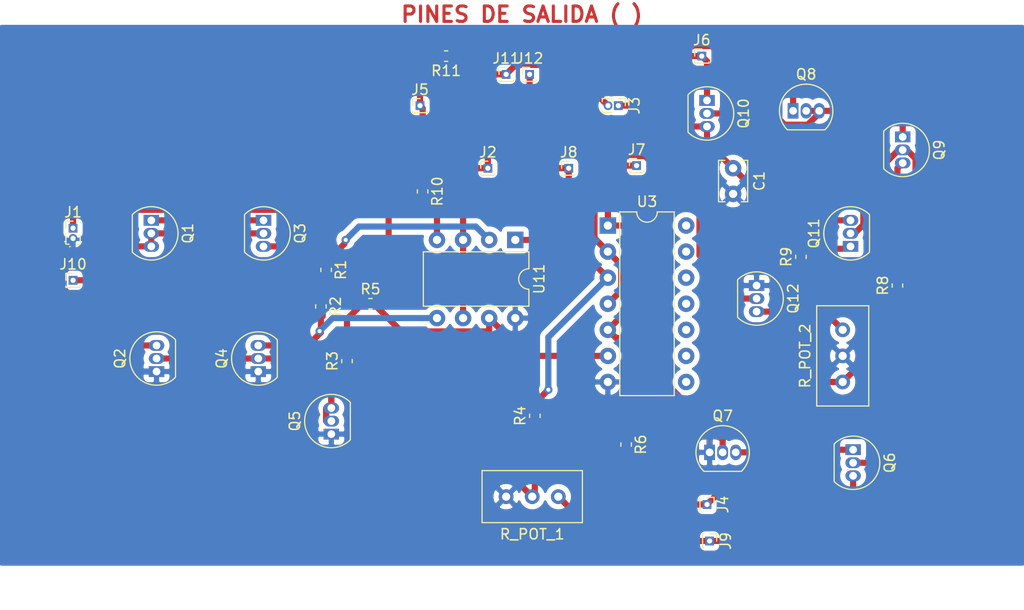
<source format=kicad_pcb>
(kicad_pcb (version 20171130) (host pcbnew "(5.1.5)-3")

  (general
    (thickness 1.6)
    (drawings 1)
    (tracks 189)
    (zones 0)
    (modules 39)
    (nets 25)
  )

  (page A4)
  (layers
    (0 F.Cu signal)
    (31 B.Cu signal)
    (32 B.Adhes user)
    (33 F.Adhes user)
    (34 B.Paste user)
    (35 F.Paste user)
    (36 B.SilkS user)
    (37 F.SilkS user)
    (38 B.Mask user)
    (39 F.Mask user)
    (40 Dwgs.User user)
    (41 Cmts.User user)
    (42 Eco1.User user)
    (43 Eco2.User user)
    (44 Edge.Cuts user)
    (45 Margin user)
    (46 B.CrtYd user)
    (47 F.CrtYd user)
    (48 B.Fab user)
    (49 F.Fab user)
  )

  (setup
    (last_trace_width 0.6)
    (user_trace_width 0.6)
    (trace_clearance 0.2)
    (zone_clearance 0.508)
    (zone_45_only no)
    (trace_min 0.2)
    (via_size 0.8)
    (via_drill 0.4)
    (via_min_size 0.4)
    (via_min_drill 0.3)
    (uvia_size 0.3)
    (uvia_drill 0.1)
    (uvias_allowed no)
    (uvia_min_size 0.2)
    (uvia_min_drill 0.1)
    (edge_width 0.05)
    (segment_width 0.2)
    (pcb_text_width 0.3)
    (pcb_text_size 1.5 1.5)
    (mod_edge_width 0.12)
    (mod_text_size 1 1)
    (mod_text_width 0.15)
    (pad_size 1.524 1.524)
    (pad_drill 0.762)
    (pad_to_mask_clearance 0.051)
    (solder_mask_min_width 0.25)
    (aux_axis_origin 0 0)
    (visible_elements 7FFFFFFF)
    (pcbplotparams
      (layerselection 0x010fc_ffffffff)
      (usegerberextensions false)
      (usegerberattributes false)
      (usegerberadvancedattributes false)
      (creategerberjobfile false)
      (excludeedgelayer true)
      (linewidth 0.100000)
      (plotframeref false)
      (viasonmask false)
      (mode 1)
      (useauxorigin false)
      (hpglpennumber 1)
      (hpglpenspeed 20)
      (hpglpendiameter 15.000000)
      (psnegative false)
      (psa4output false)
      (plotreference true)
      (plotvalue true)
      (plotinvisibletext false)
      (padsonsilk false)
      (subtractmaskfromsilk false)
      (outputformat 1)
      (mirror false)
      (drillshape 1)
      (scaleselection 1)
      (outputdirectory ""))
  )

  (net 0 "")
  (net 1 "Net-(C1-Pad1)")
  (net 2 GND)
  (net 3 "Net-(J4-Pad1)")
  (net 4 "Net-(J5-Pad1)")
  (net 5 "Net-(J6-Pad1)")
  (net 6 "Net-(J7-Pad1)")
  (net 7 "Net-(J9-Pad1)")
  (net 8 "Net-(Q1-Pad2)")
  (net 9 "Net-(Q1-Pad1)")
  (net 10 "Net-(Q2-Pad2)")
  (net 11 "Net-(Q3-Pad3)")
  (net 12 "Net-(Q4-Pad3)")
  (net 13 "Net-(Q7-Pad3)")
  (net 14 "Net-(Q10-Pad2)")
  (net 15 "Net-(Q9-Pad3)")
  (net 16 "Net-(Q11-Pad1)")
  (net 17 "Net-(Q12-Pad3)")
  (net 18 +5V)
  (net 19 +15V)
  (net 20 "Net-(R4-Pad2)")
  (net 21 "Net-(R5-Pad2)")
  (net 22 "Net-(U3-Pad14)")
  (net 23 "Net-(J11-Pad1)")
  (net 24 "Net-(J12-Pad1)")

  (net_class Default "This is the default net class."
    (clearance 0.2)
    (trace_width 0.25)
    (via_dia 0.8)
    (via_drill 0.4)
    (uvia_dia 0.3)
    (uvia_drill 0.1)
    (add_net +15V)
    (add_net +5V)
    (add_net GND)
    (add_net "Net-(C1-Pad1)")
    (add_net "Net-(J11-Pad1)")
    (add_net "Net-(J12-Pad1)")
    (add_net "Net-(J4-Pad1)")
    (add_net "Net-(J5-Pad1)")
    (add_net "Net-(J6-Pad1)")
    (add_net "Net-(J7-Pad1)")
    (add_net "Net-(J9-Pad1)")
    (add_net "Net-(Q1-Pad1)")
    (add_net "Net-(Q1-Pad2)")
    (add_net "Net-(Q10-Pad2)")
    (add_net "Net-(Q11-Pad1)")
    (add_net "Net-(Q12-Pad3)")
    (add_net "Net-(Q2-Pad2)")
    (add_net "Net-(Q3-Pad3)")
    (add_net "Net-(Q4-Pad3)")
    (add_net "Net-(Q7-Pad3)")
    (add_net "Net-(Q9-Pad3)")
    (add_net "Net-(R4-Pad2)")
    (add_net "Net-(R5-Pad2)")
    (add_net "Net-(U3-Pad14)")
  )

  (module Connector_PinHeader_1.00mm:PinHeader_1x02_P1.00mm_Vertical (layer F.Cu) (tedit 59FED738) (tstamp 5F08D13D)
    (at 141.478 54.864 270)
    (descr "Through hole straight pin header, 1x02, 1.00mm pitch, single row")
    (tags "Through hole pin header THT 1x02 1.00mm single row")
    (path /5EFFF8BD)
    (fp_text reference J3 (at 0 -1.56 90) (layer F.SilkS)
      (effects (font (size 1 1) (thickness 0.15)))
    )
    (fp_text value Conn_01x02_Male (at 0 2.56 90) (layer F.Fab)
      (effects (font (size 1 1) (thickness 0.15)))
    )
    (fp_line (start -0.3175 -0.5) (end 0.635 -0.5) (layer F.Fab) (width 0.1))
    (fp_line (start 0.635 -0.5) (end 0.635 1.5) (layer F.Fab) (width 0.1))
    (fp_line (start 0.635 1.5) (end -0.635 1.5) (layer F.Fab) (width 0.1))
    (fp_line (start -0.635 1.5) (end -0.635 -0.1825) (layer F.Fab) (width 0.1))
    (fp_line (start -0.635 -0.1825) (end -0.3175 -0.5) (layer F.Fab) (width 0.1))
    (fp_line (start -0.695 1.56) (end -0.394493 1.56) (layer F.SilkS) (width 0.12))
    (fp_line (start 0.394493 1.56) (end 0.695 1.56) (layer F.SilkS) (width 0.12))
    (fp_line (start -0.695 0.685) (end -0.695 1.56) (layer F.SilkS) (width 0.12))
    (fp_line (start 0.695 0.685) (end 0.695 1.56) (layer F.SilkS) (width 0.12))
    (fp_line (start -0.695 0.685) (end -0.608276 0.685) (layer F.SilkS) (width 0.12))
    (fp_line (start 0.608276 0.685) (end 0.695 0.685) (layer F.SilkS) (width 0.12))
    (fp_line (start -0.695 0) (end -0.695 -0.685) (layer F.SilkS) (width 0.12))
    (fp_line (start -0.695 -0.685) (end 0 -0.685) (layer F.SilkS) (width 0.12))
    (fp_line (start -1.15 -1) (end -1.15 2) (layer F.CrtYd) (width 0.05))
    (fp_line (start -1.15 2) (end 1.15 2) (layer F.CrtYd) (width 0.05))
    (fp_line (start 1.15 2) (end 1.15 -1) (layer F.CrtYd) (width 0.05))
    (fp_line (start 1.15 -1) (end -1.15 -1) (layer F.CrtYd) (width 0.05))
    (fp_text user %R (at 0 0.5) (layer F.Fab)
      (effects (font (size 0.76 0.76) (thickness 0.114)))
    )
    (pad 1 thru_hole rect (at 0 0 270) (size 0.85 0.85) (drill 0.5) (layers *.Cu *.Mask)
      (net 1 "Net-(C1-Pad1)"))
    (pad 2 thru_hole oval (at 0 1 270) (size 0.85 0.85) (drill 0.5) (layers *.Cu *.Mask)
      (net 23 "Net-(J11-Pad1)"))
    (model ${KISYS3DMOD}/Connector_PinHeader_1.00mm.3dshapes/PinHeader_1x02_P1.00mm_Vertical.wrl
      (at (xyz 0 0 0))
      (scale (xyz 1 1 1))
      (rotate (xyz 0 0 0))
    )
  )

  (module Resistor_SMD:R_0603_1608Metric (layer F.Cu) (tedit 5B301BBD) (tstamp 5F08FADE)
    (at 117.348 74.168)
    (descr "Resistor SMD 0603 (1608 Metric), square (rectangular) end terminal, IPC_7351 nominal, (Body size source: http://www.tortai-tech.com/upload/download/2011102023233369053.pdf), generated with kicad-footprint-generator")
    (tags resistor)
    (path /5EE8EA75)
    (attr smd)
    (fp_text reference R5 (at 0 -1.43) (layer F.SilkS)
      (effects (font (size 1 1) (thickness 0.15)))
    )
    (fp_text value 3K (at 0 1.43) (layer F.Fab)
      (effects (font (size 1 1) (thickness 0.15)))
    )
    (fp_line (start -0.8 0.4) (end -0.8 -0.4) (layer F.Fab) (width 0.1))
    (fp_line (start -0.8 -0.4) (end 0.8 -0.4) (layer F.Fab) (width 0.1))
    (fp_line (start 0.8 -0.4) (end 0.8 0.4) (layer F.Fab) (width 0.1))
    (fp_line (start 0.8 0.4) (end -0.8 0.4) (layer F.Fab) (width 0.1))
    (fp_line (start -0.162779 -0.51) (end 0.162779 -0.51) (layer F.SilkS) (width 0.12))
    (fp_line (start -0.162779 0.51) (end 0.162779 0.51) (layer F.SilkS) (width 0.12))
    (fp_line (start -1.48 0.73) (end -1.48 -0.73) (layer F.CrtYd) (width 0.05))
    (fp_line (start -1.48 -0.73) (end 1.48 -0.73) (layer F.CrtYd) (width 0.05))
    (fp_line (start 1.48 -0.73) (end 1.48 0.73) (layer F.CrtYd) (width 0.05))
    (fp_line (start 1.48 0.73) (end -1.48 0.73) (layer F.CrtYd) (width 0.05))
    (fp_text user %R (at 0 0) (layer F.Fab)
      (effects (font (size 0.4 0.4) (thickness 0.06)))
    )
    (pad 1 smd roundrect (at -0.7875 0) (size 0.875 0.95) (layers F.Cu F.Paste F.Mask) (roundrect_rratio 0.25)
      (net 19 +15V))
    (pad 2 smd roundrect (at 0.7875 0) (size 0.875 0.95) (layers F.Cu F.Paste F.Mask) (roundrect_rratio 0.25)
      (net 21 "Net-(R5-Pad2)"))
    (model ${KISYS3DMOD}/Resistor_SMD.3dshapes/R_0603_1608Metric.wrl
      (at (xyz 0 0 0))
      (scale (xyz 1 1 1))
      (rotate (xyz 0 0 0))
    )
  )

  (module Resistor_SMD:R_0603_1608Metric (layer F.Cu) (tedit 5B301BBD) (tstamp 5F08D2AA)
    (at 113.03 70.866 270)
    (descr "Resistor SMD 0603 (1608 Metric), square (rectangular) end terminal, IPC_7351 nominal, (Body size source: http://www.tortai-tech.com/upload/download/2011102023233369053.pdf), generated with kicad-footprint-generator")
    (tags resistor)
    (path /5EE4E918)
    (attr smd)
    (fp_text reference R1 (at 0 -1.43 90) (layer F.SilkS)
      (effects (font (size 1 1) (thickness 0.15)))
    )
    (fp_text value 500 (at 0 1.43 90) (layer F.Fab)
      (effects (font (size 1 1) (thickness 0.15)))
    )
    (fp_line (start -0.8 0.4) (end -0.8 -0.4) (layer F.Fab) (width 0.1))
    (fp_line (start -0.8 -0.4) (end 0.8 -0.4) (layer F.Fab) (width 0.1))
    (fp_line (start 0.8 -0.4) (end 0.8 0.4) (layer F.Fab) (width 0.1))
    (fp_line (start 0.8 0.4) (end -0.8 0.4) (layer F.Fab) (width 0.1))
    (fp_line (start -0.162779 -0.51) (end 0.162779 -0.51) (layer F.SilkS) (width 0.12))
    (fp_line (start -0.162779 0.51) (end 0.162779 0.51) (layer F.SilkS) (width 0.12))
    (fp_line (start -1.48 0.73) (end -1.48 -0.73) (layer F.CrtYd) (width 0.05))
    (fp_line (start -1.48 -0.73) (end 1.48 -0.73) (layer F.CrtYd) (width 0.05))
    (fp_line (start 1.48 -0.73) (end 1.48 0.73) (layer F.CrtYd) (width 0.05))
    (fp_line (start 1.48 0.73) (end -1.48 0.73) (layer F.CrtYd) (width 0.05))
    (fp_text user %R (at 0 0 90) (layer F.Fab)
      (effects (font (size 0.4 0.4) (thickness 0.06)))
    )
    (pad 1 smd roundrect (at -0.7875 0 270) (size 0.875 0.95) (layers F.Cu F.Paste F.Mask) (roundrect_rratio 0.25)
      (net 11 "Net-(Q3-Pad3)"))
    (pad 2 smd roundrect (at 0.7875 0 270) (size 0.875 0.95) (layers F.Cu F.Paste F.Mask) (roundrect_rratio 0.25)
      (net 18 +5V))
    (model ${KISYS3DMOD}/Resistor_SMD.3dshapes/R_0603_1608Metric.wrl
      (at (xyz 0 0 0))
      (scale (xyz 1 1 1))
      (rotate (xyz 0 0 0))
    )
  )

  (module Resistor_SMD:R_0603_1608Metric (layer F.Cu) (tedit 5B301BBD) (tstamp 5F08D2BB)
    (at 112.522 74.422 270)
    (descr "Resistor SMD 0603 (1608 Metric), square (rectangular) end terminal, IPC_7351 nominal, (Body size source: http://www.tortai-tech.com/upload/download/2011102023233369053.pdf), generated with kicad-footprint-generator")
    (tags resistor)
    (path /5EE576B5)
    (attr smd)
    (fp_text reference R2 (at 0 -1.43 90) (layer F.SilkS)
      (effects (font (size 1 1) (thickness 0.15)))
    )
    (fp_text value 500 (at 0 1.43 90) (layer F.Fab)
      (effects (font (size 1 1) (thickness 0.15)))
    )
    (fp_text user %R (at 0 0 90) (layer F.Fab)
      (effects (font (size 0.4 0.4) (thickness 0.06)))
    )
    (fp_line (start 1.48 0.73) (end -1.48 0.73) (layer F.CrtYd) (width 0.05))
    (fp_line (start 1.48 -0.73) (end 1.48 0.73) (layer F.CrtYd) (width 0.05))
    (fp_line (start -1.48 -0.73) (end 1.48 -0.73) (layer F.CrtYd) (width 0.05))
    (fp_line (start -1.48 0.73) (end -1.48 -0.73) (layer F.CrtYd) (width 0.05))
    (fp_line (start -0.162779 0.51) (end 0.162779 0.51) (layer F.SilkS) (width 0.12))
    (fp_line (start -0.162779 -0.51) (end 0.162779 -0.51) (layer F.SilkS) (width 0.12))
    (fp_line (start 0.8 0.4) (end -0.8 0.4) (layer F.Fab) (width 0.1))
    (fp_line (start 0.8 -0.4) (end 0.8 0.4) (layer F.Fab) (width 0.1))
    (fp_line (start -0.8 -0.4) (end 0.8 -0.4) (layer F.Fab) (width 0.1))
    (fp_line (start -0.8 0.4) (end -0.8 -0.4) (layer F.Fab) (width 0.1))
    (pad 2 smd roundrect (at 0.7875 0 270) (size 0.875 0.95) (layers F.Cu F.Paste F.Mask) (roundrect_rratio 0.25)
      (net 12 "Net-(Q4-Pad3)"))
    (pad 1 smd roundrect (at -0.7875 0 270) (size 0.875 0.95) (layers F.Cu F.Paste F.Mask) (roundrect_rratio 0.25)
      (net 18 +5V))
    (model ${KISYS3DMOD}/Resistor_SMD.3dshapes/R_0603_1608Metric.wrl
      (at (xyz 0 0 0))
      (scale (xyz 1 1 1))
      (rotate (xyz 0 0 0))
    )
  )

  (module Package_DIP:DIP-14_W7.62mm (layer F.Cu) (tedit 5A02E8C5) (tstamp 5F08D393)
    (at 140.462 66.548)
    (descr "14-lead though-hole mounted DIP package, row spacing 7.62 mm (300 mils)")
    (tags "THT DIP DIL PDIP 2.54mm 7.62mm 300mil")
    (path /5EE90D9B)
    (fp_text reference U3 (at 3.81 -2.33) (layer F.SilkS)
      (effects (font (size 1 1) (thickness 0.15)))
    )
    (fp_text value 74HC02 (at 3.81 17.57) (layer F.Fab)
      (effects (font (size 1 1) (thickness 0.15)))
    )
    (fp_arc (start 3.81 -1.33) (end 2.81 -1.33) (angle -180) (layer F.SilkS) (width 0.12))
    (fp_line (start 1.635 -1.27) (end 6.985 -1.27) (layer F.Fab) (width 0.1))
    (fp_line (start 6.985 -1.27) (end 6.985 16.51) (layer F.Fab) (width 0.1))
    (fp_line (start 6.985 16.51) (end 0.635 16.51) (layer F.Fab) (width 0.1))
    (fp_line (start 0.635 16.51) (end 0.635 -0.27) (layer F.Fab) (width 0.1))
    (fp_line (start 0.635 -0.27) (end 1.635 -1.27) (layer F.Fab) (width 0.1))
    (fp_line (start 2.81 -1.33) (end 1.16 -1.33) (layer F.SilkS) (width 0.12))
    (fp_line (start 1.16 -1.33) (end 1.16 16.57) (layer F.SilkS) (width 0.12))
    (fp_line (start 1.16 16.57) (end 6.46 16.57) (layer F.SilkS) (width 0.12))
    (fp_line (start 6.46 16.57) (end 6.46 -1.33) (layer F.SilkS) (width 0.12))
    (fp_line (start 6.46 -1.33) (end 4.81 -1.33) (layer F.SilkS) (width 0.12))
    (fp_line (start -1.1 -1.55) (end -1.1 16.8) (layer F.CrtYd) (width 0.05))
    (fp_line (start -1.1 16.8) (end 8.7 16.8) (layer F.CrtYd) (width 0.05))
    (fp_line (start 8.7 16.8) (end 8.7 -1.55) (layer F.CrtYd) (width 0.05))
    (fp_line (start 8.7 -1.55) (end -1.1 -1.55) (layer F.CrtYd) (width 0.05))
    (fp_text user %R (at 3.81 7.62) (layer F.Fab)
      (effects (font (size 1 1) (thickness 0.15)))
    )
    (pad 1 thru_hole rect (at 0 0) (size 1.6 1.6) (drill 0.8) (layers *.Cu *.Mask)
      (net 6 "Net-(J7-Pad1)"))
    (pad 8 thru_hole oval (at 7.62 15.24) (size 1.6 1.6) (drill 0.8) (layers *.Cu *.Mask))
    (pad 2 thru_hole oval (at 0 2.54) (size 1.6 1.6) (drill 0.8) (layers *.Cu *.Mask)
      (net 24 "Net-(J12-Pad1)"))
    (pad 9 thru_hole oval (at 7.62 12.7) (size 1.6 1.6) (drill 0.8) (layers *.Cu *.Mask))
    (pad 3 thru_hole oval (at 0 5.08) (size 1.6 1.6) (drill 0.8) (layers *.Cu *.Mask)
      (net 20 "Net-(R4-Pad2)"))
    (pad 10 thru_hole oval (at 7.62 10.16) (size 1.6 1.6) (drill 0.8) (layers *.Cu *.Mask))
    (pad 4 thru_hole oval (at 0 7.62) (size 1.6 1.6) (drill 0.8) (layers *.Cu *.Mask)
      (net 24 "Net-(J12-Pad1)"))
    (pad 11 thru_hole oval (at 7.62 7.62) (size 1.6 1.6) (drill 0.8) (layers *.Cu *.Mask))
    (pad 5 thru_hole oval (at 0 10.16) (size 1.6 1.6) (drill 0.8) (layers *.Cu *.Mask)
      (net 6 "Net-(J7-Pad1)"))
    (pad 12 thru_hole oval (at 7.62 5.08) (size 1.6 1.6) (drill 0.8) (layers *.Cu *.Mask))
    (pad 6 thru_hole oval (at 0 12.7) (size 1.6 1.6) (drill 0.8) (layers *.Cu *.Mask)
      (net 21 "Net-(R5-Pad2)"))
    (pad 13 thru_hole oval (at 7.62 2.54) (size 1.6 1.6) (drill 0.8) (layers *.Cu *.Mask))
    (pad 7 thru_hole oval (at 0 15.24) (size 1.6 1.6) (drill 0.8) (layers *.Cu *.Mask)
      (net 2 GND))
    (pad 14 thru_hole oval (at 7.62 0) (size 1.6 1.6) (drill 0.8) (layers *.Cu *.Mask)
      (net 22 "Net-(U3-Pad14)"))
    (model ${KISYS3DMOD}/Package_DIP.3dshapes/DIP-14_W7.62mm.wrl
      (at (xyz 0 0 0))
      (scale (xyz 1 1 1))
      (rotate (xyz 0 0 0))
    )
  )

  (module Capacitor_THT:C_Disc_D3.8mm_W2.6mm_P2.50mm (layer F.Cu) (tedit 5AE50EF0) (tstamp 5F08D10F)
    (at 152.654 60.96 270)
    (descr "C, Disc series, Radial, pin pitch=2.50mm, , diameter*width=3.8*2.6mm^2, Capacitor, http://www.vishay.com/docs/45233/krseries.pdf")
    (tags "C Disc series Radial pin pitch 2.50mm  diameter 3.8mm width 2.6mm Capacitor")
    (path /5EEEC097)
    (fp_text reference C1 (at 1.25 -2.55 90) (layer F.SilkS)
      (effects (font (size 1 1) (thickness 0.15)))
    )
    (fp_text value 200n (at 1.25 2.55 90) (layer F.Fab)
      (effects (font (size 1 1) (thickness 0.15)))
    )
    (fp_line (start -0.65 -1.3) (end -0.65 1.3) (layer F.Fab) (width 0.1))
    (fp_line (start -0.65 1.3) (end 3.15 1.3) (layer F.Fab) (width 0.1))
    (fp_line (start 3.15 1.3) (end 3.15 -1.3) (layer F.Fab) (width 0.1))
    (fp_line (start 3.15 -1.3) (end -0.65 -1.3) (layer F.Fab) (width 0.1))
    (fp_line (start -0.77 -1.42) (end 3.27 -1.42) (layer F.SilkS) (width 0.12))
    (fp_line (start -0.77 1.42) (end 3.27 1.42) (layer F.SilkS) (width 0.12))
    (fp_line (start -0.77 -1.42) (end -0.77 -0.795) (layer F.SilkS) (width 0.12))
    (fp_line (start -0.77 0.795) (end -0.77 1.42) (layer F.SilkS) (width 0.12))
    (fp_line (start 3.27 -1.42) (end 3.27 -0.795) (layer F.SilkS) (width 0.12))
    (fp_line (start 3.27 0.795) (end 3.27 1.42) (layer F.SilkS) (width 0.12))
    (fp_line (start -1.05 -1.55) (end -1.05 1.55) (layer F.CrtYd) (width 0.05))
    (fp_line (start -1.05 1.55) (end 3.55 1.55) (layer F.CrtYd) (width 0.05))
    (fp_line (start 3.55 1.55) (end 3.55 -1.55) (layer F.CrtYd) (width 0.05))
    (fp_line (start 3.55 -1.55) (end -1.05 -1.55) (layer F.CrtYd) (width 0.05))
    (fp_text user %R (at 1.25 0 90) (layer F.Fab)
      (effects (font (size 0.76 0.76) (thickness 0.114)))
    )
    (pad 1 thru_hole circle (at 0 0 270) (size 1.6 1.6) (drill 0.8) (layers *.Cu *.Mask)
      (net 1 "Net-(C1-Pad1)"))
    (pad 2 thru_hole circle (at 2.5 0 270) (size 1.6 1.6) (drill 0.8) (layers *.Cu *.Mask)
      (net 2 GND))
    (model ${KISYS3DMOD}/Capacitor_THT.3dshapes/C_Disc_D3.8mm_W2.6mm_P2.50mm.wrl
      (at (xyz 0 0 0))
      (scale (xyz 1 1 1))
      (rotate (xyz 0 0 0))
    )
  )

  (module Connector_PinHeader_1.00mm:PinHeader_1x01_P1.00mm_Vertical (layer F.Cu) (tedit 59FED738) (tstamp 5F08D125)
    (at 128.778 60.96)
    (descr "Through hole straight pin header, 1x01, 1.00mm pitch, single row")
    (tags "Through hole pin header THT 1x01 1.00mm single row")
    (path /5EFFB40E)
    (fp_text reference J2 (at 0 -1.56) (layer F.SilkS)
      (effects (font (size 1 1) (thickness 0.15)))
    )
    (fp_text value Conn_01x01_Male (at 0 1.56) (layer F.Fab)
      (effects (font (size 1 1) (thickness 0.15)))
    )
    (fp_line (start -0.3175 -0.5) (end 0.635 -0.5) (layer F.Fab) (width 0.1))
    (fp_line (start 0.635 -0.5) (end 0.635 0.5) (layer F.Fab) (width 0.1))
    (fp_line (start 0.635 0.5) (end -0.635 0.5) (layer F.Fab) (width 0.1))
    (fp_line (start -0.635 0.5) (end -0.635 -0.1825) (layer F.Fab) (width 0.1))
    (fp_line (start -0.635 -0.1825) (end -0.3175 -0.5) (layer F.Fab) (width 0.1))
    (fp_line (start -0.695 0.685) (end 0.695 0.685) (layer F.SilkS) (width 0.12))
    (fp_line (start -0.695 0.685) (end -0.695 0.56) (layer F.SilkS) (width 0.12))
    (fp_line (start 0.695 0.685) (end 0.695 0.56) (layer F.SilkS) (width 0.12))
    (fp_line (start -0.695 0.685) (end -0.608276 0.685) (layer F.SilkS) (width 0.12))
    (fp_line (start 0.608276 0.685) (end 0.695 0.685) (layer F.SilkS) (width 0.12))
    (fp_line (start -0.695 0) (end -0.695 -0.685) (layer F.SilkS) (width 0.12))
    (fp_line (start -0.695 -0.685) (end 0 -0.685) (layer F.SilkS) (width 0.12))
    (fp_line (start -1.15 -1) (end -1.15 1) (layer F.CrtYd) (width 0.05))
    (fp_line (start -1.15 1) (end 1.15 1) (layer F.CrtYd) (width 0.05))
    (fp_line (start 1.15 1) (end 1.15 -1) (layer F.CrtYd) (width 0.05))
    (fp_line (start 1.15 -1) (end -1.15 -1) (layer F.CrtYd) (width 0.05))
    (fp_text user %R (at 0 0 90) (layer F.Fab)
      (effects (font (size 0.76 0.76) (thickness 0.114)))
    )
    (pad 1 thru_hole rect (at 0 0) (size 0.85 0.85) (drill 0.5) (layers *.Cu *.Mask)
      (net 23 "Net-(J11-Pad1)"))
    (model ${KISYS3DMOD}/Connector_PinHeader_1.00mm.3dshapes/PinHeader_1x01_P1.00mm_Vertical.wrl
      (at (xyz 0 0 0))
      (scale (xyz 1 1 1))
      (rotate (xyz 0 0 0))
    )
  )

  (module Connector_PinHeader_1.00mm:PinHeader_1x01_P1.00mm_Vertical (layer F.Cu) (tedit 59FED738) (tstamp 5F090711)
    (at 150.114 93.726 270)
    (descr "Through hole straight pin header, 1x01, 1.00mm pitch, single row")
    (tags "Through hole pin header THT 1x01 1.00mm single row")
    (path /5F02D5C3)
    (fp_text reference J4 (at 0 -1.56 90) (layer F.SilkS)
      (effects (font (size 1 1) (thickness 0.15)))
    )
    (fp_text value Conn_01x01_Male (at 0 1.56 90) (layer F.Fab)
      (effects (font (size 1 1) (thickness 0.15)))
    )
    (fp_line (start -0.3175 -0.5) (end 0.635 -0.5) (layer F.Fab) (width 0.1))
    (fp_line (start 0.635 -0.5) (end 0.635 0.5) (layer F.Fab) (width 0.1))
    (fp_line (start 0.635 0.5) (end -0.635 0.5) (layer F.Fab) (width 0.1))
    (fp_line (start -0.635 0.5) (end -0.635 -0.1825) (layer F.Fab) (width 0.1))
    (fp_line (start -0.635 -0.1825) (end -0.3175 -0.5) (layer F.Fab) (width 0.1))
    (fp_line (start -0.695 0.685) (end 0.695 0.685) (layer F.SilkS) (width 0.12))
    (fp_line (start -0.695 0.685) (end -0.695 0.56) (layer F.SilkS) (width 0.12))
    (fp_line (start 0.695 0.685) (end 0.695 0.56) (layer F.SilkS) (width 0.12))
    (fp_line (start -0.695 0.685) (end -0.608276 0.685) (layer F.SilkS) (width 0.12))
    (fp_line (start 0.608276 0.685) (end 0.695 0.685) (layer F.SilkS) (width 0.12))
    (fp_line (start -0.695 0) (end -0.695 -0.685) (layer F.SilkS) (width 0.12))
    (fp_line (start -0.695 -0.685) (end 0 -0.685) (layer F.SilkS) (width 0.12))
    (fp_line (start -1.15 -1) (end -1.15 1) (layer F.CrtYd) (width 0.05))
    (fp_line (start -1.15 1) (end 1.15 1) (layer F.CrtYd) (width 0.05))
    (fp_line (start 1.15 1) (end 1.15 -1) (layer F.CrtYd) (width 0.05))
    (fp_line (start 1.15 -1) (end -1.15 -1) (layer F.CrtYd) (width 0.05))
    (fp_text user %R (at 0 0) (layer F.Fab)
      (effects (font (size 0.76 0.76) (thickness 0.114)))
    )
    (pad 1 thru_hole rect (at 0 0 270) (size 0.85 0.85) (drill 0.5) (layers *.Cu *.Mask)
      (net 3 "Net-(J4-Pad1)"))
    (model ${KISYS3DMOD}/Connector_PinHeader_1.00mm.3dshapes/PinHeader_1x01_P1.00mm_Vertical.wrl
      (at (xyz 0 0 0))
      (scale (xyz 1 1 1))
      (rotate (xyz 0 0 0))
    )
  )

  (module Connector_PinHeader_1.00mm:PinHeader_1x01_P1.00mm_Vertical (layer F.Cu) (tedit 59FED738) (tstamp 5F08E320)
    (at 122.174 54.864)
    (descr "Through hole straight pin header, 1x01, 1.00mm pitch, single row")
    (tags "Through hole pin header THT 1x01 1.00mm single row")
    (path /5F02EED9)
    (fp_text reference J5 (at 0 -1.56) (layer F.SilkS)
      (effects (font (size 1 1) (thickness 0.15)))
    )
    (fp_text value Conn_01x01_Male (at 0 1.56) (layer F.Fab)
      (effects (font (size 1 1) (thickness 0.15)))
    )
    (fp_text user %R (at 0 0 90) (layer F.Fab)
      (effects (font (size 0.76 0.76) (thickness 0.114)))
    )
    (fp_line (start 1.15 -1) (end -1.15 -1) (layer F.CrtYd) (width 0.05))
    (fp_line (start 1.15 1) (end 1.15 -1) (layer F.CrtYd) (width 0.05))
    (fp_line (start -1.15 1) (end 1.15 1) (layer F.CrtYd) (width 0.05))
    (fp_line (start -1.15 -1) (end -1.15 1) (layer F.CrtYd) (width 0.05))
    (fp_line (start -0.695 -0.685) (end 0 -0.685) (layer F.SilkS) (width 0.12))
    (fp_line (start -0.695 0) (end -0.695 -0.685) (layer F.SilkS) (width 0.12))
    (fp_line (start 0.608276 0.685) (end 0.695 0.685) (layer F.SilkS) (width 0.12))
    (fp_line (start -0.695 0.685) (end -0.608276 0.685) (layer F.SilkS) (width 0.12))
    (fp_line (start 0.695 0.685) (end 0.695 0.56) (layer F.SilkS) (width 0.12))
    (fp_line (start -0.695 0.685) (end -0.695 0.56) (layer F.SilkS) (width 0.12))
    (fp_line (start -0.695 0.685) (end 0.695 0.685) (layer F.SilkS) (width 0.12))
    (fp_line (start -0.635 -0.1825) (end -0.3175 -0.5) (layer F.Fab) (width 0.1))
    (fp_line (start -0.635 0.5) (end -0.635 -0.1825) (layer F.Fab) (width 0.1))
    (fp_line (start 0.635 0.5) (end -0.635 0.5) (layer F.Fab) (width 0.1))
    (fp_line (start 0.635 -0.5) (end 0.635 0.5) (layer F.Fab) (width 0.1))
    (fp_line (start -0.3175 -0.5) (end 0.635 -0.5) (layer F.Fab) (width 0.1))
    (pad 1 thru_hole rect (at 0 0) (size 0.85 0.85) (drill 0.5) (layers *.Cu *.Mask)
      (net 4 "Net-(J5-Pad1)"))
    (model ${KISYS3DMOD}/Connector_PinHeader_1.00mm.3dshapes/PinHeader_1x01_P1.00mm_Vertical.wrl
      (at (xyz 0 0 0))
      (scale (xyz 1 1 1))
      (rotate (xyz 0 0 0))
    )
  )

  (module Connector_PinHeader_1.00mm:PinHeader_1x01_P1.00mm_Vertical (layer F.Cu) (tedit 59FED738) (tstamp 5F08E80F)
    (at 149.606 50.038)
    (descr "Through hole straight pin header, 1x01, 1.00mm pitch, single row")
    (tags "Through hole pin header THT 1x01 1.00mm single row")
    (path /5F02F83D)
    (fp_text reference J6 (at 0 -1.56) (layer F.SilkS)
      (effects (font (size 1 1) (thickness 0.15)))
    )
    (fp_text value Conn_01x01_Male (at 0 1.56) (layer F.Fab)
      (effects (font (size 1 1) (thickness 0.15)))
    )
    (fp_line (start -0.3175 -0.5) (end 0.635 -0.5) (layer F.Fab) (width 0.1))
    (fp_line (start 0.635 -0.5) (end 0.635 0.5) (layer F.Fab) (width 0.1))
    (fp_line (start 0.635 0.5) (end -0.635 0.5) (layer F.Fab) (width 0.1))
    (fp_line (start -0.635 0.5) (end -0.635 -0.1825) (layer F.Fab) (width 0.1))
    (fp_line (start -0.635 -0.1825) (end -0.3175 -0.5) (layer F.Fab) (width 0.1))
    (fp_line (start -0.695 0.685) (end 0.695 0.685) (layer F.SilkS) (width 0.12))
    (fp_line (start -0.695 0.685) (end -0.695 0.56) (layer F.SilkS) (width 0.12))
    (fp_line (start 0.695 0.685) (end 0.695 0.56) (layer F.SilkS) (width 0.12))
    (fp_line (start -0.695 0.685) (end -0.608276 0.685) (layer F.SilkS) (width 0.12))
    (fp_line (start 0.608276 0.685) (end 0.695 0.685) (layer F.SilkS) (width 0.12))
    (fp_line (start -0.695 0) (end -0.695 -0.685) (layer F.SilkS) (width 0.12))
    (fp_line (start -0.695 -0.685) (end 0 -0.685) (layer F.SilkS) (width 0.12))
    (fp_line (start -1.15 -1) (end -1.15 1) (layer F.CrtYd) (width 0.05))
    (fp_line (start -1.15 1) (end 1.15 1) (layer F.CrtYd) (width 0.05))
    (fp_line (start 1.15 1) (end 1.15 -1) (layer F.CrtYd) (width 0.05))
    (fp_line (start 1.15 -1) (end -1.15 -1) (layer F.CrtYd) (width 0.05))
    (fp_text user %R (at 0 0 90) (layer F.Fab)
      (effects (font (size 0.76 0.76) (thickness 0.114)))
    )
    (pad 1 thru_hole rect (at 0 0) (size 0.85 0.85) (drill 0.5) (layers *.Cu *.Mask)
      (net 5 "Net-(J6-Pad1)"))
    (model ${KISYS3DMOD}/Connector_PinHeader_1.00mm.3dshapes/PinHeader_1x01_P1.00mm_Vertical.wrl
      (at (xyz 0 0 0))
      (scale (xyz 1 1 1))
      (rotate (xyz 0 0 0))
    )
  )

  (module Connector_PinHeader_1.00mm:PinHeader_1x01_P1.00mm_Vertical (layer F.Cu) (tedit 59FED738) (tstamp 5F08D195)
    (at 143.256 60.706)
    (descr "Through hole straight pin header, 1x01, 1.00mm pitch, single row")
    (tags "Through hole pin header THT 1x01 1.00mm single row")
    (path /5F0383B1)
    (fp_text reference J7 (at 0 -1.56) (layer F.SilkS)
      (effects (font (size 1 1) (thickness 0.15)))
    )
    (fp_text value Conn_01x01_Male (at 0 1.56) (layer F.Fab)
      (effects (font (size 1 1) (thickness 0.15)))
    )
    (fp_text user %R (at 0 0 90) (layer F.Fab)
      (effects (font (size 0.76 0.76) (thickness 0.114)))
    )
    (fp_line (start 1.15 -1) (end -1.15 -1) (layer F.CrtYd) (width 0.05))
    (fp_line (start 1.15 1) (end 1.15 -1) (layer F.CrtYd) (width 0.05))
    (fp_line (start -1.15 1) (end 1.15 1) (layer F.CrtYd) (width 0.05))
    (fp_line (start -1.15 -1) (end -1.15 1) (layer F.CrtYd) (width 0.05))
    (fp_line (start -0.695 -0.685) (end 0 -0.685) (layer F.SilkS) (width 0.12))
    (fp_line (start -0.695 0) (end -0.695 -0.685) (layer F.SilkS) (width 0.12))
    (fp_line (start 0.608276 0.685) (end 0.695 0.685) (layer F.SilkS) (width 0.12))
    (fp_line (start -0.695 0.685) (end -0.608276 0.685) (layer F.SilkS) (width 0.12))
    (fp_line (start 0.695 0.685) (end 0.695 0.56) (layer F.SilkS) (width 0.12))
    (fp_line (start -0.695 0.685) (end -0.695 0.56) (layer F.SilkS) (width 0.12))
    (fp_line (start -0.695 0.685) (end 0.695 0.685) (layer F.SilkS) (width 0.12))
    (fp_line (start -0.635 -0.1825) (end -0.3175 -0.5) (layer F.Fab) (width 0.1))
    (fp_line (start -0.635 0.5) (end -0.635 -0.1825) (layer F.Fab) (width 0.1))
    (fp_line (start 0.635 0.5) (end -0.635 0.5) (layer F.Fab) (width 0.1))
    (fp_line (start 0.635 -0.5) (end 0.635 0.5) (layer F.Fab) (width 0.1))
    (fp_line (start -0.3175 -0.5) (end 0.635 -0.5) (layer F.Fab) (width 0.1))
    (pad 1 thru_hole rect (at 0 0) (size 0.85 0.85) (drill 0.5) (layers *.Cu *.Mask)
      (net 6 "Net-(J7-Pad1)"))
    (model ${KISYS3DMOD}/Connector_PinHeader_1.00mm.3dshapes/PinHeader_1x01_P1.00mm_Vertical.wrl
      (at (xyz 0 0 0))
      (scale (xyz 1 1 1))
      (rotate (xyz 0 0 0))
    )
  )

  (module Connector_PinHeader_1.00mm:PinHeader_1x01_P1.00mm_Vertical (layer F.Cu) (tedit 59FED738) (tstamp 5F08D1AB)
    (at 136.652 60.96)
    (descr "Through hole straight pin header, 1x01, 1.00mm pitch, single row")
    (tags "Through hole pin header THT 1x01 1.00mm single row")
    (path /5F038EBB)
    (fp_text reference J8 (at 0 -1.56) (layer F.SilkS)
      (effects (font (size 1 1) (thickness 0.15)))
    )
    (fp_text value Conn_01x01_Male (at 0 1.56) (layer F.Fab)
      (effects (font (size 1 1) (thickness 0.15)))
    )
    (fp_line (start -0.3175 -0.5) (end 0.635 -0.5) (layer F.Fab) (width 0.1))
    (fp_line (start 0.635 -0.5) (end 0.635 0.5) (layer F.Fab) (width 0.1))
    (fp_line (start 0.635 0.5) (end -0.635 0.5) (layer F.Fab) (width 0.1))
    (fp_line (start -0.635 0.5) (end -0.635 -0.1825) (layer F.Fab) (width 0.1))
    (fp_line (start -0.635 -0.1825) (end -0.3175 -0.5) (layer F.Fab) (width 0.1))
    (fp_line (start -0.695 0.685) (end 0.695 0.685) (layer F.SilkS) (width 0.12))
    (fp_line (start -0.695 0.685) (end -0.695 0.56) (layer F.SilkS) (width 0.12))
    (fp_line (start 0.695 0.685) (end 0.695 0.56) (layer F.SilkS) (width 0.12))
    (fp_line (start -0.695 0.685) (end -0.608276 0.685) (layer F.SilkS) (width 0.12))
    (fp_line (start 0.608276 0.685) (end 0.695 0.685) (layer F.SilkS) (width 0.12))
    (fp_line (start -0.695 0) (end -0.695 -0.685) (layer F.SilkS) (width 0.12))
    (fp_line (start -0.695 -0.685) (end 0 -0.685) (layer F.SilkS) (width 0.12))
    (fp_line (start -1.15 -1) (end -1.15 1) (layer F.CrtYd) (width 0.05))
    (fp_line (start -1.15 1) (end 1.15 1) (layer F.CrtYd) (width 0.05))
    (fp_line (start 1.15 1) (end 1.15 -1) (layer F.CrtYd) (width 0.05))
    (fp_line (start 1.15 -1) (end -1.15 -1) (layer F.CrtYd) (width 0.05))
    (fp_text user %R (at 0 0 90) (layer F.Fab)
      (effects (font (size 0.76 0.76) (thickness 0.114)))
    )
    (pad 1 thru_hole rect (at 0 0) (size 0.85 0.85) (drill 0.5) (layers *.Cu *.Mask)
      (net 24 "Net-(J12-Pad1)"))
    (model ${KISYS3DMOD}/Connector_PinHeader_1.00mm.3dshapes/PinHeader_1x01_P1.00mm_Vertical.wrl
      (at (xyz 0 0 0))
      (scale (xyz 1 1 1))
      (rotate (xyz 0 0 0))
    )
  )

  (module Connector_PinHeader_1.00mm:PinHeader_1x01_P1.00mm_Vertical (layer F.Cu) (tedit 59FED738) (tstamp 5F09097A)
    (at 150.368 97.282 270)
    (descr "Through hole straight pin header, 1x01, 1.00mm pitch, single row")
    (tags "Through hole pin header THT 1x01 1.00mm single row")
    (path /5F000791)
    (fp_text reference J9 (at 0 -1.56 90) (layer F.SilkS)
      (effects (font (size 1 1) (thickness 0.15)))
    )
    (fp_text value Conn_01x01_Male (at 0 1.56 90) (layer F.Fab)
      (effects (font (size 1 1) (thickness 0.15)))
    )
    (fp_text user %R (at 0 0) (layer F.Fab)
      (effects (font (size 0.76 0.76) (thickness 0.114)))
    )
    (fp_line (start 1.15 -1) (end -1.15 -1) (layer F.CrtYd) (width 0.05))
    (fp_line (start 1.15 1) (end 1.15 -1) (layer F.CrtYd) (width 0.05))
    (fp_line (start -1.15 1) (end 1.15 1) (layer F.CrtYd) (width 0.05))
    (fp_line (start -1.15 -1) (end -1.15 1) (layer F.CrtYd) (width 0.05))
    (fp_line (start -0.695 -0.685) (end 0 -0.685) (layer F.SilkS) (width 0.12))
    (fp_line (start -0.695 0) (end -0.695 -0.685) (layer F.SilkS) (width 0.12))
    (fp_line (start 0.608276 0.685) (end 0.695 0.685) (layer F.SilkS) (width 0.12))
    (fp_line (start -0.695 0.685) (end -0.608276 0.685) (layer F.SilkS) (width 0.12))
    (fp_line (start 0.695 0.685) (end 0.695 0.56) (layer F.SilkS) (width 0.12))
    (fp_line (start -0.695 0.685) (end -0.695 0.56) (layer F.SilkS) (width 0.12))
    (fp_line (start -0.695 0.685) (end 0.695 0.685) (layer F.SilkS) (width 0.12))
    (fp_line (start -0.635 -0.1825) (end -0.3175 -0.5) (layer F.Fab) (width 0.1))
    (fp_line (start -0.635 0.5) (end -0.635 -0.1825) (layer F.Fab) (width 0.1))
    (fp_line (start 0.635 0.5) (end -0.635 0.5) (layer F.Fab) (width 0.1))
    (fp_line (start 0.635 -0.5) (end 0.635 0.5) (layer F.Fab) (width 0.1))
    (fp_line (start -0.3175 -0.5) (end 0.635 -0.5) (layer F.Fab) (width 0.1))
    (pad 1 thru_hole rect (at 0 0 270) (size 0.85 0.85) (drill 0.5) (layers *.Cu *.Mask)
      (net 7 "Net-(J9-Pad1)"))
    (model ${KISYS3DMOD}/Connector_PinHeader_1.00mm.3dshapes/PinHeader_1x01_P1.00mm_Vertical.wrl
      (at (xyz 0 0 0))
      (scale (xyz 1 1 1))
      (rotate (xyz 0 0 0))
    )
  )

  (module Package_TO_SOT_THT:TO-92_Inline (layer F.Cu) (tedit 5A1DD157) (tstamp 5F08D1D3)
    (at 96.012 66.04 270)
    (descr "TO-92 leads in-line, narrow, oval pads, drill 0.75mm (see NXP sot054_po.pdf)")
    (tags "to-92 sc-43 sc-43a sot54 PA33 transistor")
    (path /5EE54CCF)
    (fp_text reference Q1 (at 1.27 -3.56 90) (layer F.SilkS)
      (effects (font (size 1 1) (thickness 0.15)))
    )
    (fp_text value 2N3906 (at 1.27 2.79 90) (layer F.Fab)
      (effects (font (size 1 1) (thickness 0.15)))
    )
    (fp_text user %R (at 1.27 -3.56 90) (layer F.Fab)
      (effects (font (size 1 1) (thickness 0.15)))
    )
    (fp_line (start -0.53 1.85) (end 3.07 1.85) (layer F.SilkS) (width 0.12))
    (fp_line (start -0.5 1.75) (end 3 1.75) (layer F.Fab) (width 0.1))
    (fp_line (start -1.46 -2.73) (end 4 -2.73) (layer F.CrtYd) (width 0.05))
    (fp_line (start -1.46 -2.73) (end -1.46 2.01) (layer F.CrtYd) (width 0.05))
    (fp_line (start 4 2.01) (end 4 -2.73) (layer F.CrtYd) (width 0.05))
    (fp_line (start 4 2.01) (end -1.46 2.01) (layer F.CrtYd) (width 0.05))
    (fp_arc (start 1.27 0) (end 1.27 -2.48) (angle 135) (layer F.Fab) (width 0.1))
    (fp_arc (start 1.27 0) (end 1.27 -2.6) (angle -135) (layer F.SilkS) (width 0.12))
    (fp_arc (start 1.27 0) (end 1.27 -2.48) (angle -135) (layer F.Fab) (width 0.1))
    (fp_arc (start 1.27 0) (end 1.27 -2.6) (angle 135) (layer F.SilkS) (width 0.12))
    (pad 2 thru_hole oval (at 1.27 0 270) (size 1.05 1.5) (drill 0.75) (layers *.Cu *.Mask)
      (net 8 "Net-(Q1-Pad2)"))
    (pad 3 thru_hole oval (at 2.54 0 270) (size 1.05 1.5) (drill 0.75) (layers *.Cu *.Mask)
      (net 8 "Net-(Q1-Pad2)"))
    (pad 1 thru_hole rect (at 0 0 270) (size 1.05 1.5) (drill 0.75) (layers *.Cu *.Mask)
      (net 9 "Net-(Q1-Pad1)"))
    (model ${KISYS3DMOD}/Package_TO_SOT_THT.3dshapes/TO-92_Inline.wrl
      (at (xyz 0 0 0))
      (scale (xyz 1 1 1))
      (rotate (xyz 0 0 0))
    )
  )

  (module Package_TO_SOT_THT:TO-92_Inline (layer F.Cu) (tedit 5A1DD157) (tstamp 5F08D1E5)
    (at 96.52 80.772 90)
    (descr "TO-92 leads in-line, narrow, oval pads, drill 0.75mm (see NXP sot054_po.pdf)")
    (tags "to-92 sc-43 sc-43a sot54 PA33 transistor")
    (path /5EE7993D)
    (fp_text reference Q2 (at 1.27 -3.56 90) (layer F.SilkS)
      (effects (font (size 1 1) (thickness 0.15)))
    )
    (fp_text value 2N3904 (at 1.27 2.79 90) (layer F.Fab)
      (effects (font (size 1 1) (thickness 0.15)))
    )
    (fp_arc (start 1.27 0) (end 1.27 -2.6) (angle 135) (layer F.SilkS) (width 0.12))
    (fp_arc (start 1.27 0) (end 1.27 -2.48) (angle -135) (layer F.Fab) (width 0.1))
    (fp_arc (start 1.27 0) (end 1.27 -2.6) (angle -135) (layer F.SilkS) (width 0.12))
    (fp_arc (start 1.27 0) (end 1.27 -2.48) (angle 135) (layer F.Fab) (width 0.1))
    (fp_line (start 4 2.01) (end -1.46 2.01) (layer F.CrtYd) (width 0.05))
    (fp_line (start 4 2.01) (end 4 -2.73) (layer F.CrtYd) (width 0.05))
    (fp_line (start -1.46 -2.73) (end -1.46 2.01) (layer F.CrtYd) (width 0.05))
    (fp_line (start -1.46 -2.73) (end 4 -2.73) (layer F.CrtYd) (width 0.05))
    (fp_line (start -0.5 1.75) (end 3 1.75) (layer F.Fab) (width 0.1))
    (fp_line (start -0.53 1.85) (end 3.07 1.85) (layer F.SilkS) (width 0.12))
    (fp_text user %R (at 1.27 -3.56 90) (layer F.Fab)
      (effects (font (size 1 1) (thickness 0.15)))
    )
    (pad 1 thru_hole rect (at 0 0 90) (size 1.05 1.5) (drill 0.75) (layers *.Cu *.Mask)
      (net 2 GND))
    (pad 3 thru_hole oval (at 2.54 0 90) (size 1.05 1.5) (drill 0.75) (layers *.Cu *.Mask)
      (net 8 "Net-(Q1-Pad2)"))
    (pad 2 thru_hole oval (at 1.27 0 90) (size 1.05 1.5) (drill 0.75) (layers *.Cu *.Mask)
      (net 10 "Net-(Q2-Pad2)"))
    (model ${KISYS3DMOD}/Package_TO_SOT_THT.3dshapes/TO-92_Inline.wrl
      (at (xyz 0 0 0))
      (scale (xyz 1 1 1))
      (rotate (xyz 0 0 0))
    )
  )

  (module Package_TO_SOT_THT:TO-92_Inline (layer F.Cu) (tedit 5A1DD157) (tstamp 5F08D1F7)
    (at 106.934 66.04 270)
    (descr "TO-92 leads in-line, narrow, oval pads, drill 0.75mm (see NXP sot054_po.pdf)")
    (tags "to-92 sc-43 sc-43a sot54 PA33 transistor")
    (path /5EE4FAF2)
    (fp_text reference Q3 (at 1.27 -3.56 90) (layer F.SilkS)
      (effects (font (size 1 1) (thickness 0.15)))
    )
    (fp_text value 2N3906 (at 1.27 2.79 90) (layer F.Fab)
      (effects (font (size 1 1) (thickness 0.15)))
    )
    (fp_arc (start 1.27 0) (end 1.27 -2.6) (angle 135) (layer F.SilkS) (width 0.12))
    (fp_arc (start 1.27 0) (end 1.27 -2.48) (angle -135) (layer F.Fab) (width 0.1))
    (fp_arc (start 1.27 0) (end 1.27 -2.6) (angle -135) (layer F.SilkS) (width 0.12))
    (fp_arc (start 1.27 0) (end 1.27 -2.48) (angle 135) (layer F.Fab) (width 0.1))
    (fp_line (start 4 2.01) (end -1.46 2.01) (layer F.CrtYd) (width 0.05))
    (fp_line (start 4 2.01) (end 4 -2.73) (layer F.CrtYd) (width 0.05))
    (fp_line (start -1.46 -2.73) (end -1.46 2.01) (layer F.CrtYd) (width 0.05))
    (fp_line (start -1.46 -2.73) (end 4 -2.73) (layer F.CrtYd) (width 0.05))
    (fp_line (start -0.5 1.75) (end 3 1.75) (layer F.Fab) (width 0.1))
    (fp_line (start -0.53 1.85) (end 3.07 1.85) (layer F.SilkS) (width 0.12))
    (fp_text user %R (at 1.27 -3.56 90) (layer F.Fab)
      (effects (font (size 1 1) (thickness 0.15)))
    )
    (pad 1 thru_hole rect (at 0 0 270) (size 1.05 1.5) (drill 0.75) (layers *.Cu *.Mask)
      (net 9 "Net-(Q1-Pad1)"))
    (pad 3 thru_hole oval (at 2.54 0 270) (size 1.05 1.5) (drill 0.75) (layers *.Cu *.Mask)
      (net 11 "Net-(Q3-Pad3)"))
    (pad 2 thru_hole oval (at 1.27 0 270) (size 1.05 1.5) (drill 0.75) (layers *.Cu *.Mask)
      (net 8 "Net-(Q1-Pad2)"))
    (model ${KISYS3DMOD}/Package_TO_SOT_THT.3dshapes/TO-92_Inline.wrl
      (at (xyz 0 0 0))
      (scale (xyz 1 1 1))
      (rotate (xyz 0 0 0))
    )
  )

  (module Package_TO_SOT_THT:TO-92_Inline (layer F.Cu) (tedit 5A1DD157) (tstamp 5F08D209)
    (at 106.426 80.772 90)
    (descr "TO-92 leads in-line, narrow, oval pads, drill 0.75mm (see NXP sot054_po.pdf)")
    (tags "to-92 sc-43 sc-43a sot54 PA33 transistor")
    (path /5EE5E72F)
    (fp_text reference Q4 (at 1.27 -3.56 90) (layer F.SilkS)
      (effects (font (size 1 1) (thickness 0.15)))
    )
    (fp_text value 2N3904 (at 1.27 2.79 90) (layer F.Fab)
      (effects (font (size 1 1) (thickness 0.15)))
    )
    (fp_arc (start 1.27 0) (end 1.27 -2.6) (angle 135) (layer F.SilkS) (width 0.12))
    (fp_arc (start 1.27 0) (end 1.27 -2.48) (angle -135) (layer F.Fab) (width 0.1))
    (fp_arc (start 1.27 0) (end 1.27 -2.6) (angle -135) (layer F.SilkS) (width 0.12))
    (fp_arc (start 1.27 0) (end 1.27 -2.48) (angle 135) (layer F.Fab) (width 0.1))
    (fp_line (start 4 2.01) (end -1.46 2.01) (layer F.CrtYd) (width 0.05))
    (fp_line (start 4 2.01) (end 4 -2.73) (layer F.CrtYd) (width 0.05))
    (fp_line (start -1.46 -2.73) (end -1.46 2.01) (layer F.CrtYd) (width 0.05))
    (fp_line (start -1.46 -2.73) (end 4 -2.73) (layer F.CrtYd) (width 0.05))
    (fp_line (start -0.5 1.75) (end 3 1.75) (layer F.Fab) (width 0.1))
    (fp_line (start -0.53 1.85) (end 3.07 1.85) (layer F.SilkS) (width 0.12))
    (fp_text user %R (at 1.27 -3.56 90) (layer F.Fab)
      (effects (font (size 1 1) (thickness 0.15)))
    )
    (pad 1 thru_hole rect (at 0 0 90) (size 1.05 1.5) (drill 0.75) (layers *.Cu *.Mask)
      (net 2 GND))
    (pad 3 thru_hole oval (at 2.54 0 90) (size 1.05 1.5) (drill 0.75) (layers *.Cu *.Mask)
      (net 12 "Net-(Q4-Pad3)"))
    (pad 2 thru_hole oval (at 1.27 0 90) (size 1.05 1.5) (drill 0.75) (layers *.Cu *.Mask)
      (net 10 "Net-(Q2-Pad2)"))
    (model ${KISYS3DMOD}/Package_TO_SOT_THT.3dshapes/TO-92_Inline.wrl
      (at (xyz 0 0 0))
      (scale (xyz 1 1 1))
      (rotate (xyz 0 0 0))
    )
  )

  (module Package_TO_SOT_THT:TO-92_Inline (layer F.Cu) (tedit 5A1DD157) (tstamp 5F08D21B)
    (at 113.538 86.868 90)
    (descr "TO-92 leads in-line, narrow, oval pads, drill 0.75mm (see NXP sot054_po.pdf)")
    (tags "to-92 sc-43 sc-43a sot54 PA33 transistor")
    (path /5EE61A4D)
    (fp_text reference Q5 (at 1.27 -3.56 90) (layer F.SilkS)
      (effects (font (size 1 1) (thickness 0.15)))
    )
    (fp_text value 2N3904 (at 1.27 2.79 90) (layer F.Fab)
      (effects (font (size 1 1) (thickness 0.15)))
    )
    (fp_text user %R (at 1.27 -3.56 90) (layer F.Fab)
      (effects (font (size 1 1) (thickness 0.15)))
    )
    (fp_line (start -0.53 1.85) (end 3.07 1.85) (layer F.SilkS) (width 0.12))
    (fp_line (start -0.5 1.75) (end 3 1.75) (layer F.Fab) (width 0.1))
    (fp_line (start -1.46 -2.73) (end 4 -2.73) (layer F.CrtYd) (width 0.05))
    (fp_line (start -1.46 -2.73) (end -1.46 2.01) (layer F.CrtYd) (width 0.05))
    (fp_line (start 4 2.01) (end 4 -2.73) (layer F.CrtYd) (width 0.05))
    (fp_line (start 4 2.01) (end -1.46 2.01) (layer F.CrtYd) (width 0.05))
    (fp_arc (start 1.27 0) (end 1.27 -2.48) (angle 135) (layer F.Fab) (width 0.1))
    (fp_arc (start 1.27 0) (end 1.27 -2.6) (angle -135) (layer F.SilkS) (width 0.12))
    (fp_arc (start 1.27 0) (end 1.27 -2.48) (angle -135) (layer F.Fab) (width 0.1))
    (fp_arc (start 1.27 0) (end 1.27 -2.6) (angle 135) (layer F.SilkS) (width 0.12))
    (pad 2 thru_hole oval (at 1.27 0 90) (size 1.05 1.5) (drill 0.75) (layers *.Cu *.Mask)
      (net 10 "Net-(Q2-Pad2)"))
    (pad 3 thru_hole oval (at 2.54 0 90) (size 1.05 1.5) (drill 0.75) (layers *.Cu *.Mask)
      (net 10 "Net-(Q2-Pad2)"))
    (pad 1 thru_hole rect (at 0 0 90) (size 1.05 1.5) (drill 0.75) (layers *.Cu *.Mask)
      (net 2 GND))
    (model ${KISYS3DMOD}/Package_TO_SOT_THT.3dshapes/TO-92_Inline.wrl
      (at (xyz 0 0 0))
      (scale (xyz 1 1 1))
      (rotate (xyz 0 0 0))
    )
  )

  (module Package_TO_SOT_THT:TO-92_Inline (layer F.Cu) (tedit 5A1DD157) (tstamp 5F08D22D)
    (at 164.338 88.392 270)
    (descr "TO-92 leads in-line, narrow, oval pads, drill 0.75mm (see NXP sot054_po.pdf)")
    (tags "to-92 sc-43 sc-43a sot54 PA33 transistor")
    (path /5EEB6A9E)
    (fp_text reference Q6 (at 1.27 -3.56 90) (layer F.SilkS)
      (effects (font (size 1 1) (thickness 0.15)))
    )
    (fp_text value 2N3904 (at 1.27 2.79 90) (layer F.Fab)
      (effects (font (size 1 1) (thickness 0.15)))
    )
    (fp_arc (start 1.27 0) (end 1.27 -2.6) (angle 135) (layer F.SilkS) (width 0.12))
    (fp_arc (start 1.27 0) (end 1.27 -2.48) (angle -135) (layer F.Fab) (width 0.1))
    (fp_arc (start 1.27 0) (end 1.27 -2.6) (angle -135) (layer F.SilkS) (width 0.12))
    (fp_arc (start 1.27 0) (end 1.27 -2.48) (angle 135) (layer F.Fab) (width 0.1))
    (fp_line (start 4 2.01) (end -1.46 2.01) (layer F.CrtYd) (width 0.05))
    (fp_line (start 4 2.01) (end 4 -2.73) (layer F.CrtYd) (width 0.05))
    (fp_line (start -1.46 -2.73) (end -1.46 2.01) (layer F.CrtYd) (width 0.05))
    (fp_line (start -1.46 -2.73) (end 4 -2.73) (layer F.CrtYd) (width 0.05))
    (fp_line (start -0.5 1.75) (end 3 1.75) (layer F.Fab) (width 0.1))
    (fp_line (start -0.53 1.85) (end 3.07 1.85) (layer F.SilkS) (width 0.12))
    (fp_text user %R (at 1.27 -3.56 90) (layer F.Fab)
      (effects (font (size 1 1) (thickness 0.15)))
    )
    (pad 1 thru_hole rect (at 0 0 270) (size 1.05 1.5) (drill 0.75) (layers *.Cu *.Mask)
      (net 3 "Net-(J4-Pad1)"))
    (pad 3 thru_hole oval (at 2.54 0 270) (size 1.05 1.5) (drill 0.75) (layers *.Cu *.Mask)
      (net 7 "Net-(J9-Pad1)"))
    (pad 2 thru_hole oval (at 1.27 0 270) (size 1.05 1.5) (drill 0.75) (layers *.Cu *.Mask)
      (net 7 "Net-(J9-Pad1)"))
    (model ${KISYS3DMOD}/Package_TO_SOT_THT.3dshapes/TO-92_Inline.wrl
      (at (xyz 0 0 0))
      (scale (xyz 1 1 1))
      (rotate (xyz 0 0 0))
    )
  )

  (module Package_TO_SOT_THT:TO-92_Inline (layer F.Cu) (tedit 5A1DD157) (tstamp 5F08D23F)
    (at 150.368 88.646)
    (descr "TO-92 leads in-line, narrow, oval pads, drill 0.75mm (see NXP sot054_po.pdf)")
    (tags "to-92 sc-43 sc-43a sot54 PA33 transistor")
    (path /5EE9D628)
    (fp_text reference Q7 (at 1.27 -3.56) (layer F.SilkS)
      (effects (font (size 1 1) (thickness 0.15)))
    )
    (fp_text value 2N7000 (at 1.27 2.79) (layer F.Fab)
      (effects (font (size 1 1) (thickness 0.15)))
    )
    (fp_text user %R (at 1.27 -3.56) (layer F.Fab)
      (effects (font (size 1 1) (thickness 0.15)))
    )
    (fp_line (start -0.53 1.85) (end 3.07 1.85) (layer F.SilkS) (width 0.12))
    (fp_line (start -0.5 1.75) (end 3 1.75) (layer F.Fab) (width 0.1))
    (fp_line (start -1.46 -2.73) (end 4 -2.73) (layer F.CrtYd) (width 0.05))
    (fp_line (start -1.46 -2.73) (end -1.46 2.01) (layer F.CrtYd) (width 0.05))
    (fp_line (start 4 2.01) (end 4 -2.73) (layer F.CrtYd) (width 0.05))
    (fp_line (start 4 2.01) (end -1.46 2.01) (layer F.CrtYd) (width 0.05))
    (fp_arc (start 1.27 0) (end 1.27 -2.48) (angle 135) (layer F.Fab) (width 0.1))
    (fp_arc (start 1.27 0) (end 1.27 -2.6) (angle -135) (layer F.SilkS) (width 0.12))
    (fp_arc (start 1.27 0) (end 1.27 -2.48) (angle -135) (layer F.Fab) (width 0.1))
    (fp_arc (start 1.27 0) (end 1.27 -2.6) (angle 135) (layer F.SilkS) (width 0.12))
    (pad 2 thru_hole oval (at 1.27 0) (size 1.05 1.5) (drill 0.75) (layers *.Cu *.Mask)
      (net 6 "Net-(J7-Pad1)"))
    (pad 3 thru_hole oval (at 2.54 0) (size 1.05 1.5) (drill 0.75) (layers *.Cu *.Mask)
      (net 13 "Net-(Q7-Pad3)"))
    (pad 1 thru_hole rect (at 0 0) (size 1.05 1.5) (drill 0.75) (layers *.Cu *.Mask)
      (net 2 GND))
    (model ${KISYS3DMOD}/Package_TO_SOT_THT.3dshapes/TO-92_Inline.wrl
      (at (xyz 0 0 0))
      (scale (xyz 1 1 1))
      (rotate (xyz 0 0 0))
    )
  )

  (module Package_TO_SOT_THT:TO-92_Inline (layer F.Cu) (tedit 5A1DD157) (tstamp 5F08D251)
    (at 158.496 55.372)
    (descr "TO-92 leads in-line, narrow, oval pads, drill 0.75mm (see NXP sot054_po.pdf)")
    (tags "to-92 sc-43 sc-43a sot54 PA33 transistor")
    (path /5EEB3AFE)
    (fp_text reference Q8 (at 1.27 -3.56) (layer F.SilkS)
      (effects (font (size 1 1) (thickness 0.15)))
    )
    (fp_text value 2N3906 (at 1.27 2.79) (layer F.Fab)
      (effects (font (size 1 1) (thickness 0.15)))
    )
    (fp_text user %R (at 1.27 -3.56) (layer F.Fab)
      (effects (font (size 1 1) (thickness 0.15)))
    )
    (fp_line (start -0.53 1.85) (end 3.07 1.85) (layer F.SilkS) (width 0.12))
    (fp_line (start -0.5 1.75) (end 3 1.75) (layer F.Fab) (width 0.1))
    (fp_line (start -1.46 -2.73) (end 4 -2.73) (layer F.CrtYd) (width 0.05))
    (fp_line (start -1.46 -2.73) (end -1.46 2.01) (layer F.CrtYd) (width 0.05))
    (fp_line (start 4 2.01) (end 4 -2.73) (layer F.CrtYd) (width 0.05))
    (fp_line (start 4 2.01) (end -1.46 2.01) (layer F.CrtYd) (width 0.05))
    (fp_arc (start 1.27 0) (end 1.27 -2.48) (angle 135) (layer F.Fab) (width 0.1))
    (fp_arc (start 1.27 0) (end 1.27 -2.6) (angle -135) (layer F.SilkS) (width 0.12))
    (fp_arc (start 1.27 0) (end 1.27 -2.48) (angle -135) (layer F.Fab) (width 0.1))
    (fp_arc (start 1.27 0) (end 1.27 -2.6) (angle 135) (layer F.SilkS) (width 0.12))
    (pad 2 thru_hole oval (at 1.27 0) (size 1.05 1.5) (drill 0.75) (layers *.Cu *.Mask)
      (net 14 "Net-(Q10-Pad2)"))
    (pad 3 thru_hole oval (at 2.54 0) (size 1.05 1.5) (drill 0.75) (layers *.Cu *.Mask)
      (net 14 "Net-(Q10-Pad2)"))
    (pad 1 thru_hole rect (at 0 0) (size 1.05 1.5) (drill 0.75) (layers *.Cu *.Mask)
      (net 4 "Net-(J5-Pad1)"))
    (model ${KISYS3DMOD}/Package_TO_SOT_THT.3dshapes/TO-92_Inline.wrl
      (at (xyz 0 0 0))
      (scale (xyz 1 1 1))
      (rotate (xyz 0 0 0))
    )
  )

  (module Package_TO_SOT_THT:TO-92_Inline (layer F.Cu) (tedit 5A1DD157) (tstamp 5F08D263)
    (at 169.164 57.912 270)
    (descr "TO-92 leads in-line, narrow, oval pads, drill 0.75mm (see NXP sot054_po.pdf)")
    (tags "to-92 sc-43 sc-43a sot54 PA33 transistor")
    (path /5EEAC0F0)
    (fp_text reference Q9 (at 1.27 -3.56 90) (layer F.SilkS)
      (effects (font (size 1 1) (thickness 0.15)))
    )
    (fp_text value 2N3906 (at 1.27 2.79 90) (layer F.Fab)
      (effects (font (size 1 1) (thickness 0.15)))
    )
    (fp_text user %R (at 1.27 -3.56 90) (layer F.Fab)
      (effects (font (size 1 1) (thickness 0.15)))
    )
    (fp_line (start -0.53 1.85) (end 3.07 1.85) (layer F.SilkS) (width 0.12))
    (fp_line (start -0.5 1.75) (end 3 1.75) (layer F.Fab) (width 0.1))
    (fp_line (start -1.46 -2.73) (end 4 -2.73) (layer F.CrtYd) (width 0.05))
    (fp_line (start -1.46 -2.73) (end -1.46 2.01) (layer F.CrtYd) (width 0.05))
    (fp_line (start 4 2.01) (end 4 -2.73) (layer F.CrtYd) (width 0.05))
    (fp_line (start 4 2.01) (end -1.46 2.01) (layer F.CrtYd) (width 0.05))
    (fp_arc (start 1.27 0) (end 1.27 -2.48) (angle 135) (layer F.Fab) (width 0.1))
    (fp_arc (start 1.27 0) (end 1.27 -2.6) (angle -135) (layer F.SilkS) (width 0.12))
    (fp_arc (start 1.27 0) (end 1.27 -2.48) (angle -135) (layer F.Fab) (width 0.1))
    (fp_arc (start 1.27 0) (end 1.27 -2.6) (angle 135) (layer F.SilkS) (width 0.12))
    (pad 2 thru_hole oval (at 1.27 0 270) (size 1.05 1.5) (drill 0.75) (layers *.Cu *.Mask)
      (net 7 "Net-(J9-Pad1)"))
    (pad 3 thru_hole oval (at 2.54 0 270) (size 1.05 1.5) (drill 0.75) (layers *.Cu *.Mask)
      (net 15 "Net-(Q9-Pad3)"))
    (pad 1 thru_hole rect (at 0 0 270) (size 1.05 1.5) (drill 0.75) (layers *.Cu *.Mask)
      (net 14 "Net-(Q10-Pad2)"))
    (model ${KISYS3DMOD}/Package_TO_SOT_THT.3dshapes/TO-92_Inline.wrl
      (at (xyz 0 0 0))
      (scale (xyz 1 1 1))
      (rotate (xyz 0 0 0))
    )
  )

  (module Package_TO_SOT_THT:TO-92_Inline (layer F.Cu) (tedit 5A1DD157) (tstamp 5F08D275)
    (at 150.114 54.356 270)
    (descr "TO-92 leads in-line, narrow, oval pads, drill 0.75mm (see NXP sot054_po.pdf)")
    (tags "to-92 sc-43 sc-43a sot54 PA33 transistor")
    (path /5EEDE6ED)
    (fp_text reference Q10 (at 1.27 -3.56 90) (layer F.SilkS)
      (effects (font (size 1 1) (thickness 0.15)))
    )
    (fp_text value 2N3906 (at 1.27 2.79 90) (layer F.Fab)
      (effects (font (size 1 1) (thickness 0.15)))
    )
    (fp_text user %R (at 1.27 -3.56 90) (layer F.Fab)
      (effects (font (size 1 1) (thickness 0.15)))
    )
    (fp_line (start -0.53 1.85) (end 3.07 1.85) (layer F.SilkS) (width 0.12))
    (fp_line (start -0.5 1.75) (end 3 1.75) (layer F.Fab) (width 0.1))
    (fp_line (start -1.46 -2.73) (end 4 -2.73) (layer F.CrtYd) (width 0.05))
    (fp_line (start -1.46 -2.73) (end -1.46 2.01) (layer F.CrtYd) (width 0.05))
    (fp_line (start 4 2.01) (end 4 -2.73) (layer F.CrtYd) (width 0.05))
    (fp_line (start 4 2.01) (end -1.46 2.01) (layer F.CrtYd) (width 0.05))
    (fp_arc (start 1.27 0) (end 1.27 -2.48) (angle 135) (layer F.Fab) (width 0.1))
    (fp_arc (start 1.27 0) (end 1.27 -2.6) (angle -135) (layer F.SilkS) (width 0.12))
    (fp_arc (start 1.27 0) (end 1.27 -2.48) (angle -135) (layer F.Fab) (width 0.1))
    (fp_arc (start 1.27 0) (end 1.27 -2.6) (angle 135) (layer F.SilkS) (width 0.12))
    (pad 2 thru_hole oval (at 1.27 0 270) (size 1.05 1.5) (drill 0.75) (layers *.Cu *.Mask)
      (net 14 "Net-(Q10-Pad2)"))
    (pad 3 thru_hole oval (at 2.54 0 270) (size 1.05 1.5) (drill 0.75) (layers *.Cu *.Mask)
      (net 1 "Net-(C1-Pad1)"))
    (pad 1 thru_hole rect (at 0 0 270) (size 1.05 1.5) (drill 0.75) (layers *.Cu *.Mask)
      (net 5 "Net-(J6-Pad1)"))
    (model ${KISYS3DMOD}/Package_TO_SOT_THT.3dshapes/TO-92_Inline.wrl
      (at (xyz 0 0 0))
      (scale (xyz 1 1 1))
      (rotate (xyz 0 0 0))
    )
  )

  (module Package_TO_SOT_THT:TO-92_Inline (layer F.Cu) (tedit 5A1DD157) (tstamp 5F08D287)
    (at 164.084 68.58 90)
    (descr "TO-92 leads in-line, narrow, oval pads, drill 0.75mm (see NXP sot054_po.pdf)")
    (tags "to-92 sc-43 sc-43a sot54 PA33 transistor")
    (path /5EEA8F1A)
    (fp_text reference Q11 (at 1.27 -3.56 90) (layer F.SilkS)
      (effects (font (size 1 1) (thickness 0.15)))
    )
    (fp_text value 2N3904 (at 1.27 2.79 90) (layer F.Fab)
      (effects (font (size 1 1) (thickness 0.15)))
    )
    (fp_arc (start 1.27 0) (end 1.27 -2.6) (angle 135) (layer F.SilkS) (width 0.12))
    (fp_arc (start 1.27 0) (end 1.27 -2.48) (angle -135) (layer F.Fab) (width 0.1))
    (fp_arc (start 1.27 0) (end 1.27 -2.6) (angle -135) (layer F.SilkS) (width 0.12))
    (fp_arc (start 1.27 0) (end 1.27 -2.48) (angle 135) (layer F.Fab) (width 0.1))
    (fp_line (start 4 2.01) (end -1.46 2.01) (layer F.CrtYd) (width 0.05))
    (fp_line (start 4 2.01) (end 4 -2.73) (layer F.CrtYd) (width 0.05))
    (fp_line (start -1.46 -2.73) (end -1.46 2.01) (layer F.CrtYd) (width 0.05))
    (fp_line (start -1.46 -2.73) (end 4 -2.73) (layer F.CrtYd) (width 0.05))
    (fp_line (start -0.5 1.75) (end 3 1.75) (layer F.Fab) (width 0.1))
    (fp_line (start -0.53 1.85) (end 3.07 1.85) (layer F.SilkS) (width 0.12))
    (fp_text user %R (at 1.27 -3.56 90) (layer F.Fab)
      (effects (font (size 1 1) (thickness 0.15)))
    )
    (pad 1 thru_hole rect (at 0 0 90) (size 1.05 1.5) (drill 0.75) (layers *.Cu *.Mask)
      (net 16 "Net-(Q11-Pad1)"))
    (pad 3 thru_hole oval (at 2.54 0 90) (size 1.05 1.5) (drill 0.75) (layers *.Cu *.Mask)
      (net 1 "Net-(C1-Pad1)"))
    (pad 2 thru_hole oval (at 1.27 0 90) (size 1.05 1.5) (drill 0.75) (layers *.Cu *.Mask)
      (net 7 "Net-(J9-Pad1)"))
    (model ${KISYS3DMOD}/Package_TO_SOT_THT.3dshapes/TO-92_Inline.wrl
      (at (xyz 0 0 0))
      (scale (xyz 1 1 1))
      (rotate (xyz 0 0 0))
    )
  )

  (module Package_TO_SOT_THT:TO-92_Inline (layer F.Cu) (tedit 5A1DD157) (tstamp 5F08D299)
    (at 154.94 72.39 270)
    (descr "TO-92 leads in-line, narrow, oval pads, drill 0.75mm (see NXP sot054_po.pdf)")
    (tags "to-92 sc-43 sc-43a sot54 PA33 transistor")
    (path /5EEA2524)
    (fp_text reference Q12 (at 1.27 -3.56 90) (layer F.SilkS)
      (effects (font (size 1 1) (thickness 0.15)))
    )
    (fp_text value 2N7000 (at 1.27 2.79 90) (layer F.Fab)
      (effects (font (size 1 1) (thickness 0.15)))
    )
    (fp_arc (start 1.27 0) (end 1.27 -2.6) (angle 135) (layer F.SilkS) (width 0.12))
    (fp_arc (start 1.27 0) (end 1.27 -2.48) (angle -135) (layer F.Fab) (width 0.1))
    (fp_arc (start 1.27 0) (end 1.27 -2.6) (angle -135) (layer F.SilkS) (width 0.12))
    (fp_arc (start 1.27 0) (end 1.27 -2.48) (angle 135) (layer F.Fab) (width 0.1))
    (fp_line (start 4 2.01) (end -1.46 2.01) (layer F.CrtYd) (width 0.05))
    (fp_line (start 4 2.01) (end 4 -2.73) (layer F.CrtYd) (width 0.05))
    (fp_line (start -1.46 -2.73) (end -1.46 2.01) (layer F.CrtYd) (width 0.05))
    (fp_line (start -1.46 -2.73) (end 4 -2.73) (layer F.CrtYd) (width 0.05))
    (fp_line (start -0.5 1.75) (end 3 1.75) (layer F.Fab) (width 0.1))
    (fp_line (start -0.53 1.85) (end 3.07 1.85) (layer F.SilkS) (width 0.12))
    (fp_text user %R (at 1.27 -3.56 90) (layer F.Fab)
      (effects (font (size 1 1) (thickness 0.15)))
    )
    (pad 1 thru_hole rect (at 0 0 270) (size 1.05 1.5) (drill 0.75) (layers *.Cu *.Mask)
      (net 2 GND))
    (pad 3 thru_hole oval (at 2.54 0 270) (size 1.05 1.5) (drill 0.75) (layers *.Cu *.Mask)
      (net 17 "Net-(Q12-Pad3)"))
    (pad 2 thru_hole oval (at 1.27 0 270) (size 1.05 1.5) (drill 0.75) (layers *.Cu *.Mask)
      (net 24 "Net-(J12-Pad1)"))
    (model ${KISYS3DMOD}/Package_TO_SOT_THT.3dshapes/TO-92_Inline.wrl
      (at (xyz 0 0 0))
      (scale (xyz 1 1 1))
      (rotate (xyz 0 0 0))
    )
  )

  (module Resistor_SMD:R_0603_1608Metric (layer F.Cu) (tedit 5B301BBD) (tstamp 5F08D2CC)
    (at 115.062 79.756 90)
    (descr "Resistor SMD 0603 (1608 Metric), square (rectangular) end terminal, IPC_7351 nominal, (Body size source: http://www.tortai-tech.com/upload/download/2011102023233369053.pdf), generated with kicad-footprint-generator")
    (tags resistor)
    (path /5EE62F1F)
    (attr smd)
    (fp_text reference R3 (at 0 -1.43 90) (layer F.SilkS)
      (effects (font (size 1 1) (thickness 0.15)))
    )
    (fp_text value 10K (at 0 1.43 90) (layer F.Fab)
      (effects (font (size 1 1) (thickness 0.15)))
    )
    (fp_line (start -0.8 0.4) (end -0.8 -0.4) (layer F.Fab) (width 0.1))
    (fp_line (start -0.8 -0.4) (end 0.8 -0.4) (layer F.Fab) (width 0.1))
    (fp_line (start 0.8 -0.4) (end 0.8 0.4) (layer F.Fab) (width 0.1))
    (fp_line (start 0.8 0.4) (end -0.8 0.4) (layer F.Fab) (width 0.1))
    (fp_line (start -0.162779 -0.51) (end 0.162779 -0.51) (layer F.SilkS) (width 0.12))
    (fp_line (start -0.162779 0.51) (end 0.162779 0.51) (layer F.SilkS) (width 0.12))
    (fp_line (start -1.48 0.73) (end -1.48 -0.73) (layer F.CrtYd) (width 0.05))
    (fp_line (start -1.48 -0.73) (end 1.48 -0.73) (layer F.CrtYd) (width 0.05))
    (fp_line (start 1.48 -0.73) (end 1.48 0.73) (layer F.CrtYd) (width 0.05))
    (fp_line (start 1.48 0.73) (end -1.48 0.73) (layer F.CrtYd) (width 0.05))
    (fp_text user %R (at 0 0 90) (layer F.Fab)
      (effects (font (size 0.4 0.4) (thickness 0.06)))
    )
    (pad 1 smd roundrect (at -0.7875 0 90) (size 0.875 0.95) (layers F.Cu F.Paste F.Mask) (roundrect_rratio 0.25)
      (net 10 "Net-(Q2-Pad2)"))
    (pad 2 smd roundrect (at 0.7875 0 90) (size 0.875 0.95) (layers F.Cu F.Paste F.Mask) (roundrect_rratio 0.25)
      (net 19 +15V))
    (model ${KISYS3DMOD}/Resistor_SMD.3dshapes/R_0603_1608Metric.wrl
      (at (xyz 0 0 0))
      (scale (xyz 1 1 1))
      (rotate (xyz 0 0 0))
    )
  )

  (module Resistor_SMD:R_0603_1608Metric (layer F.Cu) (tedit 5B301BBD) (tstamp 5F08D2DD)
    (at 133.35 85.09 90)
    (descr "Resistor SMD 0603 (1608 Metric), square (rectangular) end terminal, IPC_7351 nominal, (Body size source: http://www.tortai-tech.com/upload/download/2011102023233369053.pdf), generated with kicad-footprint-generator")
    (tags resistor)
    (path /5EE8DCAD)
    (attr smd)
    (fp_text reference R4 (at 0 -1.43 90) (layer F.SilkS)
      (effects (font (size 1 1) (thickness 0.15)))
    )
    (fp_text value 3K (at 0 1.43 90) (layer F.Fab)
      (effects (font (size 1 1) (thickness 0.15)))
    )
    (fp_text user %R (at 0 0 90) (layer F.Fab)
      (effects (font (size 0.4 0.4) (thickness 0.06)))
    )
    (fp_line (start 1.48 0.73) (end -1.48 0.73) (layer F.CrtYd) (width 0.05))
    (fp_line (start 1.48 -0.73) (end 1.48 0.73) (layer F.CrtYd) (width 0.05))
    (fp_line (start -1.48 -0.73) (end 1.48 -0.73) (layer F.CrtYd) (width 0.05))
    (fp_line (start -1.48 0.73) (end -1.48 -0.73) (layer F.CrtYd) (width 0.05))
    (fp_line (start -0.162779 0.51) (end 0.162779 0.51) (layer F.SilkS) (width 0.12))
    (fp_line (start -0.162779 -0.51) (end 0.162779 -0.51) (layer F.SilkS) (width 0.12))
    (fp_line (start 0.8 0.4) (end -0.8 0.4) (layer F.Fab) (width 0.1))
    (fp_line (start 0.8 -0.4) (end 0.8 0.4) (layer F.Fab) (width 0.1))
    (fp_line (start -0.8 -0.4) (end 0.8 -0.4) (layer F.Fab) (width 0.1))
    (fp_line (start -0.8 0.4) (end -0.8 -0.4) (layer F.Fab) (width 0.1))
    (pad 2 smd roundrect (at 0.7875 0 90) (size 0.875 0.95) (layers F.Cu F.Paste F.Mask) (roundrect_rratio 0.25)
      (net 20 "Net-(R4-Pad2)"))
    (pad 1 smd roundrect (at -0.7875 0 90) (size 0.875 0.95) (layers F.Cu F.Paste F.Mask) (roundrect_rratio 0.25)
      (net 19 +15V))
    (model ${KISYS3DMOD}/Resistor_SMD.3dshapes/R_0603_1608Metric.wrl
      (at (xyz 0 0 0))
      (scale (xyz 1 1 1))
      (rotate (xyz 0 0 0))
    )
  )

  (module Resistor_SMD:R_0603_1608Metric (layer F.Cu) (tedit 5B301BBD) (tstamp 5F08D2FF)
    (at 142.24 87.884 270)
    (descr "Resistor SMD 0603 (1608 Metric), square (rectangular) end terminal, IPC_7351 nominal, (Body size source: http://www.tortai-tech.com/upload/download/2011102023233369053.pdf), generated with kicad-footprint-generator")
    (tags resistor)
    (path /5EEB5342)
    (attr smd)
    (fp_text reference R6 (at 0 -1.43 90) (layer F.SilkS)
      (effects (font (size 1 1) (thickness 0.15)))
    )
    (fp_text value 10k (at 0 1.43 90) (layer F.Fab)
      (effects (font (size 1 1) (thickness 0.15)))
    )
    (fp_text user %R (at 0 0 90) (layer F.Fab)
      (effects (font (size 0.4 0.4) (thickness 0.06)))
    )
    (fp_line (start 1.48 0.73) (end -1.48 0.73) (layer F.CrtYd) (width 0.05))
    (fp_line (start 1.48 -0.73) (end 1.48 0.73) (layer F.CrtYd) (width 0.05))
    (fp_line (start -1.48 -0.73) (end 1.48 -0.73) (layer F.CrtYd) (width 0.05))
    (fp_line (start -1.48 0.73) (end -1.48 -0.73) (layer F.CrtYd) (width 0.05))
    (fp_line (start -0.162779 0.51) (end 0.162779 0.51) (layer F.SilkS) (width 0.12))
    (fp_line (start -0.162779 -0.51) (end 0.162779 -0.51) (layer F.SilkS) (width 0.12))
    (fp_line (start 0.8 0.4) (end -0.8 0.4) (layer F.Fab) (width 0.1))
    (fp_line (start 0.8 -0.4) (end 0.8 0.4) (layer F.Fab) (width 0.1))
    (fp_line (start -0.8 -0.4) (end 0.8 -0.4) (layer F.Fab) (width 0.1))
    (fp_line (start -0.8 0.4) (end -0.8 -0.4) (layer F.Fab) (width 0.1))
    (pad 2 smd roundrect (at 0.7875 0 270) (size 0.875 0.95) (layers F.Cu F.Paste F.Mask) (roundrect_rratio 0.25)
      (net 3 "Net-(J4-Pad1)"))
    (pad 1 smd roundrect (at -0.7875 0 270) (size 0.875 0.95) (layers F.Cu F.Paste F.Mask) (roundrect_rratio 0.25)
      (net 2 GND))
    (model ${KISYS3DMOD}/Resistor_SMD.3dshapes/R_0603_1608Metric.wrl
      (at (xyz 0 0 0))
      (scale (xyz 1 1 1))
      (rotate (xyz 0 0 0))
    )
  )

  (module Resistor_SMD:R_0603_1608Metric (layer F.Cu) (tedit 5B301BBD) (tstamp 5F091595)
    (at 168.656 72.39 90)
    (descr "Resistor SMD 0603 (1608 Metric), square (rectangular) end terminal, IPC_7351 nominal, (Body size source: http://www.tortai-tech.com/upload/download/2011102023233369053.pdf), generated with kicad-footprint-generator")
    (tags resistor)
    (path /5EEA6C0D)
    (attr smd)
    (fp_text reference R8 (at 0 -1.43 90) (layer F.SilkS)
      (effects (font (size 1 1) (thickness 0.15)))
    )
    (fp_text value 10k (at 0 1.43 90) (layer F.Fab)
      (effects (font (size 1 1) (thickness 0.15)))
    )
    (fp_text user %R (at 0 0 90) (layer F.Fab)
      (effects (font (size 0.4 0.4) (thickness 0.06)))
    )
    (fp_line (start 1.48 0.73) (end -1.48 0.73) (layer F.CrtYd) (width 0.05))
    (fp_line (start 1.48 -0.73) (end 1.48 0.73) (layer F.CrtYd) (width 0.05))
    (fp_line (start -1.48 -0.73) (end 1.48 -0.73) (layer F.CrtYd) (width 0.05))
    (fp_line (start -1.48 0.73) (end -1.48 -0.73) (layer F.CrtYd) (width 0.05))
    (fp_line (start -0.162779 0.51) (end 0.162779 0.51) (layer F.SilkS) (width 0.12))
    (fp_line (start -0.162779 -0.51) (end 0.162779 -0.51) (layer F.SilkS) (width 0.12))
    (fp_line (start 0.8 0.4) (end -0.8 0.4) (layer F.Fab) (width 0.1))
    (fp_line (start 0.8 -0.4) (end 0.8 0.4) (layer F.Fab) (width 0.1))
    (fp_line (start -0.8 -0.4) (end 0.8 -0.4) (layer F.Fab) (width 0.1))
    (fp_line (start -0.8 0.4) (end -0.8 -0.4) (layer F.Fab) (width 0.1))
    (pad 2 smd roundrect (at 0.7875 0 90) (size 0.875 0.95) (layers F.Cu F.Paste F.Mask) (roundrect_rratio 0.25)
      (net 15 "Net-(Q9-Pad3)"))
    (pad 1 smd roundrect (at -0.7875 0 90) (size 0.875 0.95) (layers F.Cu F.Paste F.Mask) (roundrect_rratio 0.25)
      (net 13 "Net-(Q7-Pad3)"))
    (model ${KISYS3DMOD}/Resistor_SMD.3dshapes/R_0603_1608Metric.wrl
      (at (xyz 0 0 0))
      (scale (xyz 1 1 1))
      (rotate (xyz 0 0 0))
    )
  )

  (module Resistor_SMD:R_0603_1608Metric (layer F.Cu) (tedit 5B301BBD) (tstamp 5F091906)
    (at 159.258 69.596 90)
    (descr "Resistor SMD 0603 (1608 Metric), square (rectangular) end terminal, IPC_7351 nominal, (Body size source: http://www.tortai-tech.com/upload/download/2011102023233369053.pdf), generated with kicad-footprint-generator")
    (tags resistor)
    (path /5EEA7C33)
    (attr smd)
    (fp_text reference R9 (at 0 -1.43 90) (layer F.SilkS)
      (effects (font (size 1 1) (thickness 0.15)))
    )
    (fp_text value 10k (at 0 1.43 90) (layer F.Fab)
      (effects (font (size 1 1) (thickness 0.15)))
    )
    (fp_line (start -0.8 0.4) (end -0.8 -0.4) (layer F.Fab) (width 0.1))
    (fp_line (start -0.8 -0.4) (end 0.8 -0.4) (layer F.Fab) (width 0.1))
    (fp_line (start 0.8 -0.4) (end 0.8 0.4) (layer F.Fab) (width 0.1))
    (fp_line (start 0.8 0.4) (end -0.8 0.4) (layer F.Fab) (width 0.1))
    (fp_line (start -0.162779 -0.51) (end 0.162779 -0.51) (layer F.SilkS) (width 0.12))
    (fp_line (start -0.162779 0.51) (end 0.162779 0.51) (layer F.SilkS) (width 0.12))
    (fp_line (start -1.48 0.73) (end -1.48 -0.73) (layer F.CrtYd) (width 0.05))
    (fp_line (start -1.48 -0.73) (end 1.48 -0.73) (layer F.CrtYd) (width 0.05))
    (fp_line (start 1.48 -0.73) (end 1.48 0.73) (layer F.CrtYd) (width 0.05))
    (fp_line (start 1.48 0.73) (end -1.48 0.73) (layer F.CrtYd) (width 0.05))
    (fp_text user %R (at 0 0 90) (layer F.Fab)
      (effects (font (size 0.4 0.4) (thickness 0.06)))
    )
    (pad 1 smd roundrect (at -0.7875 0 90) (size 0.875 0.95) (layers F.Cu F.Paste F.Mask) (roundrect_rratio 0.25)
      (net 17 "Net-(Q12-Pad3)"))
    (pad 2 smd roundrect (at 0.7875 0 90) (size 0.875 0.95) (layers F.Cu F.Paste F.Mask) (roundrect_rratio 0.25)
      (net 16 "Net-(Q11-Pad1)"))
    (model ${KISYS3DMOD}/Resistor_SMD.3dshapes/R_0603_1608Metric.wrl
      (at (xyz 0 0 0))
      (scale (xyz 1 1 1))
      (rotate (xyz 0 0 0))
    )
  )

  (module Resistor_SMD:R_0603_1608Metric (layer F.Cu) (tedit 5B301BBD) (tstamp 5F08D332)
    (at 122.428 63.2205 270)
    (descr "Resistor SMD 0603 (1608 Metric), square (rectangular) end terminal, IPC_7351 nominal, (Body size source: http://www.tortai-tech.com/upload/download/2011102023233369053.pdf), generated with kicad-footprint-generator")
    (tags resistor)
    (path /5EEB45C2)
    (attr smd)
    (fp_text reference R10 (at 0 -1.43 90) (layer F.SilkS)
      (effects (font (size 1 1) (thickness 0.15)))
    )
    (fp_text value 100 (at 0 1.43 90) (layer F.Fab)
      (effects (font (size 1 1) (thickness 0.15)))
    )
    (fp_line (start -0.8 0.4) (end -0.8 -0.4) (layer F.Fab) (width 0.1))
    (fp_line (start -0.8 -0.4) (end 0.8 -0.4) (layer F.Fab) (width 0.1))
    (fp_line (start 0.8 -0.4) (end 0.8 0.4) (layer F.Fab) (width 0.1))
    (fp_line (start 0.8 0.4) (end -0.8 0.4) (layer F.Fab) (width 0.1))
    (fp_line (start -0.162779 -0.51) (end 0.162779 -0.51) (layer F.SilkS) (width 0.12))
    (fp_line (start -0.162779 0.51) (end 0.162779 0.51) (layer F.SilkS) (width 0.12))
    (fp_line (start -1.48 0.73) (end -1.48 -0.73) (layer F.CrtYd) (width 0.05))
    (fp_line (start -1.48 -0.73) (end 1.48 -0.73) (layer F.CrtYd) (width 0.05))
    (fp_line (start 1.48 -0.73) (end 1.48 0.73) (layer F.CrtYd) (width 0.05))
    (fp_line (start 1.48 0.73) (end -1.48 0.73) (layer F.CrtYd) (width 0.05))
    (fp_text user %R (at 0 0 90) (layer F.Fab)
      (effects (font (size 0.4 0.4) (thickness 0.06)))
    )
    (pad 1 smd roundrect (at -0.7875 0 270) (size 0.875 0.95) (layers F.Cu F.Paste F.Mask) (roundrect_rratio 0.25)
      (net 4 "Net-(J5-Pad1)"))
    (pad 2 smd roundrect (at 0.7875 0 270) (size 0.875 0.95) (layers F.Cu F.Paste F.Mask) (roundrect_rratio 0.25)
      (net 19 +15V))
    (model ${KISYS3DMOD}/Resistor_SMD.3dshapes/R_0603_1608Metric.wrl
      (at (xyz 0 0 0))
      (scale (xyz 1 1 1))
      (rotate (xyz 0 0 0))
    )
  )

  (module Resistor_SMD:R_0603_1608Metric (layer F.Cu) (tedit 5B301BBD) (tstamp 5F08D343)
    (at 124.714 50.038 180)
    (descr "Resistor SMD 0603 (1608 Metric), square (rectangular) end terminal, IPC_7351 nominal, (Body size source: http://www.tortai-tech.com/upload/download/2011102023233369053.pdf), generated with kicad-footprint-generator")
    (tags resistor)
    (path /5EEEAF6A)
    (attr smd)
    (fp_text reference R11 (at 0 -1.43) (layer F.SilkS)
      (effects (font (size 1 1) (thickness 0.15)))
    )
    (fp_text value 100 (at 0 1.43) (layer F.Fab)
      (effects (font (size 1 1) (thickness 0.15)))
    )
    (fp_text user %R (at 0 0) (layer F.Fab)
      (effects (font (size 0.4 0.4) (thickness 0.06)))
    )
    (fp_line (start 1.48 0.73) (end -1.48 0.73) (layer F.CrtYd) (width 0.05))
    (fp_line (start 1.48 -0.73) (end 1.48 0.73) (layer F.CrtYd) (width 0.05))
    (fp_line (start -1.48 -0.73) (end 1.48 -0.73) (layer F.CrtYd) (width 0.05))
    (fp_line (start -1.48 0.73) (end -1.48 -0.73) (layer F.CrtYd) (width 0.05))
    (fp_line (start -0.162779 0.51) (end 0.162779 0.51) (layer F.SilkS) (width 0.12))
    (fp_line (start -0.162779 -0.51) (end 0.162779 -0.51) (layer F.SilkS) (width 0.12))
    (fp_line (start 0.8 0.4) (end -0.8 0.4) (layer F.Fab) (width 0.1))
    (fp_line (start 0.8 -0.4) (end 0.8 0.4) (layer F.Fab) (width 0.1))
    (fp_line (start -0.8 -0.4) (end 0.8 -0.4) (layer F.Fab) (width 0.1))
    (fp_line (start -0.8 0.4) (end -0.8 -0.4) (layer F.Fab) (width 0.1))
    (pad 2 smd roundrect (at 0.7875 0 180) (size 0.875 0.95) (layers F.Cu F.Paste F.Mask) (roundrect_rratio 0.25)
      (net 19 +15V))
    (pad 1 smd roundrect (at -0.7875 0 180) (size 0.875 0.95) (layers F.Cu F.Paste F.Mask) (roundrect_rratio 0.25)
      (net 5 "Net-(J6-Pad1)"))
    (model ${KISYS3DMOD}/Resistor_SMD.3dshapes/R_0603_1608Metric.wrl
      (at (xyz 0 0 0))
      (scale (xyz 1 1 1))
      (rotate (xyz 0 0 0))
    )
  )

  (module Potentiometer_THT:Potentiometer_Bourns_3296W_Vertical (layer F.Cu) (tedit 5A3D4994) (tstamp 5F08D35A)
    (at 130.556 92.964 180)
    (descr "Potentiometer, vertical, Bourns 3296W, https://www.bourns.com/pdfs/3296.pdf")
    (tags "Potentiometer vertical Bourns 3296W")
    (path /5EECE906)
    (fp_text reference R_POT_1 (at -2.54 -3.66) (layer F.SilkS)
      (effects (font (size 1 1) (thickness 0.15)))
    )
    (fp_text value 500K (at -2.54 3.67) (layer F.Fab)
      (effects (font (size 1 1) (thickness 0.15)))
    )
    (fp_circle (center 0.955 1.15) (end 2.05 1.15) (layer F.Fab) (width 0.1))
    (fp_line (start -7.305 -2.41) (end -7.305 2.42) (layer F.Fab) (width 0.1))
    (fp_line (start -7.305 2.42) (end 2.225 2.42) (layer F.Fab) (width 0.1))
    (fp_line (start 2.225 2.42) (end 2.225 -2.41) (layer F.Fab) (width 0.1))
    (fp_line (start 2.225 -2.41) (end -7.305 -2.41) (layer F.Fab) (width 0.1))
    (fp_line (start 0.955 2.235) (end 0.956 0.066) (layer F.Fab) (width 0.1))
    (fp_line (start 0.955 2.235) (end 0.956 0.066) (layer F.Fab) (width 0.1))
    (fp_line (start -7.425 -2.53) (end 2.345 -2.53) (layer F.SilkS) (width 0.12))
    (fp_line (start -7.425 2.54) (end 2.345 2.54) (layer F.SilkS) (width 0.12))
    (fp_line (start -7.425 -2.53) (end -7.425 2.54) (layer F.SilkS) (width 0.12))
    (fp_line (start 2.345 -2.53) (end 2.345 2.54) (layer F.SilkS) (width 0.12))
    (fp_line (start -7.6 -2.7) (end -7.6 2.7) (layer F.CrtYd) (width 0.05))
    (fp_line (start -7.6 2.7) (end 2.5 2.7) (layer F.CrtYd) (width 0.05))
    (fp_line (start 2.5 2.7) (end 2.5 -2.7) (layer F.CrtYd) (width 0.05))
    (fp_line (start 2.5 -2.7) (end -7.6 -2.7) (layer F.CrtYd) (width 0.05))
    (fp_text user %R (at -3.175 0.005) (layer F.Fab)
      (effects (font (size 1 1) (thickness 0.15)))
    )
    (pad 1 thru_hole circle (at 0 0 180) (size 1.44 1.44) (drill 0.8) (layers *.Cu *.Mask)
      (net 2 GND))
    (pad 2 thru_hole circle (at -2.54 0 180) (size 1.44 1.44) (drill 0.8) (layers *.Cu *.Mask)
      (net 19 +15V))
    (pad 3 thru_hole circle (at -5.08 0 180) (size 1.44 1.44) (drill 0.8) (layers *.Cu *.Mask)
      (net 7 "Net-(J9-Pad1)"))
    (model ${KISYS3DMOD}/Potentiometer_THT.3dshapes/Potentiometer_Bourns_3296W_Vertical.wrl
      (at (xyz 0 0 0))
      (scale (xyz 1 1 1))
      (rotate (xyz 0 0 0))
    )
  )

  (module Potentiometer_THT:Potentiometer_Bourns_3296W_Vertical (layer F.Cu) (tedit 5A3D4994) (tstamp 5F08D371)
    (at 163.322 76.708 90)
    (descr "Potentiometer, vertical, Bourns 3296W, https://www.bourns.com/pdfs/3296.pdf")
    (tags "Potentiometer vertical Bourns 3296W")
    (path /5EF2EFB2)
    (fp_text reference R_POT_2 (at -2.54 -3.66 90) (layer F.SilkS)
      (effects (font (size 1 1) (thickness 0.15)))
    )
    (fp_text value 50K (at -2.54 3.67 90) (layer F.Fab)
      (effects (font (size 1 1) (thickness 0.15)))
    )
    (fp_text user %R (at -3.175 0.005 90) (layer F.Fab)
      (effects (font (size 1 1) (thickness 0.15)))
    )
    (fp_line (start 2.5 -2.7) (end -7.6 -2.7) (layer F.CrtYd) (width 0.05))
    (fp_line (start 2.5 2.7) (end 2.5 -2.7) (layer F.CrtYd) (width 0.05))
    (fp_line (start -7.6 2.7) (end 2.5 2.7) (layer F.CrtYd) (width 0.05))
    (fp_line (start -7.6 -2.7) (end -7.6 2.7) (layer F.CrtYd) (width 0.05))
    (fp_line (start 2.345 -2.53) (end 2.345 2.54) (layer F.SilkS) (width 0.12))
    (fp_line (start -7.425 -2.53) (end -7.425 2.54) (layer F.SilkS) (width 0.12))
    (fp_line (start -7.425 2.54) (end 2.345 2.54) (layer F.SilkS) (width 0.12))
    (fp_line (start -7.425 -2.53) (end 2.345 -2.53) (layer F.SilkS) (width 0.12))
    (fp_line (start 0.955 2.235) (end 0.956 0.066) (layer F.Fab) (width 0.1))
    (fp_line (start 0.955 2.235) (end 0.956 0.066) (layer F.Fab) (width 0.1))
    (fp_line (start 2.225 -2.41) (end -7.305 -2.41) (layer F.Fab) (width 0.1))
    (fp_line (start 2.225 2.42) (end 2.225 -2.41) (layer F.Fab) (width 0.1))
    (fp_line (start -7.305 2.42) (end 2.225 2.42) (layer F.Fab) (width 0.1))
    (fp_line (start -7.305 -2.41) (end -7.305 2.42) (layer F.Fab) (width 0.1))
    (fp_circle (center 0.955 1.15) (end 2.05 1.15) (layer F.Fab) (width 0.1))
    (pad 3 thru_hole circle (at -5.08 0 90) (size 1.44 1.44) (drill 0.8) (layers *.Cu *.Mask)
      (net 13 "Net-(Q7-Pad3)"))
    (pad 2 thru_hole circle (at -2.54 0 90) (size 1.44 1.44) (drill 0.8) (layers *.Cu *.Mask)
      (net 2 GND))
    (pad 1 thru_hole circle (at 0 0 90) (size 1.44 1.44) (drill 0.8) (layers *.Cu *.Mask)
      (net 17 "Net-(Q12-Pad3)"))
    (model ${KISYS3DMOD}/Potentiometer_THT.3dshapes/Potentiometer_Bourns_3296W_Vertical.wrl
      (at (xyz 0 0 0))
      (scale (xyz 1 1 1))
      (rotate (xyz 0 0 0))
    )
  )

  (module Connector_PinHeader_1.00mm:PinHeader_1x02_P1.00mm_Vertical (layer F.Cu) (tedit 59FED738) (tstamp 5F08F4C3)
    (at 88.392 66.802)
    (descr "Through hole straight pin header, 1x02, 1.00mm pitch, single row")
    (tags "Through hole pin header THT 1x02 1.00mm single row")
    (path /5F18A346)
    (fp_text reference J1 (at 0 -1.56) (layer F.SilkS)
      (effects (font (size 1 1) (thickness 0.15)))
    )
    (fp_text value Conn_01x02_Male (at 0 2.56) (layer F.Fab)
      (effects (font (size 1 1) (thickness 0.15)))
    )
    (fp_line (start -0.3175 -0.5) (end 0.635 -0.5) (layer F.Fab) (width 0.1))
    (fp_line (start 0.635 -0.5) (end 0.635 1.5) (layer F.Fab) (width 0.1))
    (fp_line (start 0.635 1.5) (end -0.635 1.5) (layer F.Fab) (width 0.1))
    (fp_line (start -0.635 1.5) (end -0.635 -0.1825) (layer F.Fab) (width 0.1))
    (fp_line (start -0.635 -0.1825) (end -0.3175 -0.5) (layer F.Fab) (width 0.1))
    (fp_line (start -0.695 1.56) (end -0.394493 1.56) (layer F.SilkS) (width 0.12))
    (fp_line (start 0.394493 1.56) (end 0.695 1.56) (layer F.SilkS) (width 0.12))
    (fp_line (start -0.695 0.685) (end -0.695 1.56) (layer F.SilkS) (width 0.12))
    (fp_line (start 0.695 0.685) (end 0.695 1.56) (layer F.SilkS) (width 0.12))
    (fp_line (start -0.695 0.685) (end -0.608276 0.685) (layer F.SilkS) (width 0.12))
    (fp_line (start 0.608276 0.685) (end 0.695 0.685) (layer F.SilkS) (width 0.12))
    (fp_line (start -0.695 0) (end -0.695 -0.685) (layer F.SilkS) (width 0.12))
    (fp_line (start -0.695 -0.685) (end 0 -0.685) (layer F.SilkS) (width 0.12))
    (fp_line (start -1.15 -1) (end -1.15 2) (layer F.CrtYd) (width 0.05))
    (fp_line (start -1.15 2) (end 1.15 2) (layer F.CrtYd) (width 0.05))
    (fp_line (start 1.15 2) (end 1.15 -1) (layer F.CrtYd) (width 0.05))
    (fp_line (start 1.15 -1) (end -1.15 -1) (layer F.CrtYd) (width 0.05))
    (fp_text user %R (at 0 0.5 90) (layer F.Fab)
      (effects (font (size 0.76 0.76) (thickness 0.114)))
    )
    (pad 1 thru_hole rect (at 0 0) (size 0.85 0.85) (drill 0.5) (layers *.Cu *.Mask)
      (net 19 +15V))
    (pad 2 thru_hole oval (at 0 1) (size 0.85 0.85) (drill 0.5) (layers *.Cu *.Mask)
      (net 2 GND))
    (model ${KISYS3DMOD}/Connector_PinHeader_1.00mm.3dshapes/PinHeader_1x02_P1.00mm_Vertical.wrl
      (at (xyz 0 0 0))
      (scale (xyz 1 1 1))
      (rotate (xyz 0 0 0))
    )
  )

  (module Connector_PinHeader_1.00mm:PinHeader_1x01_P1.00mm_Vertical (layer F.Cu) (tedit 59FED738) (tstamp 5F08F4D9)
    (at 88.392 71.882)
    (descr "Through hole straight pin header, 1x01, 1.00mm pitch, single row")
    (tags "Through hole pin header THT 1x01 1.00mm single row")
    (path /5F18AB2F)
    (fp_text reference J10 (at 0 -1.56) (layer F.SilkS)
      (effects (font (size 1 1) (thickness 0.15)))
    )
    (fp_text value Conn_01x01_Male (at 0 1.56) (layer F.Fab)
      (effects (font (size 1 1) (thickness 0.15)))
    )
    (fp_line (start -0.3175 -0.5) (end 0.635 -0.5) (layer F.Fab) (width 0.1))
    (fp_line (start 0.635 -0.5) (end 0.635 0.5) (layer F.Fab) (width 0.1))
    (fp_line (start 0.635 0.5) (end -0.635 0.5) (layer F.Fab) (width 0.1))
    (fp_line (start -0.635 0.5) (end -0.635 -0.1825) (layer F.Fab) (width 0.1))
    (fp_line (start -0.635 -0.1825) (end -0.3175 -0.5) (layer F.Fab) (width 0.1))
    (fp_line (start -0.695 0.685) (end 0.695 0.685) (layer F.SilkS) (width 0.12))
    (fp_line (start -0.695 0.685) (end -0.695 0.56) (layer F.SilkS) (width 0.12))
    (fp_line (start 0.695 0.685) (end 0.695 0.56) (layer F.SilkS) (width 0.12))
    (fp_line (start -0.695 0.685) (end -0.608276 0.685) (layer F.SilkS) (width 0.12))
    (fp_line (start 0.608276 0.685) (end 0.695 0.685) (layer F.SilkS) (width 0.12))
    (fp_line (start -0.695 0) (end -0.695 -0.685) (layer F.SilkS) (width 0.12))
    (fp_line (start -0.695 -0.685) (end 0 -0.685) (layer F.SilkS) (width 0.12))
    (fp_line (start -1.15 -1) (end -1.15 1) (layer F.CrtYd) (width 0.05))
    (fp_line (start -1.15 1) (end 1.15 1) (layer F.CrtYd) (width 0.05))
    (fp_line (start 1.15 1) (end 1.15 -1) (layer F.CrtYd) (width 0.05))
    (fp_line (start 1.15 -1) (end -1.15 -1) (layer F.CrtYd) (width 0.05))
    (fp_text user %R (at 0 0 90) (layer F.Fab)
      (effects (font (size 0.76 0.76) (thickness 0.114)))
    )
    (pad 1 thru_hole rect (at 0 0) (size 0.85 0.85) (drill 0.5) (layers *.Cu *.Mask)
      (net 18 +5V))
    (model ${KISYS3DMOD}/Connector_PinHeader_1.00mm.3dshapes/PinHeader_1x01_P1.00mm_Vertical.wrl
      (at (xyz 0 0 0))
      (scale (xyz 1 1 1))
      (rotate (xyz 0 0 0))
    )
  )

  (module Connector_PinHeader_1.00mm:PinHeader_1x01_P1.00mm_Vertical (layer F.Cu) (tedit 59FED738) (tstamp 5F090451)
    (at 130.556 51.816)
    (descr "Through hole straight pin header, 1x01, 1.00mm pitch, single row")
    (tags "Through hole pin header THT 1x01 1.00mm single row")
    (path /5F19424F)
    (fp_text reference J11 (at 0 -1.56) (layer F.SilkS)
      (effects (font (size 1 1) (thickness 0.15)))
    )
    (fp_text value Conn_01x01_Male (at 0 1.56) (layer F.Fab)
      (effects (font (size 1 1) (thickness 0.15)))
    )
    (fp_line (start -0.3175 -0.5) (end 0.635 -0.5) (layer F.Fab) (width 0.1))
    (fp_line (start 0.635 -0.5) (end 0.635 0.5) (layer F.Fab) (width 0.1))
    (fp_line (start 0.635 0.5) (end -0.635 0.5) (layer F.Fab) (width 0.1))
    (fp_line (start -0.635 0.5) (end -0.635 -0.1825) (layer F.Fab) (width 0.1))
    (fp_line (start -0.635 -0.1825) (end -0.3175 -0.5) (layer F.Fab) (width 0.1))
    (fp_line (start -0.695 0.685) (end 0.695 0.685) (layer F.SilkS) (width 0.12))
    (fp_line (start -0.695 0.685) (end -0.695 0.56) (layer F.SilkS) (width 0.12))
    (fp_line (start 0.695 0.685) (end 0.695 0.56) (layer F.SilkS) (width 0.12))
    (fp_line (start -0.695 0.685) (end -0.608276 0.685) (layer F.SilkS) (width 0.12))
    (fp_line (start 0.608276 0.685) (end 0.695 0.685) (layer F.SilkS) (width 0.12))
    (fp_line (start -0.695 0) (end -0.695 -0.685) (layer F.SilkS) (width 0.12))
    (fp_line (start -0.695 -0.685) (end 0 -0.685) (layer F.SilkS) (width 0.12))
    (fp_line (start -1.15 -1) (end -1.15 1) (layer F.CrtYd) (width 0.05))
    (fp_line (start -1.15 1) (end 1.15 1) (layer F.CrtYd) (width 0.05))
    (fp_line (start 1.15 1) (end 1.15 -1) (layer F.CrtYd) (width 0.05))
    (fp_line (start 1.15 -1) (end -1.15 -1) (layer F.CrtYd) (width 0.05))
    (fp_text user %R (at 0 0 90) (layer F.Fab)
      (effects (font (size 0.76 0.76) (thickness 0.114)))
    )
    (pad 1 thru_hole rect (at 0 0) (size 0.85 0.85) (drill 0.5) (layers *.Cu *.Mask)
      (net 23 "Net-(J11-Pad1)"))
    (model ${KISYS3DMOD}/Connector_PinHeader_1.00mm.3dshapes/PinHeader_1x01_P1.00mm_Vertical.wrl
      (at (xyz 0 0 0))
      (scale (xyz 1 1 1))
      (rotate (xyz 0 0 0))
    )
  )

  (module Connector_PinHeader_1.00mm:PinHeader_1x01_P1.00mm_Vertical (layer F.Cu) (tedit 59FED738) (tstamp 5F08F6CE)
    (at 132.842 51.816)
    (descr "Through hole straight pin header, 1x01, 1.00mm pitch, single row")
    (tags "Through hole pin header THT 1x01 1.00mm single row")
    (path /5F19728E)
    (fp_text reference J12 (at 0 -1.56) (layer F.SilkS)
      (effects (font (size 1 1) (thickness 0.15)))
    )
    (fp_text value Conn_01x01_Male (at 0 1.56) (layer F.Fab)
      (effects (font (size 1 1) (thickness 0.15)))
    )
    (fp_text user %R (at 0 0 90) (layer F.Fab)
      (effects (font (size 0.76 0.76) (thickness 0.114)))
    )
    (fp_line (start 1.15 -1) (end -1.15 -1) (layer F.CrtYd) (width 0.05))
    (fp_line (start 1.15 1) (end 1.15 -1) (layer F.CrtYd) (width 0.05))
    (fp_line (start -1.15 1) (end 1.15 1) (layer F.CrtYd) (width 0.05))
    (fp_line (start -1.15 -1) (end -1.15 1) (layer F.CrtYd) (width 0.05))
    (fp_line (start -0.695 -0.685) (end 0 -0.685) (layer F.SilkS) (width 0.12))
    (fp_line (start -0.695 0) (end -0.695 -0.685) (layer F.SilkS) (width 0.12))
    (fp_line (start 0.608276 0.685) (end 0.695 0.685) (layer F.SilkS) (width 0.12))
    (fp_line (start -0.695 0.685) (end -0.608276 0.685) (layer F.SilkS) (width 0.12))
    (fp_line (start 0.695 0.685) (end 0.695 0.56) (layer F.SilkS) (width 0.12))
    (fp_line (start -0.695 0.685) (end -0.695 0.56) (layer F.SilkS) (width 0.12))
    (fp_line (start -0.695 0.685) (end 0.695 0.685) (layer F.SilkS) (width 0.12))
    (fp_line (start -0.635 -0.1825) (end -0.3175 -0.5) (layer F.Fab) (width 0.1))
    (fp_line (start -0.635 0.5) (end -0.635 -0.1825) (layer F.Fab) (width 0.1))
    (fp_line (start 0.635 0.5) (end -0.635 0.5) (layer F.Fab) (width 0.1))
    (fp_line (start 0.635 -0.5) (end 0.635 0.5) (layer F.Fab) (width 0.1))
    (fp_line (start -0.3175 -0.5) (end 0.635 -0.5) (layer F.Fab) (width 0.1))
    (pad 1 thru_hole rect (at 0 0) (size 0.85 0.85) (drill 0.5) (layers *.Cu *.Mask)
      (net 24 "Net-(J12-Pad1)"))
    (model ${KISYS3DMOD}/Connector_PinHeader_1.00mm.3dshapes/PinHeader_1x01_P1.00mm_Vertical.wrl
      (at (xyz 0 0 0))
      (scale (xyz 1 1 1))
      (rotate (xyz 0 0 0))
    )
  )

  (module Package_DIP:DIP-8_W7.62mm (layer F.Cu) (tedit 5A02E8C5) (tstamp 5F08E28D)
    (at 131.445 67.945 270)
    (descr "8-lead though-hole mounted DIP package, row spacing 7.62 mm (300 mils)")
    (tags "THT DIP DIL PDIP 2.54mm 7.62mm 300mil")
    (path /5EE84B4C)
    (fp_text reference U11 (at 3.81 -2.33 90) (layer F.SilkS)
      (effects (font (size 1 1) (thickness 0.15)))
    )
    (fp_text value LM393 (at 3.81 9.95 90) (layer F.Fab)
      (effects (font (size 1 1) (thickness 0.15)))
    )
    (fp_arc (start 3.81 -1.33) (end 2.81 -1.33) (angle -180) (layer F.SilkS) (width 0.12))
    (fp_line (start 1.635 -1.27) (end 6.985 -1.27) (layer F.Fab) (width 0.1))
    (fp_line (start 6.985 -1.27) (end 6.985 8.89) (layer F.Fab) (width 0.1))
    (fp_line (start 6.985 8.89) (end 0.635 8.89) (layer F.Fab) (width 0.1))
    (fp_line (start 0.635 8.89) (end 0.635 -0.27) (layer F.Fab) (width 0.1))
    (fp_line (start 0.635 -0.27) (end 1.635 -1.27) (layer F.Fab) (width 0.1))
    (fp_line (start 2.81 -1.33) (end 1.16 -1.33) (layer F.SilkS) (width 0.12))
    (fp_line (start 1.16 -1.33) (end 1.16 8.95) (layer F.SilkS) (width 0.12))
    (fp_line (start 1.16 8.95) (end 6.46 8.95) (layer F.SilkS) (width 0.12))
    (fp_line (start 6.46 8.95) (end 6.46 -1.33) (layer F.SilkS) (width 0.12))
    (fp_line (start 6.46 -1.33) (end 4.81 -1.33) (layer F.SilkS) (width 0.12))
    (fp_line (start -1.1 -1.55) (end -1.1 9.15) (layer F.CrtYd) (width 0.05))
    (fp_line (start -1.1 9.15) (end 8.7 9.15) (layer F.CrtYd) (width 0.05))
    (fp_line (start 8.7 9.15) (end 8.7 -1.55) (layer F.CrtYd) (width 0.05))
    (fp_line (start 8.7 -1.55) (end -1.1 -1.55) (layer F.CrtYd) (width 0.05))
    (fp_text user %R (at 3.81 3.81 90) (layer F.Fab)
      (effects (font (size 1 1) (thickness 0.15)))
    )
    (pad 1 thru_hole rect (at 0 0 270) (size 1.6 1.6) (drill 0.8) (layers *.Cu *.Mask)
      (net 20 "Net-(R4-Pad2)"))
    (pad 5 thru_hole oval (at 7.62 7.62 270) (size 1.6 1.6) (drill 0.8) (layers *.Cu *.Mask)
      (net 12 "Net-(Q4-Pad3)"))
    (pad 2 thru_hole oval (at 0 2.54 270) (size 1.6 1.6) (drill 0.8) (layers *.Cu *.Mask)
      (net 11 "Net-(Q3-Pad3)"))
    (pad 6 thru_hole oval (at 7.62 5.08 270) (size 1.6 1.6) (drill 0.8) (layers *.Cu *.Mask)
      (net 23 "Net-(J11-Pad1)"))
    (pad 3 thru_hole oval (at 0 5.08 270) (size 1.6 1.6) (drill 0.8) (layers *.Cu *.Mask)
      (net 23 "Net-(J11-Pad1)"))
    (pad 7 thru_hole oval (at 7.62 2.54 270) (size 1.6 1.6) (drill 0.8) (layers *.Cu *.Mask)
      (net 21 "Net-(R5-Pad2)"))
    (pad 4 thru_hole oval (at 0 7.62 270) (size 1.6 1.6) (drill 0.8) (layers *.Cu *.Mask)
      (net 19 +15V))
    (pad 8 thru_hole oval (at 7.62 0 270) (size 1.6 1.6) (drill 0.8) (layers *.Cu *.Mask)
      (net 2 GND))
    (model ${KISYS3DMOD}/Package_DIP.3dshapes/DIP-8_W7.62mm.wrl
      (at (xyz 0 0 0))
      (scale (xyz 1 1 1))
      (rotate (xyz 0 0 0))
    )
  )

  (gr_text "PINES DE SALIDA ( )" (at 132.08 45.974) (layer F.Cu)
    (effects (font (size 1.5 1.5) (thickness 0.3)))
  )

  (segment (start 157.734 66.04) (end 152.654 60.96) (width 0.6) (layer F.Cu) (net 1))
  (segment (start 164.084 66.04) (end 157.734 66.04) (width 0.6) (layer F.Cu) (net 1))
  (segment (start 150.114 58.42) (end 152.654 60.96) (width 0.6) (layer F.Cu) (net 1))
  (segment (start 150.114 56.896) (end 150.114 58.42) (width 0.6) (layer F.Cu) (net 1))
  (segment (start 148.764 56.896) (end 150.114 56.896) (width 0.6) (layer F.Cu) (net 1))
  (segment (start 144.535 56.896) (end 148.764 56.896) (width 0.6) (layer F.Cu) (net 1))
  (segment (start 142.503 54.864) (end 144.535 56.896) (width 0.6) (layer F.Cu) (net 1))
  (segment (start 141.478 54.864) (end 142.503 54.864) (width 0.6) (layer F.Cu) (net 1))
  (segment (start 150.368 87.296) (end 150.368 88.646) (width 0.6) (layer F.Cu) (net 2))
  (segment (start 150.1685 87.0965) (end 150.368 87.296) (width 0.6) (layer F.Cu) (net 2))
  (segment (start 142.24 87.0965) (end 150.1685 87.0965) (width 0.6) (layer F.Cu) (net 2))
  (segment (start 87.466999 73.068999) (end 95.17 80.772) (width 0.6) (layer B.Cu) (net 2))
  (segment (start 87.466999 68.727001) (end 87.466999 73.068999) (width 0.6) (layer B.Cu) (net 2))
  (segment (start 95.17 80.772) (end 96.52 80.772) (width 0.6) (layer B.Cu) (net 2))
  (segment (start 88.392 67.802) (end 87.466999 68.727001) (width 0.6) (layer B.Cu) (net 2))
  (segment (start 155.448 88.392) (end 150.114 93.726) (width 0.6) (layer F.Cu) (net 3))
  (segment (start 164.338 88.392) (end 155.448 88.392) (width 0.6) (layer F.Cu) (net 3))
  (segment (start 146.857 93.726) (end 149.089 93.726) (width 0.6) (layer F.Cu) (net 3))
  (segment (start 142.24 89.109) (end 146.857 93.726) (width 0.6) (layer F.Cu) (net 3))
  (segment (start 149.089 93.726) (end 150.114 93.726) (width 0.6) (layer F.Cu) (net 3))
  (segment (start 142.24 88.6715) (end 142.24 89.109) (width 0.6) (layer F.Cu) (net 3))
  (segment (start 122.428 55.118) (end 122.174 54.864) (width 0.6) (layer F.Cu) (net 4))
  (segment (start 122.428 62.433) (end 122.428 55.118) (width 0.6) (layer F.Cu) (net 4))
  (segment (start 158.496 54.022) (end 158.496 55.372) (width 0.6) (layer F.Cu) (net 4))
  (segment (start 153.53699 49.06299) (end 158.496 54.022) (width 0.6) (layer F.Cu) (net 4))
  (segment (start 122.174 50.299018) (end 123.410028 49.06299) (width 0.6) (layer F.Cu) (net 4))
  (segment (start 123.410028 49.06299) (end 153.53699 49.06299) (width 0.6) (layer F.Cu) (net 4))
  (segment (start 122.174 54.864) (end 122.174 50.299018) (width 0.6) (layer F.Cu) (net 4))
  (segment (start 150.114 50.546) (end 149.606 50.038) (width 0.6) (layer F.Cu) (net 5))
  (segment (start 150.114 54.356) (end 150.114 50.546) (width 0.6) (layer F.Cu) (net 5))
  (segment (start 149.606 50.038) (end 125.984 50.038) (width 0.6) (layer F.Cu) (net 5))
  (segment (start 125.984 50.038) (end 125.5015 50.038) (width 0.6) (layer F.Cu) (net 5))
  (segment (start 141.261999 75.908001) (end 140.462 76.708) (width 0.6) (layer F.Cu) (net 6))
  (segment (start 142.562011 74.607989) (end 141.261999 75.908001) (width 0.6) (layer F.Cu) (net 6))
  (segment (start 142.562011 67.248011) (end 142.562011 74.607989) (width 0.6) (layer F.Cu) (net 6))
  (segment (start 141.862 66.548) (end 142.562011 67.248011) (width 0.6) (layer F.Cu) (net 6))
  (segment (start 140.462 66.548) (end 141.862 66.548) (width 0.6) (layer F.Cu) (net 6))
  (segment (start 141.261999 77.507999) (end 140.462 76.708) (width 0.6) (layer F.Cu) (net 6))
  (segment (start 151.638 87.434616) (end 141.711383 77.507999) (width 0.6) (layer F.Cu) (net 6))
  (segment (start 141.711383 77.507999) (end 141.261999 77.507999) (width 0.6) (layer F.Cu) (net 6))
  (segment (start 151.638 88.646) (end 151.638 87.434616) (width 0.6) (layer F.Cu) (net 6))
  (segment (start 142.231 60.706) (end 143.256 60.706) (width 0.6) (layer F.Cu) (net 6))
  (segment (start 140.462 62.475) (end 142.231 60.706) (width 0.6) (layer F.Cu) (net 6))
  (segment (start 140.462 66.548) (end 140.462 62.475) (width 0.6) (layer F.Cu) (net 6))
  (segment (start 139.954 97.282) (end 150.368 97.282) (width 0.6) (layer F.Cu) (net 7))
  (segment (start 135.636 92.964) (end 139.954 97.282) (width 0.6) (layer F.Cu) (net 7))
  (segment (start 164.338 92.057) (end 164.338 90.932) (width 0.6) (layer F.Cu) (net 7))
  (segment (start 159.113 97.282) (end 164.338 92.057) (width 0.6) (layer F.Cu) (net 7))
  (segment (start 150.368 97.282) (end 159.113 97.282) (width 0.6) (layer F.Cu) (net 7))
  (segment (start 169.568583 59.182) (end 169.164 59.182) (width 0.6) (layer F.Cu) (net 7))
  (segment (start 170.41401 60.027427) (end 169.568583 59.182) (width 0.6) (layer F.Cu) (net 7))
  (segment (start 170.41401 84.93599) (end 170.41401 60.027427) (width 0.6) (layer F.Cu) (net 7))
  (segment (start 165.688 89.662) (end 170.41401 84.93599) (width 0.6) (layer F.Cu) (net 7))
  (segment (start 164.338 89.662) (end 165.688 89.662) (width 0.6) (layer F.Cu) (net 7))
  (segment (start 164.488583 67.31) (end 164.084 67.31) (width 0.6) (layer F.Cu) (net 7))
  (segment (start 165.33401 66.464573) (end 164.488583 67.31) (width 0.6) (layer F.Cu) (net 7))
  (segment (start 165.33401 62.607407) (end 165.33401 66.464573) (width 0.6) (layer F.Cu) (net 7))
  (segment (start 168.759417 59.182) (end 165.33401 62.607407) (width 0.6) (layer F.Cu) (net 7))
  (segment (start 169.164 59.182) (end 168.759417 59.182) (width 0.6) (layer F.Cu) (net 7))
  (segment (start 89.943998 68.58) (end 94.662 68.58) (width 0.6) (layer F.Cu) (net 8))
  (segment (start 87.466999 71.056999) (end 89.943998 68.58) (width 0.6) (layer F.Cu) (net 8))
  (segment (start 87.466999 72.707001) (end 87.466999 71.056999) (width 0.6) (layer F.Cu) (net 8))
  (segment (start 94.662 68.58) (end 96.012 68.58) (width 0.6) (layer F.Cu) (net 8))
  (segment (start 92.991998 78.232) (end 87.466999 72.707001) (width 0.6) (layer F.Cu) (net 8))
  (segment (start 96.52 78.232) (end 92.991998 78.232) (width 0.6) (layer F.Cu) (net 8))
  (segment (start 96.012 68.58) (end 96.012 67.31) (width 0.6) (layer F.Cu) (net 8))
  (segment (start 96.012 67.31) (end 106.934 67.31) (width 0.6) (layer F.Cu) (net 8))
  (segment (start 96.012 66.04) (end 106.934 66.04) (width 0.6) (layer F.Cu) (net 9))
  (segment (start 113.03 84.328) (end 113.03 85.598) (width 0.6) (layer F.Cu) (net 10))
  (segment (start 113.03 85.598) (end 113.03 84.473) (width 0.6) (layer F.Cu) (net 10))
  (segment (start 96.774 79.502) (end 106.426 79.502) (width 0.6) (layer F.Cu) (net 10))
  (segment (start 96.52 79.502) (end 96.774 79.502) (width 0.6) (layer F.Cu) (net 10))
  (segment (start 113.538 83.203) (end 113.538 84.328) (width 0.6) (layer F.Cu) (net 10))
  (segment (start 109.837 79.502) (end 113.538 83.203) (width 0.6) (layer F.Cu) (net 10))
  (segment (start 106.426 79.502) (end 109.837 79.502) (width 0.6) (layer F.Cu) (net 10))
  (segment (start 113.538 82.0675) (end 115.062 80.5435) (width 0.6) (layer F.Cu) (net 10))
  (segment (start 113.538 84.328) (end 113.538 82.0675) (width 0.6) (layer F.Cu) (net 10))
  (segment (start 113.0555 70.0785) (end 114.808 68.326) (width 0.6) (layer F.Cu) (net 11))
  (segment (start 114.808 68.326) (end 114.808 68.326) (width 0.6) (layer F.Cu) (net 11) (tstamp 5F08F3C3))
  (segment (start 113.03 69.641) (end 113.03 70.0785) (width 0.6) (layer F.Cu) (net 11))
  (segment (start 111.969 68.58) (end 113.03 69.641) (width 0.6) (layer F.Cu) (net 11))
  (segment (start 106.934 68.58) (end 111.969 68.58) (width 0.6) (layer F.Cu) (net 11))
  (segment (start 127.604999 66.644999) (end 116.235001 66.644999) (width 0.6) (layer B.Cu) (net 11))
  (segment (start 128.905 67.945) (end 127.604999 66.644999) (width 0.6) (layer B.Cu) (net 11))
  (segment (start 116.235001 66.644999) (end 114.935 67.945) (width 0.6) (layer B.Cu) (net 11))
  (segment (start 114.935 67.945) (end 114.935 67.945) (width 0.6) (layer B.Cu) (net 11) (tstamp 5F08E410))
  (via (at 114.935 67.945) (size 0.8) (drill 0.4) (layers F.Cu B.Cu) (net 11))
  (segment (start 112.522 76.962) (end 112.522 76.962) (width 0.6) (layer F.Cu) (net 12) (tstamp 5F08F3C1))
  (segment (start 112.522 76.962) (end 112.522 75.647) (width 0.6) (layer F.Cu) (net 12))
  (segment (start 111.252 78.232) (end 112.522 76.962) (width 0.6) (layer F.Cu) (net 12))
  (segment (start 112.522 75.647) (end 112.522 75.2095) (width 0.6) (layer F.Cu) (net 12))
  (segment (start 106.426 78.232) (end 111.252 78.232) (width 0.6) (layer F.Cu) (net 12))
  (segment (start 123.825 75.565) (end 113.665 75.565) (width 0.6) (layer B.Cu) (net 12))
  (segment (start 113.665 75.565) (end 112.395 76.835) (width 0.6) (layer B.Cu) (net 12))
  (segment (start 112.395 76.835) (end 112.395 76.835) (width 0.6) (layer B.Cu) (net 12) (tstamp 5F08E412))
  (via (at 112.395 76.835) (size 0.8) (drill 0.4) (layers F.Cu B.Cu) (net 12))
  (segment (start 160.891 81.788) (end 162.303767 81.788) (width 0.6) (layer F.Cu) (net 13))
  (segment (start 162.303767 81.788) (end 163.322 81.788) (width 0.6) (layer F.Cu) (net 13))
  (segment (start 154.033 88.646) (end 160.891 81.788) (width 0.6) (layer F.Cu) (net 13))
  (segment (start 152.908 88.646) (end 154.033 88.646) (width 0.6) (layer F.Cu) (net 13))
  (segment (start 168.656 76.454) (end 168.656 73.1775) (width 0.6) (layer F.Cu) (net 13))
  (segment (start 163.322 81.788) (end 168.656 76.454) (width 0.6) (layer F.Cu) (net 13))
  (segment (start 167.749 55.372) (end 169.164 56.787) (width 0.6) (layer F.Cu) (net 14))
  (segment (start 169.164 56.787) (end 169.164 57.912) (width 0.6) (layer F.Cu) (net 14))
  (segment (start 161.036 55.372) (end 167.749 55.372) (width 0.6) (layer F.Cu) (net 14))
  (segment (start 161.036 55.372) (end 159.766 55.372) (width 0.6) (layer F.Cu) (net 14))
  (segment (start 161.036 55.597) (end 161.036 55.372) (width 0.6) (layer F.Cu) (net 14))
  (segment (start 159.911 56.722) (end 161.036 55.597) (width 0.6) (layer F.Cu) (net 14))
  (segment (start 157.670998 56.722) (end 159.911 56.722) (width 0.6) (layer F.Cu) (net 14))
  (segment (start 156.574998 55.626) (end 157.670998 56.722) (width 0.6) (layer F.Cu) (net 14))
  (segment (start 150.114 55.626) (end 156.574998 55.626) (width 0.6) (layer F.Cu) (net 14))
  (segment (start 168.656 60.96) (end 169.164 60.452) (width 0.6) (layer F.Cu) (net 15))
  (segment (start 168.656 71.6025) (end 168.656 60.96) (width 0.6) (layer F.Cu) (net 15))
  (segment (start 163.8555 68.8085) (end 164.084 68.58) (width 0.6) (layer F.Cu) (net 16))
  (segment (start 159.258 68.8085) (end 163.8555 68.8085) (width 0.6) (layer F.Cu) (net 16))
  (segment (start 159.258 70.821) (end 159.258 70.3835) (width 0.6) (layer F.Cu) (net 17))
  (segment (start 156.29 74.93) (end 159.258 71.962) (width 0.6) (layer F.Cu) (net 17))
  (segment (start 159.258 71.962) (end 159.258 70.821) (width 0.6) (layer F.Cu) (net 17))
  (segment (start 154.94 74.93) (end 156.29 74.93) (width 0.6) (layer F.Cu) (net 17))
  (segment (start 159.258 72.644) (end 163.322 76.708) (width 0.6) (layer F.Cu) (net 17))
  (segment (start 159.258 70.3835) (end 159.258 72.644) (width 0.6) (layer F.Cu) (net 17))
  (segment (start 112.522 73.6345) (end 112.522 72.1615) (width 0.6) (layer F.Cu) (net 18))
  (segment (start 112.522 72.1615) (end 113.03 71.6535) (width 0.6) (layer F.Cu) (net 18))
  (segment (start 112.2425 71.882) (end 88.392 71.882) (width 0.6) (layer F.Cu) (net 18))
  (segment (start 112.522 72.1615) (end 112.2425 71.882) (width 0.6) (layer F.Cu) (net 18))
  (segment (start 115.062 75.6665) (end 116.5605 74.168) (width 0.6) (layer F.Cu) (net 19))
  (segment (start 115.062 78.9685) (end 115.062 75.6665) (width 0.6) (layer F.Cu) (net 19))
  (segment (start 89.154001 65.014999) (end 119.116999 65.014999) (width 0.6) (layer F.Cu) (net 19))
  (segment (start 88.392 65.777) (end 89.154001 65.014999) (width 0.6) (layer F.Cu) (net 19))
  (segment (start 88.392 66.802) (end 88.392 65.777) (width 0.6) (layer F.Cu) (net 19))
  (segment (start 119.1005 78.9685) (end 133.096 92.964) (width 0.6) (layer F.Cu) (net 19))
  (segment (start 115.062 78.9685) (end 119.1005 78.9685) (width 0.6) (layer F.Cu) (net 19))
  (segment (start 133.35 92.71) (end 133.096 92.964) (width 0.6) (layer F.Cu) (net 19))
  (segment (start 133.35 85.8775) (end 133.35 92.71) (width 0.6) (layer F.Cu) (net 19))
  (segment (start 120.142 64.008) (end 119.126 65.024) (width 0.6) (layer F.Cu) (net 19))
  (segment (start 122.428 64.008) (end 120.142 64.008) (width 0.6) (layer F.Cu) (net 19))
  (segment (start 119.116999 65.014999) (end 119.126 65.024) (width 0.6) (layer F.Cu) (net 19))
  (segment (start 123.9265 62.9845) (end 122.903 64.008) (width 0.6) (layer F.Cu) (net 19))
  (segment (start 122.903 64.008) (end 122.428 64.008) (width 0.6) (layer F.Cu) (net 19))
  (segment (start 123.9265 50.038) (end 123.9265 62.9845) (width 0.6) (layer F.Cu) (net 19))
  (segment (start 123.825 65.405) (end 122.428 64.008) (width 0.6) (layer F.Cu) (net 19))
  (segment (start 123.825 67.945) (end 123.825 65.405) (width 0.6) (layer F.Cu) (net 19))
  (segment (start 119.116999 71.136501) (end 119.116999 65.014999) (width 0.6) (layer F.Cu) (net 19))
  (segment (start 116.5605 73.693) (end 119.116999 71.136501) (width 0.6) (layer F.Cu) (net 19))
  (segment (start 116.5605 74.168) (end 116.5605 73.693) (width 0.6) (layer F.Cu) (net 19))
  (segment (start 133.35 83.865) (end 134.665 82.55) (width 0.6) (layer F.Cu) (net 20))
  (segment (start 133.35 84.3025) (end 133.35 83.865) (width 0.6) (layer F.Cu) (net 20))
  (segment (start 134.665 82.55) (end 134.665 82.55) (width 0.6) (layer F.Cu) (net 20) (tstamp 5F09050C))
  (via (at 134.665 82.55) (size 0.8) (drill 0.4) (layers F.Cu B.Cu) (net 20))
  (segment (start 134.665 77.425) (end 140.462 71.628) (width 0.6) (layer B.Cu) (net 20))
  (segment (start 134.665 82.55) (end 134.665 77.425) (width 0.6) (layer B.Cu) (net 20))
  (segment (start 136.779 67.945) (end 131.445 67.945) (width 0.6) (layer F.Cu) (net 20))
  (segment (start 140.462 71.628) (end 136.779 67.945) (width 0.6) (layer F.Cu) (net 20))
  (segment (start 132.588 79.248) (end 140.462 79.248) (width 0.6) (layer F.Cu) (net 21))
  (segment (start 128.905 75.565) (end 132.588 79.248) (width 0.6) (layer F.Cu) (net 21))
  (segment (start 128.736369 76.865001) (end 120.357501 76.865001) (width 0.6) (layer F.Cu) (net 21))
  (segment (start 118.1355 74.643) (end 118.1355 74.168) (width 0.6) (layer F.Cu) (net 21))
  (segment (start 128.905 76.69637) (end 128.736369 76.865001) (width 0.6) (layer F.Cu) (net 21))
  (segment (start 120.357501 76.865001) (end 118.1355 74.643) (width 0.6) (layer F.Cu) (net 21))
  (segment (start 128.905 75.565) (end 128.905 76.69637) (width 0.6) (layer F.Cu) (net 21))
  (segment (start 129.531 51.816) (end 130.556 51.816) (width 0.6) (layer F.Cu) (net 23))
  (segment (start 128.778 52.569) (end 129.531 51.816) (width 0.6) (layer F.Cu) (net 23))
  (segment (start 128.778 60.96) (end 128.778 52.569) (width 0.6) (layer F.Cu) (net 23))
  (segment (start 140.053001 54.439001) (end 140.478 54.864) (width 0.6) (layer F.Cu) (net 23))
  (segment (start 136.504999 50.890999) (end 140.053001 54.439001) (width 0.6) (layer F.Cu) (net 23))
  (segment (start 131.481001 50.890999) (end 136.504999 50.890999) (width 0.6) (layer F.Cu) (net 23))
  (segment (start 130.556 51.816) (end 131.481001 50.890999) (width 0.6) (layer F.Cu) (net 23))
  (segment (start 127.753 60.96) (end 128.778 60.96) (width 0.6) (layer F.Cu) (net 23))
  (segment (start 126.365 62.348) (end 127.753 60.96) (width 0.6) (layer F.Cu) (net 23))
  (segment (start 126.365 67.945) (end 126.365 62.348) (width 0.6) (layer F.Cu) (net 23))
  (segment (start 126.365 75.565) (end 126.365 67.945) (width 0.6) (layer F.Cu) (net 23))
  (segment (start 141.261999 73.368001) (end 140.462 74.168) (width 0.6) (layer F.Cu) (net 24))
  (segment (start 141.762001 72.867999) (end 141.261999 73.368001) (width 0.6) (layer F.Cu) (net 24))
  (segment (start 141.762001 70.388001) (end 141.762001 72.867999) (width 0.6) (layer F.Cu) (net 24))
  (segment (start 140.462 69.088) (end 141.762001 70.388001) (width 0.6) (layer F.Cu) (net 24))
  (segment (start 136.652 65.278) (end 140.462 69.088) (width 0.6) (layer F.Cu) (net 24))
  (segment (start 136.652 60.96) (end 136.652 65.278) (width 0.6) (layer F.Cu) (net 24))
  (segment (start 139.161999 62.643617) (end 139.161999 67.787999) (width 0.6) (layer F.Cu) (net 24))
  (segment (start 142.024617 59.780999) (end 139.161999 62.643617) (width 0.6) (layer F.Cu) (net 24))
  (segment (start 144.081001 59.780999) (end 142.024617 59.780999) (width 0.6) (layer F.Cu) (net 24))
  (segment (start 139.161999 67.787999) (end 139.662001 68.288001) (width 0.6) (layer F.Cu) (net 24))
  (segment (start 149.382001 65.081999) (end 144.081001 59.780999) (width 0.6) (layer F.Cu) (net 24))
  (segment (start 149.382001 69.452001) (end 149.382001 65.081999) (width 0.6) (layer F.Cu) (net 24))
  (segment (start 153.59 73.66) (end 149.382001 69.452001) (width 0.6) (layer F.Cu) (net 24))
  (segment (start 139.662001 68.288001) (end 140.462 69.088) (width 0.6) (layer F.Cu) (net 24))
  (segment (start 154.94 73.66) (end 153.59 73.66) (width 0.6) (layer F.Cu) (net 24))
  (segment (start 132.842 58.175) (end 135.627 60.96) (width 0.6) (layer F.Cu) (net 24))
  (segment (start 135.627 60.96) (end 136.652 60.96) (width 0.6) (layer F.Cu) (net 24))
  (segment (start 132.842 51.816) (end 132.842 58.175) (width 0.6) (layer F.Cu) (net 24))

  (zone (net 2) (net_name GND) (layer B.Cu) (tstamp 0) (hatch edge 0.508)
    (connect_pads (clearance 0.508))
    (min_thickness 0.254)
    (fill yes (arc_segments 32) (thermal_gap 0.508) (thermal_bridge_width 0.508))
    (polygon
      (pts
        (xy 180.975 99.695) (xy 81.28 99.695) (xy 81.28 46.99) (xy 180.975 46.99)
      )
    )
    (filled_polygon
      (pts
        (xy 180.848 99.568) (xy 81.407 99.568) (xy 81.407 96.857) (xy 149.304928 96.857) (xy 149.304928 97.707)
        (xy 149.317188 97.831482) (xy 149.353498 97.95118) (xy 149.412463 98.061494) (xy 149.491815 98.158185) (xy 149.588506 98.237537)
        (xy 149.69882 98.296502) (xy 149.818518 98.332812) (xy 149.943 98.345072) (xy 150.793 98.345072) (xy 150.917482 98.332812)
        (xy 151.03718 98.296502) (xy 151.147494 98.237537) (xy 151.244185 98.158185) (xy 151.323537 98.061494) (xy 151.382502 97.95118)
        (xy 151.418812 97.831482) (xy 151.431072 97.707) (xy 151.431072 96.857) (xy 151.418812 96.732518) (xy 151.382502 96.61282)
        (xy 151.323537 96.502506) (xy 151.244185 96.405815) (xy 151.147494 96.326463) (xy 151.03718 96.267498) (xy 150.917482 96.231188)
        (xy 150.793 96.218928) (xy 149.943 96.218928) (xy 149.818518 96.231188) (xy 149.69882 96.267498) (xy 149.588506 96.326463)
        (xy 149.491815 96.405815) (xy 149.412463 96.502506) (xy 149.353498 96.61282) (xy 149.317188 96.732518) (xy 149.304928 96.857)
        (xy 81.407 96.857) (xy 81.407 93.89956) (xy 129.800045 93.89956) (xy 129.861932 94.135368) (xy 130.10379 94.248266)
        (xy 130.363027 94.311811) (xy 130.62968 94.323561) (xy 130.893501 94.283063) (xy 131.144353 94.191875) (xy 131.250068 94.135368)
        (xy 131.311955 93.89956) (xy 130.556 93.143605) (xy 129.800045 93.89956) (xy 81.407 93.89956) (xy 81.407 93.03768)
        (xy 129.196439 93.03768) (xy 129.236937 93.301501) (xy 129.328125 93.552353) (xy 129.384632 93.658068) (xy 129.62044 93.719955)
        (xy 130.376395 92.964) (xy 130.735605 92.964) (xy 131.49156 93.719955) (xy 131.727368 93.658068) (xy 131.827764 93.442993)
        (xy 131.895215 93.605833) (xy 132.043503 93.827762) (xy 132.232238 94.016497) (xy 132.454167 94.164785) (xy 132.700761 94.266928)
        (xy 132.962544 94.319) (xy 133.229456 94.319) (xy 133.491239 94.266928) (xy 133.737833 94.164785) (xy 133.959762 94.016497)
        (xy 134.148497 93.827762) (xy 134.296785 93.605833) (xy 134.366 93.438734) (xy 134.435215 93.605833) (xy 134.583503 93.827762)
        (xy 134.772238 94.016497) (xy 134.994167 94.164785) (xy 135.240761 94.266928) (xy 135.502544 94.319) (xy 135.769456 94.319)
        (xy 136.031239 94.266928) (xy 136.277833 94.164785) (xy 136.499762 94.016497) (xy 136.688497 93.827762) (xy 136.836785 93.605833)
        (xy 136.938928 93.359239) (xy 136.950512 93.301) (xy 149.050928 93.301) (xy 149.050928 94.151) (xy 149.063188 94.275482)
        (xy 149.099498 94.39518) (xy 149.158463 94.505494) (xy 149.237815 94.602185) (xy 149.334506 94.681537) (xy 149.44482 94.740502)
        (xy 149.564518 94.776812) (xy 149.689 94.789072) (xy 150.539 94.789072) (xy 150.663482 94.776812) (xy 150.78318 94.740502)
        (xy 150.893494 94.681537) (xy 150.990185 94.602185) (xy 151.069537 94.505494) (xy 151.128502 94.39518) (xy 151.164812 94.275482)
        (xy 151.177072 94.151) (xy 151.177072 93.301) (xy 151.164812 93.176518) (xy 151.128502 93.05682) (xy 151.069537 92.946506)
        (xy 150.990185 92.849815) (xy 150.893494 92.770463) (xy 150.78318 92.711498) (xy 150.663482 92.675188) (xy 150.539 92.662928)
        (xy 149.689 92.662928) (xy 149.564518 92.675188) (xy 149.44482 92.711498) (xy 149.334506 92.770463) (xy 149.237815 92.849815)
        (xy 149.158463 92.946506) (xy 149.099498 93.05682) (xy 149.063188 93.176518) (xy 149.050928 93.301) (xy 136.950512 93.301)
        (xy 136.991 93.097456) (xy 136.991 92.830544) (xy 136.938928 92.568761) (xy 136.836785 92.322167) (xy 136.688497 92.100238)
        (xy 136.499762 91.911503) (xy 136.277833 91.763215) (xy 136.031239 91.661072) (xy 135.769456 91.609) (xy 135.502544 91.609)
        (xy 135.240761 91.661072) (xy 134.994167 91.763215) (xy 134.772238 91.911503) (xy 134.583503 92.100238) (xy 134.435215 92.322167)
        (xy 134.366 92.489266) (xy 134.296785 92.322167) (xy 134.148497 92.100238) (xy 133.959762 91.911503) (xy 133.737833 91.763215)
        (xy 133.491239 91.661072) (xy 133.229456 91.609) (xy 132.962544 91.609) (xy 132.700761 91.661072) (xy 132.454167 91.763215)
        (xy 132.232238 91.911503) (xy 132.043503 92.100238) (xy 131.895215 92.322167) (xy 131.825562 92.490324) (xy 131.783875 92.375647)
        (xy 131.727368 92.269932) (xy 131.49156 92.208045) (xy 130.735605 92.964) (xy 130.376395 92.964) (xy 129.62044 92.208045)
        (xy 129.384632 92.269932) (xy 129.271734 92.51179) (xy 129.208189 92.771027) (xy 129.196439 93.03768) (xy 81.407 93.03768)
        (xy 81.407 92.02844) (xy 129.800045 92.02844) (xy 130.556 92.784395) (xy 131.311955 92.02844) (xy 131.250068 91.792632)
        (xy 131.00821 91.679734) (xy 130.748973 91.616189) (xy 130.48232 91.604439) (xy 130.218499 91.644937) (xy 129.967647 91.736125)
        (xy 129.861932 91.792632) (xy 129.800045 92.02844) (xy 81.407 92.02844) (xy 81.407 89.396) (xy 149.204928 89.396)
        (xy 149.217188 89.520482) (xy 149.253498 89.64018) (xy 149.312463 89.750494) (xy 149.391815 89.847185) (xy 149.488506 89.926537)
        (xy 149.59882 89.985502) (xy 149.718518 90.021812) (xy 149.843 90.034072) (xy 150.08225 90.031) (xy 150.241 89.87225)
        (xy 150.241 88.773) (xy 149.36675 88.773) (xy 149.208 88.93175) (xy 149.204928 89.396) (xy 81.407 89.396)
        (xy 81.407 87.393) (xy 112.149928 87.393) (xy 112.162188 87.517482) (xy 112.198498 87.63718) (xy 112.257463 87.747494)
        (xy 112.336815 87.844185) (xy 112.433506 87.923537) (xy 112.54382 87.982502) (xy 112.663518 88.018812) (xy 112.788 88.031072)
        (xy 113.25225 88.028) (xy 113.411 87.86925) (xy 113.411 86.995) (xy 113.665 86.995) (xy 113.665 87.86925)
        (xy 113.82375 88.028) (xy 114.288 88.031072) (xy 114.412482 88.018812) (xy 114.53218 87.982502) (xy 114.642494 87.923537)
        (xy 114.676048 87.896) (xy 149.204928 87.896) (xy 149.208 88.36025) (xy 149.36675 88.519) (xy 150.241 88.519)
        (xy 150.241 88.364022) (xy 150.478 88.364022) (xy 150.478 88.927979) (xy 150.494785 89.0984) (xy 150.495 89.099109)
        (xy 150.495 89.87225) (xy 150.65375 90.031) (xy 150.893 90.034072) (xy 151.017482 90.021812) (xy 151.13718 89.985502)
        (xy 151.201902 89.950907) (xy 151.410601 90.014215) (xy 151.638 90.036612) (xy 151.8654 90.014215) (xy 152.08406 89.947885)
        (xy 152.273 89.846894) (xy 152.461941 89.947885) (xy 152.680601 90.014215) (xy 152.908 90.036612) (xy 153.1354 90.014215)
        (xy 153.35406 89.947885) (xy 153.555579 89.840171) (xy 153.732212 89.695212) (xy 153.759468 89.662) (xy 162.947388 89.662)
        (xy 162.969785 89.8894) (xy 163.036115 90.10806) (xy 163.137105 90.297) (xy 163.036115 90.48594) (xy 162.969785 90.7046)
        (xy 162.947388 90.932) (xy 162.969785 91.1594) (xy 163.036115 91.37806) (xy 163.143829 91.579579) (xy 163.288788 91.756212)
        (xy 163.465421 91.901171) (xy 163.66694 92.008885) (xy 163.8856 92.075215) (xy 164.056021 92.092) (xy 164.619979 92.092)
        (xy 164.7904 92.075215) (xy 165.00906 92.008885) (xy 165.210579 91.901171) (xy 165.387212 91.756212) (xy 165.532171 91.579579)
        (xy 165.639885 91.37806) (xy 165.706215 91.1594) (xy 165.728612 90.932) (xy 165.706215 90.7046) (xy 165.639885 90.48594)
        (xy 165.538895 90.297) (xy 165.639885 90.10806) (xy 165.706215 89.8894) (xy 165.728612 89.662) (xy 165.706215 89.4346)
        (xy 165.642907 89.225902) (xy 165.677502 89.16118) (xy 165.713812 89.041482) (xy 165.726072 88.917) (xy 165.726072 87.867)
        (xy 165.713812 87.742518) (xy 165.677502 87.62282) (xy 165.618537 87.512506) (xy 165.539185 87.415815) (xy 165.442494 87.336463)
        (xy 165.33218 87.277498) (xy 165.212482 87.241188) (xy 165.088 87.228928) (xy 163.588 87.228928) (xy 163.463518 87.241188)
        (xy 163.34382 87.277498) (xy 163.233506 87.336463) (xy 163.136815 87.415815) (xy 163.057463 87.512506) (xy 162.998498 87.62282)
        (xy 162.962188 87.742518) (xy 162.949928 87.867) (xy 162.949928 88.917) (xy 162.962188 89.041482) (xy 162.998498 89.16118)
        (xy 163.033093 89.225902) (xy 162.969785 89.4346) (xy 162.947388 89.662) (xy 153.759468 89.662) (xy 153.877171 89.518579)
        (xy 153.984885 89.317059) (xy 154.051215 89.098399) (xy 154.068 88.927978) (xy 154.068 88.364021) (xy 154.051215 88.1936)
        (xy 153.984885 87.97494) (xy 153.877171 87.773421) (xy 153.732212 87.596788) (xy 153.555578 87.451829) (xy 153.354059 87.344115)
        (xy 153.135399 87.277785) (xy 152.908 87.255388) (xy 152.6806 87.277785) (xy 152.46194 87.344115) (xy 152.273 87.445106)
        (xy 152.084059 87.344115) (xy 151.865399 87.277785) (xy 151.638 87.255388) (xy 151.4106 87.277785) (xy 151.201902 87.341093)
        (xy 151.13718 87.306498) (xy 151.017482 87.270188) (xy 150.893 87.257928) (xy 150.65375 87.261) (xy 150.495 87.41975)
        (xy 150.495 88.192892) (xy 150.494785 88.193601) (xy 150.478 88.364022) (xy 150.241 88.364022) (xy 150.241 87.41975)
        (xy 150.08225 87.261) (xy 149.843 87.257928) (xy 149.718518 87.270188) (xy 149.59882 87.306498) (xy 149.488506 87.365463)
        (xy 149.391815 87.444815) (xy 149.312463 87.541506) (xy 149.253498 87.65182) (xy 149.217188 87.771518) (xy 149.204928 87.896)
        (xy 114.676048 87.896) (xy 114.739185 87.844185) (xy 114.818537 87.747494) (xy 114.877502 87.63718) (xy 114.913812 87.517482)
        (xy 114.926072 87.393) (xy 114.923 87.15375) (xy 114.76425 86.995) (xy 113.665 86.995) (xy 113.411 86.995)
        (xy 112.31175 86.995) (xy 112.153 87.15375) (xy 112.149928 87.393) (xy 81.407 87.393) (xy 81.407 84.328)
        (xy 112.147388 84.328) (xy 112.169785 84.5554) (xy 112.236115 84.77406) (xy 112.337105 84.963) (xy 112.236115 85.15194)
        (xy 112.169785 85.3706) (xy 112.147388 85.598) (xy 112.169785 85.8254) (xy 112.233093 86.034098) (xy 112.198498 86.09882)
        (xy 112.162188 86.218518) (xy 112.149928 86.343) (xy 112.153 86.58225) (xy 112.31175 86.741) (xy 113.084891 86.741)
        (xy 113.0856 86.741215) (xy 113.256021 86.758) (xy 113.819979 86.758) (xy 113.9904 86.741215) (xy 113.991109 86.741)
        (xy 114.76425 86.741) (xy 114.923 86.58225) (xy 114.926072 86.343) (xy 114.913812 86.218518) (xy 114.877502 86.09882)
        (xy 114.842907 86.034098) (xy 114.906215 85.8254) (xy 114.928612 85.598) (xy 114.906215 85.3706) (xy 114.839885 85.15194)
        (xy 114.738895 84.963) (xy 114.839885 84.77406) (xy 114.906215 84.5554) (xy 114.928612 84.328) (xy 114.906215 84.1006)
        (xy 114.839885 83.88194) (xy 114.732171 83.680421) (xy 114.587212 83.503788) (xy 114.410579 83.358829) (xy 114.20906 83.251115)
        (xy 113.9904 83.184785) (xy 113.819979 83.168) (xy 113.256021 83.168) (xy 113.0856 83.184785) (xy 112.86694 83.251115)
        (xy 112.665421 83.358829) (xy 112.488788 83.503788) (xy 112.343829 83.680421) (xy 112.236115 83.88194) (xy 112.169785 84.1006)
        (xy 112.147388 84.328) (xy 81.407 84.328) (xy 81.407 82.448061) (xy 133.63 82.448061) (xy 133.63 82.651939)
        (xy 133.669774 82.851898) (xy 133.747795 83.040256) (xy 133.861063 83.209774) (xy 134.005226 83.353937) (xy 134.174744 83.467205)
        (xy 134.363102 83.545226) (xy 134.563061 83.585) (xy 134.766939 83.585) (xy 134.966898 83.545226) (xy 135.155256 83.467205)
        (xy 135.324774 83.353937) (xy 135.468937 83.209774) (xy 135.582205 83.040256) (xy 135.660226 82.851898) (xy 135.7 82.651939)
        (xy 135.7 82.448061) (xy 135.660226 82.248102) (xy 135.614222 82.137039) (xy 139.070096 82.137039) (xy 139.110754 82.271087)
        (xy 139.230963 82.52542) (xy 139.398481 82.751414) (xy 139.606869 82.940385) (xy 139.848119 83.08507) (xy 140.11296 83.179909)
        (xy 140.335 83.058624) (xy 140.335 81.915) (xy 140.589 81.915) (xy 140.589 83.058624) (xy 140.81104 83.179909)
        (xy 141.075881 83.08507) (xy 141.317131 82.940385) (xy 141.525519 82.751414) (xy 141.693037 82.52542) (xy 141.813246 82.271087)
        (xy 141.853904 82.137039) (xy 141.731915 81.915) (xy 140.589 81.915) (xy 140.335 81.915) (xy 139.192085 81.915)
        (xy 139.070096 82.137039) (xy 135.614222 82.137039) (xy 135.6 82.102705) (xy 135.6 77.812289) (xy 139.039602 74.372688)
        (xy 139.082147 74.586574) (xy 139.19032 74.847727) (xy 139.347363 75.082759) (xy 139.547241 75.282637) (xy 139.779759 75.438)
        (xy 139.547241 75.593363) (xy 139.347363 75.793241) (xy 139.19032 76.028273) (xy 139.082147 76.289426) (xy 139.027 76.566665)
        (xy 139.027 76.849335) (xy 139.082147 77.126574) (xy 139.19032 77.387727) (xy 139.347363 77.622759) (xy 139.547241 77.822637)
        (xy 139.779759 77.978) (xy 139.547241 78.133363) (xy 139.347363 78.333241) (xy 139.19032 78.568273) (xy 139.082147 78.829426)
        (xy 139.027 79.106665) (xy 139.027 79.389335) (xy 139.082147 79.666574) (xy 139.19032 79.927727) (xy 139.347363 80.162759)
        (xy 139.547241 80.362637) (xy 139.782273 80.51968) (xy 139.792865 80.524067) (xy 139.606869 80.635615) (xy 139.398481 80.824586)
        (xy 139.230963 81.05058) (xy 139.110754 81.304913) (xy 139.070096 81.438961) (xy 139.192085 81.661) (xy 140.335 81.661)
        (xy 140.335 81.641) (xy 140.589 81.641) (xy 140.589 81.661) (xy 141.731915 81.661) (xy 141.853904 81.438961)
        (xy 141.813246 81.304913) (xy 141.693037 81.05058) (xy 141.525519 80.824586) (xy 141.317131 80.635615) (xy 141.131135 80.524067)
        (xy 141.141727 80.51968) (xy 141.376759 80.362637) (xy 141.576637 80.162759) (xy 141.73368 79.927727) (xy 141.841853 79.666574)
        (xy 141.897 79.389335) (xy 141.897 79.106665) (xy 141.841853 78.829426) (xy 141.73368 78.568273) (xy 141.576637 78.333241)
        (xy 141.376759 78.133363) (xy 141.144241 77.978) (xy 141.376759 77.822637) (xy 141.576637 77.622759) (xy 141.73368 77.387727)
        (xy 141.841853 77.126574) (xy 141.897 76.849335) (xy 141.897 76.566665) (xy 141.841853 76.289426) (xy 141.73368 76.028273)
        (xy 141.576637 75.793241) (xy 141.376759 75.593363) (xy 141.144241 75.438) (xy 141.376759 75.282637) (xy 141.576637 75.082759)
        (xy 141.73368 74.847727) (xy 141.841853 74.586574) (xy 141.897 74.309335) (xy 141.897 74.026665) (xy 141.841853 73.749426)
        (xy 141.73368 73.488273) (xy 141.576637 73.253241) (xy 141.376759 73.053363) (xy 141.144241 72.898) (xy 141.376759 72.742637)
        (xy 141.576637 72.542759) (xy 141.73368 72.307727) (xy 141.841853 72.046574) (xy 141.897 71.769335) (xy 141.897 71.486665)
        (xy 141.841853 71.209426) (xy 141.73368 70.948273) (xy 141.576637 70.713241) (xy 141.376759 70.513363) (xy 141.144241 70.358)
        (xy 141.376759 70.202637) (xy 141.576637 70.002759) (xy 141.73368 69.767727) (xy 141.841853 69.506574) (xy 141.897 69.229335)
        (xy 141.897 68.946665) (xy 141.841853 68.669426) (xy 141.73368 68.408273) (xy 141.576637 68.173241) (xy 141.378039 67.974643)
        (xy 141.386482 67.973812) (xy 141.50618 67.937502) (xy 141.616494 67.878537) (xy 141.713185 67.799185) (xy 141.792537 67.702494)
        (xy 141.851502 67.59218) (xy 141.887812 67.472482) (xy 141.900072 67.348) (xy 141.900072 66.406665) (xy 146.647 66.406665)
        (xy 146.647 66.689335) (xy 146.702147 66.966574) (xy 146.81032 67.227727) (xy 146.967363 67.462759) (xy 147.167241 67.662637)
        (xy 147.399759 67.818) (xy 147.167241 67.973363) (xy 146.967363 68.173241) (xy 146.81032 68.408273) (xy 146.702147 68.669426)
        (xy 146.647 68.946665) (xy 146.647 69.229335) (xy 146.702147 69.506574) (xy 146.81032 69.767727) (xy 146.967363 70.002759)
        (xy 147.167241 70.202637) (xy 147.399759 70.358) (xy 147.167241 70.513363) (xy 146.967363 70.713241) (xy 146.81032 70.948273)
        (xy 146.702147 71.209426) (xy 146.647 71.486665) (xy 146.647 71.769335) (xy 146.702147 72.046574) (xy 146.81032 72.307727)
        (xy 146.967363 72.542759) (xy 147.167241 72.742637) (xy 147.399759 72.898) (xy 147.167241 73.053363) (xy 146.967363 73.253241)
        (xy 146.81032 73.488273) (xy 146.702147 73.749426) (xy 146.647 74.026665) (xy 146.647 74.309335) (xy 146.702147 74.586574)
        (xy 146.81032 74.847727) (xy 146.967363 75.082759) (xy 147.167241 75.282637) (xy 147.399759 75.438) (xy 147.167241 75.593363)
        (xy 146.967363 75.793241) (xy 146.81032 76.028273) (xy 146.702147 76.289426) (xy 146.647 76.566665) (xy 146.647 76.849335)
        (xy 146.702147 77.126574) (xy 146.81032 77.387727) (xy 146.967363 77.622759) (xy 147.167241 77.822637) (xy 147.399759 77.978)
        (xy 147.167241 78.133363) (xy 146.967363 78.333241) (xy 146.81032 78.568273) (xy 146.702147 78.829426) (xy 146.647 79.106665)
        (xy 146.647 79.389335) (xy 146.702147 79.666574) (xy 146.81032 79.927727) (xy 146.967363 80.162759) (xy 147.167241 80.362637)
        (xy 147.399759 80.518) (xy 147.167241 80.673363) (xy 146.967363 80.873241) (xy 146.81032 81.108273) (xy 146.702147 81.369426)
        (xy 146.647 81.646665) (xy 146.647 81.929335) (xy 146.702147 82.206574) (xy 146.81032 82.467727) (xy 146.967363 82.702759)
        (xy 147.167241 82.902637) (xy 147.402273 83.05968) (xy 147.663426 83.167853) (xy 147.940665 83.223) (xy 148.223335 83.223)
        (xy 148.500574 83.167853) (xy 148.761727 83.05968) (xy 148.996759 82.902637) (xy 149.196637 82.702759) (xy 149.35368 82.467727)
        (xy 149.461853 82.206574) (xy 149.517 81.929335) (xy 149.517 81.654544) (xy 161.967 81.654544) (xy 161.967 81.921456)
        (xy 162.019072 82.183239) (xy 162.121215 82.429833) (xy 162.269503 82.651762) (xy 162.458238 82.840497) (xy 162.680167 82.988785)
        (xy 162.926761 83.090928) (xy 163.188544 83.143) (xy 163.455456 83.143) (xy 163.717239 83.090928) (xy 163.963833 82.988785)
        (xy 164.185762 82.840497) (xy 164.374497 82.651762) (xy 164.522785 82.429833) (xy 164.624928 82.183239) (xy 164.677 81.921456)
        (xy 164.677 81.654544) (xy 164.624928 81.392761) (xy 164.522785 81.146167) (xy 164.374497 80.924238) (xy 164.185762 80.735503)
        (xy 163.963833 80.587215) (xy 163.795676 80.517562) (xy 163.910353 80.475875) (xy 164.016068 80.419368) (xy 164.077955 80.18356)
        (xy 163.322 79.427605) (xy 162.566045 80.18356) (xy 162.627932 80.419368) (xy 162.843007 80.519764) (xy 162.680167 80.587215)
        (xy 162.458238 80.735503) (xy 162.269503 80.924238) (xy 162.121215 81.146167) (xy 162.019072 81.392761) (xy 161.967 81.654544)
        (xy 149.517 81.654544) (xy 149.517 81.646665) (xy 149.461853 81.369426) (xy 149.35368 81.108273) (xy 149.196637 80.873241)
        (xy 148.996759 80.673363) (xy 148.764241 80.518) (xy 148.996759 80.362637) (xy 149.196637 80.162759) (xy 149.35368 79.927727)
        (xy 149.461853 79.666574) (xy 149.517 79.389335) (xy 149.517 79.32168) (xy 161.962439 79.32168) (xy 162.002937 79.585501)
        (xy 162.094125 79.836353) (xy 162.150632 79.942068) (xy 162.38644 80.003955) (xy 163.142395 79.248) (xy 163.501605 79.248)
        (xy 164.25756 80.003955) (xy 164.493368 79.942068) (xy 164.606266 79.70021) (xy 164.669811 79.440973) (xy 164.681561 79.17432)
        (xy 164.641063 78.910499) (xy 164.549875 78.659647) (xy 164.493368 78.553932) (xy 164.25756 78.492045) (xy 163.501605 79.248)
        (xy 163.142395 79.248) (xy 162.38644 78.492045) (xy 162.150632 78.553932) (xy 162.037734 78.79579) (xy 161.974189 79.055027)
        (xy 161.962439 79.32168) (xy 149.517 79.32168) (xy 149.517 79.106665) (xy 149.461853 78.829426) (xy 149.35368 78.568273)
        (xy 149.196637 78.333241) (xy 148.996759 78.133363) (xy 148.764241 77.978) (xy 148.996759 77.822637) (xy 149.196637 77.622759)
        (xy 149.35368 77.387727) (xy 149.461853 77.126574) (xy 149.517 76.849335) (xy 149.517 76.574544) (xy 161.967 76.574544)
        (xy 161.967 76.841456) (xy 162.019072 77.103239) (xy 162.121215 77.349833) (xy 162.269503 77.571762) (xy 162.458238 77.760497)
        (xy 162.680167 77.908785) (xy 162.848324 77.978438) (xy 162.733647 78.020125) (xy 162.627932 78.076632) (xy 162.566045 78.31244)
        (xy 163.322 79.068395) (xy 164.077955 78.31244) (xy 164.016068 78.076632) (xy 163.800993 77.976236) (xy 163.963833 77.908785)
        (xy 164.185762 77.760497) (xy 164.374497 77.571762) (xy 164.522785 77.349833) (xy 164.624928 77.103239) (xy 164.677 76.841456)
        (xy 164.677 76.574544) (xy 164.624928 76.312761) (xy 164.522785 76.066167) (xy 164.374497 75.844238) (xy 164.185762 75.655503)
        (xy 163.963833 75.507215) (xy 163.717239 75.405072) (xy 163.455456 75.353) (xy 163.188544 75.353) (xy 162.926761 75.405072)
        (xy 162.680167 75.507215) (xy 162.458238 75.655503) (xy 162.269503 75.844238) (xy 162.121215 76.066167) (xy 162.019072 76.312761)
        (xy 161.967 76.574544) (xy 149.517 76.574544) (xy 149.517 76.566665) (xy 149.461853 76.289426) (xy 149.35368 76.028273)
        (xy 149.196637 75.793241) (xy 148.996759 75.593363) (xy 148.764241 75.438) (xy 148.996759 75.282637) (xy 149.196637 75.082759)
        (xy 149.35368 74.847727) (xy 149.461853 74.586574) (xy 149.517 74.309335) (xy 149.517 74.026665) (xy 149.461853 73.749426)
        (xy 149.424812 73.66) (xy 153.549388 73.66) (xy 153.571785 73.8874) (xy 153.638115 74.10606) (xy 153.739105 74.295)
        (xy 153.638115 74.48394) (xy 153.571785 74.7026) (xy 153.549388 74.93) (xy 153.571785 75.1574) (xy 153.638115 75.37606)
        (xy 153.745829 75.577579) (xy 153.890788 75.754212) (xy 154.067421 75.899171) (xy 154.26894 76.006885) (xy 154.4876 76.073215)
        (xy 154.658021 76.09) (xy 155.221979 76.09) (xy 155.3924 76.073215) (xy 155.61106 76.006885) (xy 155.812579 75.899171)
        (xy 155.989212 75.754212) (xy 156.134171 75.577579) (xy 156.241885 75.37606) (xy 156.308215 75.1574) (xy 156.330612 74.93)
        (xy 156.308215 74.7026) (xy 156.241885 74.48394) (xy 156.140895 74.295) (xy 156.241885 74.10606) (xy 156.308215 73.8874)
        (xy 156.330612 73.66) (xy 156.308215 73.4326) (xy 156.244907 73.223902) (xy 156.279502 73.15918) (xy 156.315812 73.039482)
        (xy 156.328072 72.915) (xy 156.325 72.67575) (xy 156.16625 72.517) (xy 155.393109 72.517) (xy 155.3924 72.516785)
        (xy 155.221979 72.5) (xy 154.658021 72.5) (xy 154.4876 72.516785) (xy 154.486891 72.517) (xy 153.71375 72.517)
        (xy 153.555 72.67575) (xy 153.551928 72.915) (xy 153.564188 73.039482) (xy 153.600498 73.15918) (xy 153.635093 73.223902)
        (xy 153.571785 73.4326) (xy 153.549388 73.66) (xy 149.424812 73.66) (xy 149.35368 73.488273) (xy 149.196637 73.253241)
        (xy 148.996759 73.053363) (xy 148.764241 72.898) (xy 148.996759 72.742637) (xy 149.196637 72.542759) (xy 149.35368 72.307727)
        (xy 149.461853 72.046574) (xy 149.49797 71.865) (xy 153.551928 71.865) (xy 153.555 72.10425) (xy 153.71375 72.263)
        (xy 154.813 72.263) (xy 154.813 71.38875) (xy 155.067 71.38875) (xy 155.067 72.263) (xy 156.16625 72.263)
        (xy 156.325 72.10425) (xy 156.328072 71.865) (xy 156.315812 71.740518) (xy 156.279502 71.62082) (xy 156.220537 71.510506)
        (xy 156.141185 71.413815) (xy 156.044494 71.334463) (xy 155.93418 71.275498) (xy 155.814482 71.239188) (xy 155.69 71.226928)
        (xy 155.22575 71.23) (xy 155.067 71.38875) (xy 154.813 71.38875) (xy 154.65425 71.23) (xy 154.19 71.226928)
        (xy 154.065518 71.239188) (xy 153.94582 71.275498) (xy 153.835506 71.334463) (xy 153.738815 71.413815) (xy 153.659463 71.510506)
        (xy 153.600498 71.62082) (xy 153.564188 71.740518) (xy 153.551928 71.865) (xy 149.49797 71.865) (xy 149.517 71.769335)
        (xy 149.517 71.486665) (xy 149.461853 71.209426) (xy 149.35368 70.948273) (xy 149.196637 70.713241) (xy 148.996759 70.513363)
        (xy 148.764241 70.358) (xy 148.996759 70.202637) (xy 149.196637 70.002759) (xy 149.35368 69.767727) (xy 149.461853 69.506574)
        (xy 149.517 69.229335) (xy 149.517 68.946665) (xy 149.461853 68.669426) (xy 149.35368 68.408273) (xy 149.196637 68.173241)
        (xy 148.996759 67.973363) (xy 148.764241 67.818) (xy 148.996759 67.662637) (xy 149.196637 67.462759) (xy 149.35368 67.227727)
        (xy 149.461853 66.966574) (xy 149.517 66.689335) (xy 149.517 66.406665) (xy 149.461853 66.129426) (xy 149.424812 66.04)
        (xy 162.693388 66.04) (xy 162.715785 66.2674) (xy 162.782115 66.48606) (xy 162.883105 66.675) (xy 162.782115 66.86394)
        (xy 162.715785 67.0826) (xy 162.693388 67.31) (xy 162.715785 67.5374) (xy 162.779093 67.746098) (xy 162.744498 67.81082)
        (xy 162.708188 67.930518) (xy 162.695928 68.055) (xy 162.695928 69.105) (xy 162.708188 69.229482) (xy 162.744498 69.34918)
        (xy 162.803463 69.459494) (xy 162.882815 69.556185) (xy 162.979506 69.635537) (xy 163.08982 69.694502) (xy 163.209518 69.730812)
        (xy 163.334 69.743072) (xy 164.834 69.743072) (xy 164.958482 69.730812) (xy 165.07818 69.694502) (xy 165.188494 69.635537)
        (xy 165.285185 69.556185) (xy 165.364537 69.459494) (xy 165.423502 69.34918) (xy 165.459812 69.229482) (xy 165.472072 69.105)
        (xy 165.472072 68.055) (xy 165.459812 67.930518) (xy 165.423502 67.81082) (xy 165.388907 67.746098) (xy 165.452215 67.5374)
        (xy 165.474612 67.31) (xy 165.452215 67.0826) (xy 165.385885 66.86394) (xy 165.284895 66.675) (xy 165.385885 66.48606)
        (xy 165.452215 66.2674) (xy 165.474612 66.04) (xy 165.452215 65.8126) (xy 165.385885 65.59394) (xy 165.278171 65.392421)
        (xy 165.133212 65.215788) (xy 164.956579 65.070829) (xy 164.75506 64.963115) (xy 164.5364 64.896785) (xy 164.365979 64.88)
        (xy 163.802021 64.88) (xy 163.6316 64.896785) (xy 163.41294 64.963115) (xy 163.211421 65.070829) (xy 163.034788 65.215788)
        (xy 162.889829 65.392421) (xy 162.782115 65.59394) (xy 162.715785 65.8126) (xy 162.693388 66.04) (xy 149.424812 66.04)
        (xy 149.35368 65.868273) (xy 149.196637 65.633241) (xy 148.996759 65.433363) (xy 148.761727 65.27632) (xy 148.500574 65.168147)
        (xy 148.223335 65.113) (xy 147.940665 65.113) (xy 147.663426 65.168147) (xy 147.402273 65.27632) (xy 147.167241 65.433363)
        (xy 146.967363 65.633241) (xy 146.81032 65.868273) (xy 146.702147 66.129426) (xy 146.647 66.406665) (xy 141.900072 66.406665)
        (xy 141.900072 65.748) (xy 141.887812 65.623518) (xy 141.851502 65.50382) (xy 141.792537 65.393506) (xy 141.713185 65.296815)
        (xy 141.616494 65.217463) (xy 141.50618 65.158498) (xy 141.386482 65.122188) (xy 141.262 65.109928) (xy 139.662 65.109928)
        (xy 139.537518 65.122188) (xy 139.41782 65.158498) (xy 139.307506 65.217463) (xy 139.210815 65.296815) (xy 139.131463 65.393506)
        (xy 139.072498 65.50382) (xy 139.036188 65.623518) (xy 139.023928 65.748) (xy 139.023928 67.348) (xy 139.036188 67.472482)
        (xy 139.072498 67.59218) (xy 139.131463 67.702494) (xy 139.210815 67.799185) (xy 139.307506 67.878537) (xy 139.41782 67.937502)
        (xy 139.537518 67.973812) (xy 139.545961 67.974643) (xy 139.347363 68.173241) (xy 139.19032 68.408273) (xy 139.082147 68.669426)
        (xy 139.027 68.946665) (xy 139.027 69.229335) (xy 139.082147 69.506574) (xy 139.19032 69.767727) (xy 139.347363 70.002759)
        (xy 139.547241 70.202637) (xy 139.779759 70.358) (xy 139.547241 70.513363) (xy 139.347363 70.713241) (xy 139.19032 70.948273)
        (xy 139.082147 71.209426) (xy 139.027 71.486665) (xy 139.027 71.74071) (xy 134.036336 76.731375) (xy 134.000657 76.760656)
        (xy 133.883815 76.903028) (xy 133.855018 76.956904) (xy 133.796994 77.06546) (xy 133.743529 77.241709) (xy 133.725476 77.425)
        (xy 133.730001 77.470942) (xy 133.73 82.102704) (xy 133.669774 82.248102) (xy 133.63 82.448061) (xy 81.407 82.448061)
        (xy 81.407 81.297) (xy 95.131928 81.297) (xy 95.144188 81.421482) (xy 95.180498 81.54118) (xy 95.239463 81.651494)
        (xy 95.318815 81.748185) (xy 95.415506 81.827537) (xy 95.52582 81.886502) (xy 95.645518 81.922812) (xy 95.77 81.935072)
        (xy 96.23425 81.932) (xy 96.393 81.77325) (xy 96.393 80.899) (xy 96.647 80.899) (xy 96.647 81.77325)
        (xy 96.80575 81.932) (xy 97.27 81.935072) (xy 97.394482 81.922812) (xy 97.51418 81.886502) (xy 97.624494 81.827537)
        (xy 97.721185 81.748185) (xy 97.800537 81.651494) (xy 97.859502 81.54118) (xy 97.895812 81.421482) (xy 97.908072 81.297)
        (xy 105.037928 81.297) (xy 105.050188 81.421482) (xy 105.086498 81.54118) (xy 105.145463 81.651494) (xy 105.224815 81.748185)
        (xy 105.321506 81.827537) (xy 105.43182 81.886502) (xy 105.551518 81.922812) (xy 105.676 81.935072) (xy 106.14025 81.932)
        (xy 106.299 81.77325) (xy 106.299 80.899) (xy 106.553 80.899) (xy 106.553 81.77325) (xy 106.71175 81.932)
        (xy 107.176 81.935072) (xy 107.300482 81.922812) (xy 107.42018 81.886502) (xy 107.530494 81.827537) (xy 107.627185 81.748185)
        (xy 107.706537 81.651494) (xy 107.765502 81.54118) (xy 107.801812 81.421482) (xy 107.814072 81.297) (xy 107.811 81.05775)
        (xy 107.65225 80.899) (xy 106.553 80.899) (xy 106.299 80.899) (xy 105.19975 80.899) (xy 105.041 81.05775)
        (xy 105.037928 81.297) (xy 97.908072 81.297) (xy 97.905 81.05775) (xy 97.74625 80.899) (xy 96.647 80.899)
        (xy 96.393 80.899) (xy 95.29375 80.899) (xy 95.135 81.05775) (xy 95.131928 81.297) (xy 81.407 81.297)
        (xy 81.407 78.232) (xy 95.129388 78.232) (xy 95.151785 78.4594) (xy 95.218115 78.67806) (xy 95.319105 78.867)
        (xy 95.218115 79.05594) (xy 95.151785 79.2746) (xy 95.129388 79.502) (xy 95.151785 79.7294) (xy 95.215093 79.938098)
        (xy 95.180498 80.00282) (xy 95.144188 80.122518) (xy 95.131928 80.247) (xy 95.135 80.48625) (xy 95.29375 80.645)
        (xy 96.066891 80.645) (xy 96.0676 80.645215) (xy 96.238021 80.662) (xy 96.801979 80.662) (xy 96.9724 80.645215)
        (xy 96.973109 80.645) (xy 97.74625 80.645) (xy 97.905 80.48625) (xy 97.908072 80.247) (xy 97.895812 80.122518)
        (xy 97.859502 80.00282) (xy 97.824907 79.938098) (xy 97.888215 79.7294) (xy 97.910612 79.502) (xy 97.888215 79.2746)
        (xy 97.821885 79.05594) (xy 97.720895 78.867) (xy 97.821885 78.67806) (xy 97.888215 78.4594) (xy 97.910612 78.232)
        (xy 105.035388 78.232) (xy 105.057785 78.4594) (xy 105.124115 78.67806) (xy 105.225105 78.867) (xy 105.124115 79.05594)
        (xy 105.057785 79.2746) (xy 105.035388 79.502) (xy 105.057785 79.7294) (xy 105.121093 79.938098) (xy 105.086498 80.00282)
        (xy 105.050188 80.122518) (xy 105.037928 80.247) (xy 105.041 80.48625) (xy 105.19975 80.645) (xy 105.972891 80.645)
        (xy 105.9736 80.645215) (xy 106.144021 80.662) (xy 106.707979 80.662) (xy 106.8784 80.645215) (xy 106.879109 80.645)
        (xy 107.65225 80.645) (xy 107.811 80.48625) (xy 107.814072 80.247) (xy 107.801812 80.122518) (xy 107.765502 80.00282)
        (xy 107.730907 79.938098) (xy 107.794215 79.7294) (xy 107.816612 79.502) (xy 107.794215 79.2746) (xy 107.727885 79.05594)
        (xy 107.626895 78.867) (xy 107.727885 78.67806) (xy 107.794215 78.4594) (xy 107.816612 78.232) (xy 107.794215 78.0046)
        (xy 107.727885 77.78594) (xy 107.620171 77.584421) (xy 107.475212 77.407788) (xy 107.298579 77.262829) (xy 107.09706 77.155115)
        (xy 106.8784 77.088785) (xy 106.707979 77.072) (xy 106.144021 77.072) (xy 105.9736 77.088785) (xy 105.75494 77.155115)
        (xy 105.553421 77.262829) (xy 105.376788 77.407788) (xy 105.231829 77.584421) (xy 105.124115 77.78594) (xy 105.057785 78.0046)
        (xy 105.035388 78.232) (xy 97.910612 78.232) (xy 97.888215 78.0046) (xy 97.821885 77.78594) (xy 97.714171 77.584421)
        (xy 97.569212 77.407788) (xy 97.392579 77.262829) (xy 97.19106 77.155115) (xy 96.9724 77.088785) (xy 96.801979 77.072)
        (xy 96.238021 77.072) (xy 96.0676 77.088785) (xy 95.84894 77.155115) (xy 95.647421 77.262829) (xy 95.470788 77.407788)
        (xy 95.325829 77.584421) (xy 95.218115 77.78594) (xy 95.151785 78.0046) (xy 95.129388 78.232) (xy 81.407 78.232)
        (xy 81.407 76.733061) (xy 111.36 76.733061) (xy 111.36 76.936939) (xy 111.399774 77.136898) (xy 111.477795 77.325256)
        (xy 111.591063 77.494774) (xy 111.735226 77.638937) (xy 111.904744 77.752205) (xy 112.093102 77.830226) (xy 112.293061 77.87)
        (xy 112.496939 77.87) (xy 112.696898 77.830226) (xy 112.885256 77.752205) (xy 113.054774 77.638937) (xy 113.198937 77.494774)
        (xy 113.312205 77.325256) (xy 113.372431 77.179858) (xy 114.05229 76.5) (xy 122.730604 76.5) (xy 122.910241 76.679637)
        (xy 123.145273 76.83668) (xy 123.406426 76.944853) (xy 123.683665 77) (xy 123.966335 77) (xy 124.243574 76.944853)
        (xy 124.504727 76.83668) (xy 124.739759 76.679637) (xy 124.939637 76.479759) (xy 125.095 76.247241) (xy 125.250363 76.479759)
        (xy 125.450241 76.679637) (xy 125.685273 76.83668) (xy 125.946426 76.944853) (xy 126.223665 77) (xy 126.506335 77)
        (xy 126.783574 76.944853) (xy 127.044727 76.83668) (xy 127.279759 76.679637) (xy 127.479637 76.479759) (xy 127.635 76.247241)
        (xy 127.790363 76.479759) (xy 127.990241 76.679637) (xy 128.225273 76.83668) (xy 128.486426 76.944853) (xy 128.763665 77)
        (xy 129.046335 77) (xy 129.323574 76.944853) (xy 129.584727 76.83668) (xy 129.819759 76.679637) (xy 130.019637 76.479759)
        (xy 130.17668 76.244727) (xy 130.181067 76.234135) (xy 130.292615 76.420131) (xy 130.481586 76.628519) (xy 130.70758 76.796037)
        (xy 130.961913 76.916246) (xy 131.095961 76.956904) (xy 131.318 76.834915) (xy 131.318 75.692) (xy 131.572 75.692)
        (xy 131.572 76.834915) (xy 131.794039 76.956904) (xy 131.928087 76.916246) (xy 132.18242 76.796037) (xy 132.408414 76.628519)
        (xy 132.597385 76.420131) (xy 132.74207 76.178881) (xy 132.836909 75.91404) (xy 132.715624 75.692) (xy 131.572 75.692)
        (xy 131.318 75.692) (xy 131.298 75.692) (xy 131.298 75.438) (xy 131.318 75.438) (xy 131.318 74.295085)
        (xy 131.572 74.295085) (xy 131.572 75.438) (xy 132.715624 75.438) (xy 132.836909 75.21596) (xy 132.74207 74.951119)
        (xy 132.597385 74.709869) (xy 132.408414 74.501481) (xy 132.18242 74.333963) (xy 131.928087 74.213754) (xy 131.794039 74.173096)
        (xy 131.572 74.295085) (xy 131.318 74.295085) (xy 131.095961 74.173096) (xy 130.961913 74.213754) (xy 130.70758 74.333963)
        (xy 130.481586 74.501481) (xy 130.292615 74.709869) (xy 130.181067 74.895865) (xy 130.17668 74.885273) (xy 130.019637 74.650241)
        (xy 129.819759 74.450363) (xy 129.584727 74.29332) (xy 129.323574 74.185147) (xy 129.046335 74.13) (xy 128.763665 74.13)
        (xy 128.486426 74.185147) (xy 128.225273 74.29332) (xy 127.990241 74.450363) (xy 127.790363 74.650241) (xy 127.635 74.882759)
        (xy 127.479637 74.650241) (xy 127.279759 74.450363) (xy 127.044727 74.29332) (xy 126.783574 74.185147) (xy 126.506335 74.13)
        (xy 126.223665 74.13) (xy 125.946426 74.185147) (xy 125.685273 74.29332) (xy 125.450241 74.450363) (xy 125.250363 74.650241)
        (xy 125.095 74.882759) (xy 124.939637 74.650241) (xy 124.739759 74.450363) (xy 124.504727 74.29332) (xy 124.243574 74.185147)
        (xy 123.966335 74.13) (xy 123.683665 74.13) (xy 123.406426 74.185147) (xy 123.145273 74.29332) (xy 122.910241 74.450363)
        (xy 122.730604 74.63) (xy 113.710931 74.63) (xy 113.664999 74.625476) (xy 113.481707 74.643529) (xy 113.459581 74.650241)
        (xy 113.30546 74.696993) (xy 113.143028 74.783814) (xy 113.000656 74.900656) (xy 112.971374 74.936336) (xy 112.050142 75.857569)
        (xy 111.904744 75.917795) (xy 111.735226 76.031063) (xy 111.591063 76.175226) (xy 111.477795 76.344744) (xy 111.399774 76.533102)
        (xy 111.36 76.733061) (xy 81.407 76.733061) (xy 81.407 71.457) (xy 87.328928 71.457) (xy 87.328928 72.307)
        (xy 87.341188 72.431482) (xy 87.377498 72.55118) (xy 87.436463 72.661494) (xy 87.515815 72.758185) (xy 87.612506 72.837537)
        (xy 87.72282 72.896502) (xy 87.842518 72.932812) (xy 87.967 72.945072) (xy 88.817 72.945072) (xy 88.941482 72.932812)
        (xy 89.06118 72.896502) (xy 89.171494 72.837537) (xy 89.268185 72.758185) (xy 89.347537 72.661494) (xy 89.406502 72.55118)
        (xy 89.442812 72.431482) (xy 89.455072 72.307) (xy 89.455072 71.457) (xy 89.442812 71.332518) (xy 89.406502 71.21282)
        (xy 89.347537 71.102506) (xy 89.268185 71.005815) (xy 89.171494 70.926463) (xy 89.06118 70.867498) (xy 88.941482 70.831188)
        (xy 88.817 70.818928) (xy 87.967 70.818928) (xy 87.842518 70.831188) (xy 87.72282 70.867498) (xy 87.612506 70.926463)
        (xy 87.515815 71.005815) (xy 87.436463 71.102506) (xy 87.377498 71.21282) (xy 87.341188 71.332518) (xy 87.328928 71.457)
        (xy 81.407 71.457) (xy 81.407 68.092062) (xy 87.37246 68.092062) (xy 87.383128 68.12725) (xy 87.465966 68.317822)
        (xy 87.584391 68.488571) (xy 87.733852 68.632936) (xy 87.908606 68.745368) (xy 88.101936 68.821547) (xy 88.265 68.695621)
        (xy 88.265 67.929) (xy 88.519 67.929) (xy 88.519 68.695621) (xy 88.682064 68.821547) (xy 88.875394 68.745368)
        (xy 89.050148 68.632936) (xy 89.199609 68.488571) (xy 89.318034 68.317822) (xy 89.400872 68.12725) (xy 89.41154 68.092062)
        (xy 89.284257 67.929) (xy 88.519 67.929) (xy 88.265 67.929) (xy 87.499743 67.929) (xy 87.37246 68.092062)
        (xy 81.407 68.092062) (xy 81.407 66.377) (xy 87.328928 66.377) (xy 87.328928 67.227) (xy 87.341188 67.351482)
        (xy 87.377498 67.47118) (xy 87.382168 67.479917) (xy 87.37246 67.511938) (xy 87.499743 67.675) (xy 87.513201 67.675)
        (xy 87.515815 67.678185) (xy 87.612506 67.757537) (xy 87.72282 67.816502) (xy 87.842518 67.852812) (xy 87.967 67.865072)
        (xy 88.817 67.865072) (xy 88.941482 67.852812) (xy 89.06118 67.816502) (xy 89.171494 67.757537) (xy 89.268185 67.678185)
        (xy 89.270799 67.675) (xy 89.284257 67.675) (xy 89.41154 67.511938) (xy 89.401832 67.479917) (xy 89.406502 67.47118)
        (xy 89.442812 67.351482) (xy 89.446897 67.31) (xy 94.621388 67.31) (xy 94.643785 67.5374) (xy 94.710115 67.75606)
        (xy 94.811105 67.945) (xy 94.710115 68.13394) (xy 94.643785 68.3526) (xy 94.621388 68.58) (xy 94.643785 68.8074)
        (xy 94.710115 69.02606) (xy 94.817829 69.227579) (xy 94.962788 69.404212) (xy 95.139421 69.549171) (xy 95.34094 69.656885)
        (xy 95.5596 69.723215) (xy 95.730021 69.74) (xy 96.293979 69.74) (xy 96.4644 69.723215) (xy 96.68306 69.656885)
        (xy 96.884579 69.549171) (xy 97.061212 69.404212) (xy 97.206171 69.227579) (xy 97.313885 69.02606) (xy 97.380215 68.8074)
        (xy 97.402612 68.58) (xy 97.380215 68.3526) (xy 97.313885 68.13394) (xy 97.212895 67.945) (xy 97.313885 67.75606)
        (xy 97.380215 67.5374) (xy 97.402612 67.31) (xy 105.543388 67.31) (xy 105.565785 67.5374) (xy 105.632115 67.75606)
        (xy 105.733105 67.945) (xy 105.632115 68.13394) (xy 105.565785 68.3526) (xy 105.543388 68.58) (xy 105.565785 68.8074)
        (xy 105.632115 69.02606) (xy 105.739829 69.227579) (xy 105.884788 69.404212) (xy 106.061421 69.549171) (xy 106.26294 69.656885)
        (xy 106.4816 69.723215) (xy 106.652021 69.74) (xy 107.215979 69.74) (xy 107.3864 69.723215) (xy 107.60506 69.656885)
        (xy 107.806579 69.549171) (xy 107.983212 69.404212) (xy 108.128171 69.227579) (xy 108.235885 69.02606) (xy 108.302215 68.8074)
        (xy 108.324612 68.58) (xy 108.302215 68.3526) (xy 108.235885 68.13394) (xy 108.134895 67.945) (xy 108.189382 67.843061)
        (xy 113.9 67.843061) (xy 113.9 68.046939) (xy 113.939774 68.246898) (xy 114.017795 68.435256) (xy 114.131063 68.604774)
        (xy 114.275226 68.748937) (xy 114.444744 68.862205) (xy 114.633102 68.940226) (xy 114.833061 68.98) (xy 115.036939 68.98)
        (xy 115.236898 68.940226) (xy 115.425256 68.862205) (xy 115.594774 68.748937) (xy 115.738937 68.604774) (xy 115.852205 68.435256)
        (xy 115.912431 68.289858) (xy 116.622291 67.579999) (xy 122.434491 67.579999) (xy 122.39 67.803665) (xy 122.39 68.086335)
        (xy 122.445147 68.363574) (xy 122.55332 68.624727) (xy 122.710363 68.859759) (xy 122.910241 69.059637) (xy 123.145273 69.21668)
        (xy 123.406426 69.324853) (xy 123.683665 69.38) (xy 123.966335 69.38) (xy 124.243574 69.324853) (xy 124.504727 69.21668)
        (xy 124.739759 69.059637) (xy 124.939637 68.859759) (xy 125.095 68.627241) (xy 125.250363 68.859759) (xy 125.450241 69.059637)
        (xy 125.685273 69.21668) (xy 125.946426 69.324853) (xy 126.223665 69.38) (xy 126.506335 69.38) (xy 126.783574 69.324853)
        (xy 127.044727 69.21668) (xy 127.279759 69.059637) (xy 127.479637 68.859759) (xy 127.635 68.627241) (xy 127.790363 68.859759)
        (xy 127.990241 69.059637) (xy 128.225273 69.21668) (xy 128.486426 69.324853) (xy 128.763665 69.38) (xy 129.046335 69.38)
        (xy 129.323574 69.324853) (xy 129.584727 69.21668) (xy 129.819759 69.059637) (xy 130.018357 68.861039) (xy 130.019188 68.869482)
        (xy 130.055498 68.98918) (xy 130.114463 69.099494) (xy 130.193815 69.196185) (xy 130.290506 69.275537) (xy 130.40082 69.334502)
        (xy 130.520518 69.370812) (xy 130.645 69.383072) (xy 132.245 69.383072) (xy 132.369482 69.370812) (xy 132.48918 69.334502)
        (xy 132.599494 69.275537) (xy 132.696185 69.196185) (xy 132.775537 69.099494) (xy 132.834502 68.98918) (xy 132.870812 68.869482)
        (xy 132.883072 68.745) (xy 132.883072 67.145) (xy 132.870812 67.020518) (xy 132.834502 66.90082) (xy 132.775537 66.790506)
        (xy 132.696185 66.693815) (xy 132.599494 66.614463) (xy 132.48918 66.555498) (xy 132.369482 66.519188) (xy 132.245 66.506928)
        (xy 130.645 66.506928) (xy 130.520518 66.519188) (xy 130.40082 66.555498) (xy 130.290506 66.614463) (xy 130.193815 66.693815)
        (xy 130.114463 66.790506) (xy 130.055498 66.90082) (xy 130.019188 67.020518) (xy 130.018357 67.028961) (xy 129.819759 66.830363)
        (xy 129.584727 66.67332) (xy 129.323574 66.565147) (xy 129.046335 66.51) (xy 128.792289 66.51) (xy 128.298629 66.01634)
        (xy 128.269343 65.980655) (xy 128.126971 65.863813) (xy 127.964539 65.776992) (xy 127.788291 65.723528) (xy 127.650931 65.709999)
        (xy 127.604999 65.705475) (xy 127.559067 65.709999) (xy 116.280932 65.709999) (xy 116.235 65.705475) (xy 116.051708 65.723528)
        (xy 116.000942 65.738928) (xy 115.875461 65.776992) (xy 115.713029 65.863813) (xy 115.570657 65.980655) (xy 115.541375 66.016335)
        (xy 114.590142 66.967569) (xy 114.444744 67.027795) (xy 114.275226 67.141063) (xy 114.131063 67.285226) (xy 114.017795 67.454744)
        (xy 113.939774 67.643102) (xy 113.9 67.843061) (xy 108.189382 67.843061) (xy 108.235885 67.75606) (xy 108.302215 67.5374)
        (xy 108.324612 67.31) (xy 108.302215 67.0826) (xy 108.238907 66.873902) (xy 108.273502 66.80918) (xy 108.309812 66.689482)
        (xy 108.322072 66.565) (xy 108.322072 65.515) (xy 108.309812 65.390518) (xy 108.273502 65.27082) (xy 108.214537 65.160506)
        (xy 108.135185 65.063815) (xy 108.038494 64.984463) (xy 107.92818 64.925498) (xy 107.808482 64.889188) (xy 107.684 64.876928)
        (xy 106.184 64.876928) (xy 106.059518 64.889188) (xy 105.93982 64.925498) (xy 105.829506 64.984463) (xy 105.732815 65.063815)
        (xy 105.653463 65.160506) (xy 105.594498 65.27082) (xy 105.558188 65.390518) (xy 105.545928 65.515) (xy 105.545928 66.565)
        (xy 105.558188 66.689482) (xy 105.594498 66.80918) (xy 105.629093 66.873902) (xy 105.565785 67.0826) (xy 105.543388 67.31)
        (xy 97.402612 67.31) (xy 97.380215 67.0826) (xy 97.316907 66.873902) (xy 97.351502 66.80918) (xy 97.387812 66.689482)
        (xy 97.400072 66.565) (xy 97.400072 65.515) (xy 97.387812 65.390518) (xy 97.351502 65.27082) (xy 97.292537 65.160506)
        (xy 97.213185 65.063815) (xy 97.116494 64.984463) (xy 97.00618 64.925498) (xy 96.886482 64.889188) (xy 96.762 64.876928)
        (xy 95.262 64.876928) (xy 95.137518 64.889188) (xy 95.01782 64.925498) (xy 94.907506 64.984463) (xy 94.810815 65.063815)
        (xy 94.731463 65.160506) (xy 94.672498 65.27082) (xy 94.636188 65.390518) (xy 94.623928 65.515) (xy 94.623928 66.565)
        (xy 94.636188 66.689482) (xy 94.672498 66.80918) (xy 94.707093 66.873902) (xy 94.643785 67.0826) (xy 94.621388 67.31)
        (xy 89.446897 67.31) (xy 89.455072 67.227) (xy 89.455072 66.377) (xy 89.442812 66.252518) (xy 89.406502 66.13282)
        (xy 89.347537 66.022506) (xy 89.268185 65.925815) (xy 89.171494 65.846463) (xy 89.06118 65.787498) (xy 88.941482 65.751188)
        (xy 88.817 65.738928) (xy 87.967 65.738928) (xy 87.842518 65.751188) (xy 87.72282 65.787498) (xy 87.612506 65.846463)
        (xy 87.515815 65.925815) (xy 87.436463 66.022506) (xy 87.377498 66.13282) (xy 87.341188 66.252518) (xy 87.328928 66.377)
        (xy 81.407 66.377) (xy 81.407 64.452702) (xy 151.840903 64.452702) (xy 151.912486 64.696671) (xy 152.167996 64.817571)
        (xy 152.442184 64.8863) (xy 152.724512 64.900217) (xy 153.00413 64.858787) (xy 153.270292 64.763603) (xy 153.395514 64.696671)
        (xy 153.467097 64.452702) (xy 152.654 63.639605) (xy 151.840903 64.452702) (xy 81.407 64.452702) (xy 81.407 63.530512)
        (xy 151.213783 63.530512) (xy 151.255213 63.81013) (xy 151.350397 64.076292) (xy 151.417329 64.201514) (xy 151.661298 64.273097)
        (xy 152.474395 63.46) (xy 152.833605 63.46) (xy 153.646702 64.273097) (xy 153.890671 64.201514) (xy 154.011571 63.946004)
        (xy 154.0803 63.671816) (xy 154.094217 63.389488) (xy 154.052787 63.10987) (xy 153.957603 62.843708) (xy 153.890671 62.718486)
        (xy 153.646702 62.646903) (xy 152.833605 63.46) (xy 152.474395 63.46) (xy 151.661298 62.646903) (xy 151.417329 62.718486)
        (xy 151.296429 62.973996) (xy 151.2277 63.248184) (xy 151.213783 63.530512) (xy 81.407 63.530512) (xy 81.407 60.535)
        (xy 127.714928 60.535) (xy 127.714928 61.385) (xy 127.727188 61.509482) (xy 127.763498 61.62918) (xy 127.822463 61.739494)
        (xy 127.901815 61.836185) (xy 127.998506 61.915537) (xy 128.10882 61.974502) (xy 128.228518 62.010812) (xy 128.353 62.023072)
        (xy 129.203 62.023072) (xy 129.327482 62.010812) (xy 129.44718 61.974502) (xy 129.557494 61.915537) (xy 129.654185 61.836185)
        (xy 129.733537 61.739494) (xy 129.792502 61.62918) (xy 129.828812 61.509482) (xy 129.841072 61.385) (xy 129.841072 60.535)
        (xy 135.588928 60.535) (xy 135.588928 61.385) (xy 135.601188 61.509482) (xy 135.637498 61.62918) (xy 135.696463 61.739494)
        (xy 135.775815 61.836185) (xy 135.872506 61.915537) (xy 135.98282 61.974502) (xy 136.102518 62.010812) (xy 136.227 62.023072)
        (xy 137.077 62.023072) (xy 137.201482 62.010812) (xy 137.32118 61.974502) (xy 137.431494 61.915537) (xy 137.528185 61.836185)
        (xy 137.607537 61.739494) (xy 137.666502 61.62918) (xy 137.702812 61.509482) (xy 137.715072 61.385) (xy 137.715072 60.535)
        (xy 137.702812 60.410518) (xy 137.666502 60.29082) (xy 137.661254 60.281) (xy 142.192928 60.281) (xy 142.192928 61.131)
        (xy 142.205188 61.255482) (xy 142.241498 61.37518) (xy 142.300463 61.485494) (xy 142.379815 61.582185) (xy 142.476506 61.661537)
        (xy 142.58682 61.720502) (xy 142.706518 61.756812) (xy 142.831 61.769072) (xy 143.681 61.769072) (xy 143.805482 61.756812)
        (xy 143.92518 61.720502) (xy 144.035494 61.661537) (xy 144.132185 61.582185) (xy 144.211537 61.485494) (xy 144.270502 61.37518)
        (xy 144.306812 61.255482) (xy 144.319072 61.131) (xy 144.319072 60.818665) (xy 151.219 60.818665) (xy 151.219 61.101335)
        (xy 151.274147 61.378574) (xy 151.38232 61.639727) (xy 151.539363 61.874759) (xy 151.739241 62.074637) (xy 151.939869 62.208692)
        (xy 151.912486 62.223329) (xy 151.840903 62.467298) (xy 152.654 63.280395) (xy 153.467097 62.467298) (xy 153.395514 62.223329)
        (xy 153.366659 62.209676) (xy 153.568759 62.074637) (xy 153.768637 61.874759) (xy 153.92568 61.639727) (xy 154.033853 61.378574)
        (xy 154.089 61.101335) (xy 154.089 60.818665) (xy 154.033853 60.541426) (xy 153.92568 60.280273) (xy 153.768637 60.045241)
        (xy 153.568759 59.845363) (xy 153.333727 59.68832) (xy 153.072574 59.580147) (xy 152.795335 59.525) (xy 152.512665 59.525)
        (xy 152.235426 59.580147) (xy 151.974273 59.68832) (xy 151.739241 59.845363) (xy 151.539363 60.045241) (xy 151.38232 60.280273)
        (xy 151.274147 60.541426) (xy 151.219 60.818665) (xy 144.319072 60.818665) (xy 144.319072 60.281) (xy 144.306812 60.156518)
        (xy 144.270502 60.03682) (xy 144.211537 59.926506) (xy 144.132185 59.829815) (xy 144.035494 59.750463) (xy 143.92518 59.691498)
        (xy 143.805482 59.655188) (xy 143.681 59.642928) (xy 142.831 59.642928) (xy 142.706518 59.655188) (xy 142.58682 59.691498)
        (xy 142.476506 59.750463) (xy 142.379815 59.829815) (xy 142.300463 59.926506) (xy 142.241498 60.03682) (xy 142.205188 60.156518)
        (xy 142.192928 60.281) (xy 137.661254 60.281) (xy 137.607537 60.180506) (xy 137.528185 60.083815) (xy 137.431494 60.004463)
        (xy 137.32118 59.945498) (xy 137.201482 59.909188) (xy 137.077 59.896928) (xy 136.227 59.896928) (xy 136.102518 59.909188)
        (xy 135.98282 59.945498) (xy 135.872506 60.004463) (xy 135.775815 60.083815) (xy 135.696463 60.180506) (xy 135.637498 60.29082)
        (xy 135.601188 60.410518) (xy 135.588928 60.535) (xy 129.841072 60.535) (xy 129.828812 60.410518) (xy 129.792502 60.29082)
        (xy 129.733537 60.180506) (xy 129.654185 60.083815) (xy 129.557494 60.004463) (xy 129.44718 59.945498) (xy 129.327482 59.909188)
        (xy 129.203 59.896928) (xy 128.353 59.896928) (xy 128.228518 59.909188) (xy 128.10882 59.945498) (xy 127.998506 60.004463)
        (xy 127.901815 60.083815) (xy 127.822463 60.180506) (xy 127.763498 60.29082) (xy 127.727188 60.410518) (xy 127.714928 60.535)
        (xy 81.407 60.535) (xy 81.407 59.182) (xy 167.773388 59.182) (xy 167.795785 59.4094) (xy 167.862115 59.62806)
        (xy 167.963105 59.817) (xy 167.862115 60.00594) (xy 167.795785 60.2246) (xy 167.773388 60.452) (xy 167.795785 60.6794)
        (xy 167.862115 60.89806) (xy 167.969829 61.099579) (xy 168.114788 61.276212) (xy 168.291421 61.421171) (xy 168.49294 61.528885)
        (xy 168.7116 61.595215) (xy 168.882021 61.612) (xy 169.445979 61.612) (xy 169.6164 61.595215) (xy 169.83506 61.528885)
        (xy 170.036579 61.421171) (xy 170.213212 61.276212) (xy 170.358171 61.099579) (xy 170.465885 60.89806) (xy 170.532215 60.6794)
        (xy 170.554612 60.452) (xy 170.532215 60.2246) (xy 170.465885 60.00594) (xy 170.364895 59.817) (xy 170.465885 59.62806)
        (xy 170.532215 59.4094) (xy 170.554612 59.182) (xy 170.532215 58.9546) (xy 170.468907 58.745902) (xy 170.503502 58.68118)
        (xy 170.539812 58.561482) (xy 170.552072 58.437) (xy 170.552072 57.387) (xy 170.539812 57.262518) (xy 170.503502 57.14282)
        (xy 170.444537 57.032506) (xy 170.365185 56.935815) (xy 170.268494 56.856463) (xy 170.15818 56.797498) (xy 170.038482 56.761188)
        (xy 169.914 56.748928) (xy 168.414 56.748928) (xy 168.289518 56.761188) (xy 168.16982 56.797498) (xy 168.059506 56.856463)
        (xy 167.962815 56.935815) (xy 167.883463 57.032506) (xy 167.824498 57.14282) (xy 167.788188 57.262518) (xy 167.775928 57.387)
        (xy 167.775928 58.437) (xy 167.788188 58.561482) (xy 167.824498 58.68118) (xy 167.859093 58.745902) (xy 167.795785 58.9546)
        (xy 167.773388 59.182) (xy 81.407 59.182) (xy 81.407 54.439) (xy 121.110928 54.439) (xy 121.110928 55.289)
        (xy 121.123188 55.413482) (xy 121.159498 55.53318) (xy 121.218463 55.643494) (xy 121.297815 55.740185) (xy 121.394506 55.819537)
        (xy 121.50482 55.878502) (xy 121.624518 55.914812) (xy 121.749 55.927072) (xy 122.599 55.927072) (xy 122.723482 55.914812)
        (xy 122.84318 55.878502) (xy 122.953494 55.819537) (xy 123.050185 55.740185) (xy 123.129537 55.643494) (xy 123.188502 55.53318)
        (xy 123.224812 55.413482) (xy 123.237072 55.289) (xy 123.237072 54.759599) (xy 139.418 54.759599) (xy 139.418 54.968401)
        (xy 139.458735 55.173191) (xy 139.53864 55.366098) (xy 139.654644 55.539711) (xy 139.802289 55.687356) (xy 139.975902 55.80336)
        (xy 140.168809 55.883265) (xy 140.373599 55.924) (xy 140.582401 55.924) (xy 140.787191 55.883265) (xy 140.804397 55.876138)
        (xy 140.80882 55.878502) (xy 140.928518 55.914812) (xy 141.053 55.927072) (xy 141.903 55.927072) (xy 142.027482 55.914812)
        (xy 142.14718 55.878502) (xy 142.257494 55.819537) (xy 142.354185 55.740185) (xy 142.433537 55.643494) (xy 142.442887 55.626)
        (xy 148.723388 55.626) (xy 148.745785 55.8534) (xy 148.812115 56.07206) (xy 148.913105 56.261) (xy 148.812115 56.44994)
        (xy 148.745785 56.6686) (xy 148.723388 56.896) (xy 148.745785 57.1234) (xy 148.812115 57.34206) (xy 148.919829 57.543579)
        (xy 149.064788 57.720212) (xy 149.241421 57.865171) (xy 149.44294 57.972885) (xy 149.6616 58.039215) (xy 149.832021 58.056)
        (xy 150.395979 58.056) (xy 150.5664 58.039215) (xy 150.78506 57.972885) (xy 150.986579 57.865171) (xy 151.163212 57.720212)
        (xy 151.308171 57.543579) (xy 151.415885 57.34206) (xy 151.482215 57.1234) (xy 151.504612 56.896) (xy 151.482215 56.6686)
        (xy 151.415885 56.44994) (xy 151.314895 56.261) (xy 151.415885 56.07206) (xy 151.482215 55.8534) (xy 151.504612 55.626)
        (xy 151.482215 55.3986) (xy 151.418907 55.189902) (xy 151.453502 55.12518) (xy 151.489812 55.005482) (xy 151.502072 54.881)
        (xy 151.502072 54.622) (xy 157.332928 54.622) (xy 157.332928 56.122) (xy 157.345188 56.246482) (xy 157.381498 56.36618)
        (xy 157.440463 56.476494) (xy 157.519815 56.573185) (xy 157.616506 56.652537) (xy 157.72682 56.711502) (xy 157.846518 56.747812)
        (xy 157.971 56.760072) (xy 159.021 56.760072) (xy 159.145482 56.747812) (xy 159.26518 56.711502) (xy 159.329902 56.676907)
        (xy 159.538601 56.740215) (xy 159.766 56.762612) (xy 159.9934 56.740215) (xy 160.21206 56.673885) (xy 160.401001 56.572894)
        (xy 160.589941 56.673885) (xy 160.808601 56.740215) (xy 161.036 56.762612) (xy 161.2634 56.740215) (xy 161.48206 56.673885)
        (xy 161.683579 56.566171) (xy 161.860212 56.421212) (xy 162.005171 56.244579) (xy 162.112885 56.043059) (xy 162.179215 55.824399)
        (xy 162.196 55.653978) (xy 162.196 55.090021) (xy 162.179215 54.9196) (xy 162.112885 54.70094) (xy 162.005171 54.499421)
        (xy 161.860212 54.322788) (xy 161.683578 54.177829) (xy 161.482059 54.070115) (xy 161.263399 54.003785) (xy 161.036 53.981388)
        (xy 160.8086 54.003785) (xy 160.58994 54.070115) (xy 160.401 54.171106) (xy 160.212059 54.070115) (xy 159.993399 54.003785)
        (xy 159.766 53.981388) (xy 159.5386 54.003785) (xy 159.329902 54.067093) (xy 159.26518 54.032498) (xy 159.145482 53.996188)
        (xy 159.021 53.983928) (xy 157.971 53.983928) (xy 157.846518 53.996188) (xy 157.72682 54.032498) (xy 157.616506 54.091463)
        (xy 157.519815 54.170815) (xy 157.440463 54.267506) (xy 157.381498 54.37782) (xy 157.345188 54.497518) (xy 157.332928 54.622)
        (xy 151.502072 54.622) (xy 151.502072 53.831) (xy 151.489812 53.706518) (xy 151.453502 53.58682) (xy 151.394537 53.476506)
        (xy 151.315185 53.379815) (xy 151.218494 53.300463) (xy 151.10818 53.241498) (xy 150.988482 53.205188) (xy 150.864 53.192928)
        (xy 149.364 53.192928) (xy 149.239518 53.205188) (xy 149.11982 53.241498) (xy 149.009506 53.300463) (xy 148.912815 53.379815)
        (xy 148.833463 53.476506) (xy 148.774498 53.58682) (xy 148.738188 53.706518) (xy 148.725928 53.831) (xy 148.725928 54.881)
        (xy 148.738188 55.005482) (xy 148.774498 55.12518) (xy 148.809093 55.189902) (xy 148.745785 55.3986) (xy 148.723388 55.626)
        (xy 142.442887 55.626) (xy 142.492502 55.53318) (xy 142.528812 55.413482) (xy 142.541072 55.289) (xy 142.541072 54.439)
        (xy 142.528812 54.314518) (xy 142.492502 54.19482) (xy 142.433537 54.084506) (xy 142.354185 53.987815) (xy 142.257494 53.908463)
        (xy 142.14718 53.849498) (xy 142.027482 53.813188) (xy 141.903 53.800928) (xy 141.053 53.800928) (xy 140.928518 53.813188)
        (xy 140.80882 53.849498) (xy 140.804397 53.851862) (xy 140.787191 53.844735) (xy 140.582401 53.804) (xy 140.373599 53.804)
        (xy 140.168809 53.844735) (xy 139.975902 53.92464) (xy 139.802289 54.040644) (xy 139.654644 54.188289) (xy 139.53864 54.361902)
        (xy 139.458735 54.554809) (xy 139.418 54.759599) (xy 123.237072 54.759599) (xy 123.237072 54.439) (xy 123.224812 54.314518)
        (xy 123.188502 54.19482) (xy 123.129537 54.084506) (xy 123.050185 53.987815) (xy 122.953494 53.908463) (xy 122.84318 53.849498)
        (xy 122.723482 53.813188) (xy 122.599 53.800928) (xy 121.749 53.800928) (xy 121.624518 53.813188) (xy 121.50482 53.849498)
        (xy 121.394506 53.908463) (xy 121.297815 53.987815) (xy 121.218463 54.084506) (xy 121.159498 54.19482) (xy 121.123188 54.314518)
        (xy 121.110928 54.439) (xy 81.407 54.439) (xy 81.407 51.391) (xy 129.492928 51.391) (xy 129.492928 52.241)
        (xy 129.505188 52.365482) (xy 129.541498 52.48518) (xy 129.600463 52.595494) (xy 129.679815 52.692185) (xy 129.776506 52.771537)
        (xy 129.88682 52.830502) (xy 130.006518 52.866812) (xy 130.131 52.879072) (xy 130.981 52.879072) (xy 131.105482 52.866812)
        (xy 131.22518 52.830502) (xy 131.335494 52.771537) (xy 131.432185 52.692185) (xy 131.511537 52.595494) (xy 131.570502 52.48518)
        (xy 131.606812 52.365482) (xy 131.619072 52.241) (xy 131.619072 51.391) (xy 131.778928 51.391) (xy 131.778928 52.241)
        (xy 131.791188 52.365482) (xy 131.827498 52.48518) (xy 131.886463 52.595494) (xy 131.965815 52.692185) (xy 132.062506 52.771537)
        (xy 132.17282 52.830502) (xy 132.292518 52.866812) (xy 132.417 52.879072) (xy 133.267 52.879072) (xy 133.391482 52.866812)
        (xy 133.51118 52.830502) (xy 133.621494 52.771537) (xy 133.718185 52.692185) (xy 133.797537 52.595494) (xy 133.856502 52.48518)
        (xy 133.892812 52.365482) (xy 133.905072 52.241) (xy 133.905072 51.391) (xy 133.892812 51.266518) (xy 133.856502 51.14682)
        (xy 133.797537 51.036506) (xy 133.718185 50.939815) (xy 133.621494 50.860463) (xy 133.51118 50.801498) (xy 133.391482 50.765188)
        (xy 133.267 50.752928) (xy 132.417 50.752928) (xy 132.292518 50.765188) (xy 132.17282 50.801498) (xy 132.062506 50.860463)
        (xy 131.965815 50.939815) (xy 131.886463 51.036506) (xy 131.827498 51.14682) (xy 131.791188 51.266518) (xy 131.778928 51.391)
        (xy 131.619072 51.391) (xy 131.606812 51.266518) (xy 131.570502 51.14682) (xy 131.511537 51.036506) (xy 131.432185 50.939815)
        (xy 131.335494 50.860463) (xy 131.22518 50.801498) (xy 131.105482 50.765188) (xy 130.981 50.752928) (xy 130.131 50.752928)
        (xy 130.006518 50.765188) (xy 129.88682 50.801498) (xy 129.776506 50.860463) (xy 129.679815 50.939815) (xy 129.600463 51.036506)
        (xy 129.541498 51.14682) (xy 129.505188 51.266518) (xy 129.492928 51.391) (xy 81.407 51.391) (xy 81.407 49.613)
        (xy 148.542928 49.613) (xy 148.542928 50.463) (xy 148.555188 50.587482) (xy 148.591498 50.70718) (xy 148.650463 50.817494)
        (xy 148.729815 50.914185) (xy 148.826506 50.993537) (xy 148.93682 51.052502) (xy 149.056518 51.088812) (xy 149.181 51.101072)
        (xy 150.031 51.101072) (xy 150.155482 51.088812) (xy 150.27518 51.052502) (xy 150.385494 50.993537) (xy 150.482185 50.914185)
        (xy 150.561537 50.817494) (xy 150.620502 50.70718) (xy 150.656812 50.587482) (xy 150.669072 50.463) (xy 150.669072 49.613)
        (xy 150.656812 49.488518) (xy 150.620502 49.36882) (xy 150.561537 49.258506) (xy 150.482185 49.161815) (xy 150.385494 49.082463)
        (xy 150.27518 49.023498) (xy 150.155482 48.987188) (xy 150.031 48.974928) (xy 149.181 48.974928) (xy 149.056518 48.987188)
        (xy 148.93682 49.023498) (xy 148.826506 49.082463) (xy 148.729815 49.161815) (xy 148.650463 49.258506) (xy 148.591498 49.36882)
        (xy 148.555188 49.488518) (xy 148.542928 49.613) (xy 81.407 49.613) (xy 81.407 47.117) (xy 180.848 47.117)
      )
    )
  )
)

</source>
